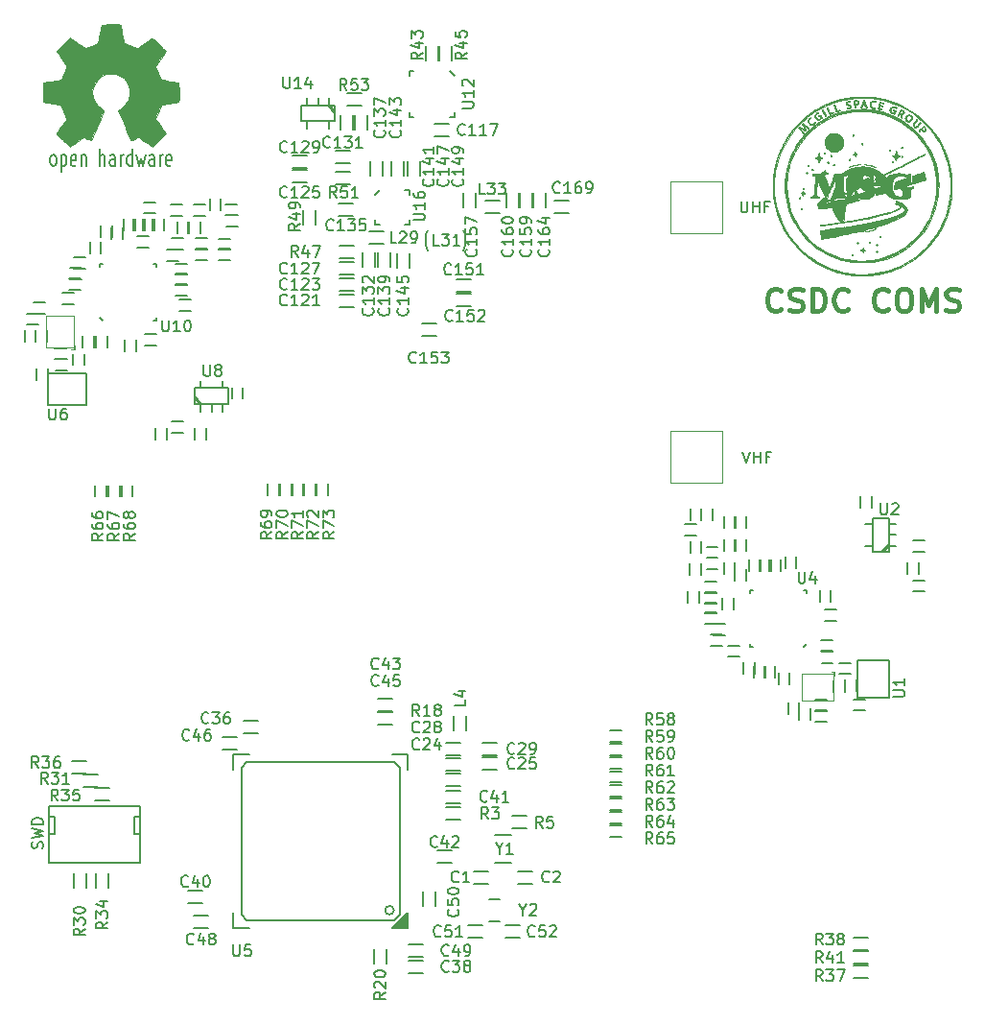
<source format=gbr>
G04 #@! TF.FileFunction,Legend,Top*
%FSLAX46Y46*%
G04 Gerber Fmt 4.6, Leading zero omitted, Abs format (unit mm)*
G04 Created by KiCad (PCBNEW 4.0.7) date Thursday, March 08, 2018 'PMt' 03:01:10 PM*
%MOMM*%
%LPD*%
G01*
G04 APERTURE LIST*
%ADD10C,0.100000*%
%ADD11C,0.400000*%
%ADD12C,0.150000*%
%ADD13C,0.149860*%
%ADD14C,0.127000*%
%ADD15C,0.200000*%
%ADD16C,0.170000*%
%ADD17C,0.002540*%
%ADD18C,0.010000*%
G04 APERTURE END LIST*
D10*
D11*
X174001905Y-85584286D02*
X173906667Y-85679524D01*
X173620952Y-85774762D01*
X173430476Y-85774762D01*
X173144762Y-85679524D01*
X172954286Y-85489048D01*
X172859047Y-85298571D01*
X172763809Y-84917619D01*
X172763809Y-84631905D01*
X172859047Y-84250952D01*
X172954286Y-84060476D01*
X173144762Y-83870000D01*
X173430476Y-83774762D01*
X173620952Y-83774762D01*
X173906667Y-83870000D01*
X174001905Y-83965238D01*
X174763809Y-85679524D02*
X175049524Y-85774762D01*
X175525714Y-85774762D01*
X175716190Y-85679524D01*
X175811428Y-85584286D01*
X175906667Y-85393810D01*
X175906667Y-85203333D01*
X175811428Y-85012857D01*
X175716190Y-84917619D01*
X175525714Y-84822381D01*
X175144762Y-84727143D01*
X174954286Y-84631905D01*
X174859047Y-84536667D01*
X174763809Y-84346190D01*
X174763809Y-84155714D01*
X174859047Y-83965238D01*
X174954286Y-83870000D01*
X175144762Y-83774762D01*
X175620952Y-83774762D01*
X175906667Y-83870000D01*
X176763809Y-85774762D02*
X176763809Y-83774762D01*
X177240000Y-83774762D01*
X177525714Y-83870000D01*
X177716190Y-84060476D01*
X177811429Y-84250952D01*
X177906667Y-84631905D01*
X177906667Y-84917619D01*
X177811429Y-85298571D01*
X177716190Y-85489048D01*
X177525714Y-85679524D01*
X177240000Y-85774762D01*
X176763809Y-85774762D01*
X179906667Y-85584286D02*
X179811429Y-85679524D01*
X179525714Y-85774762D01*
X179335238Y-85774762D01*
X179049524Y-85679524D01*
X178859048Y-85489048D01*
X178763809Y-85298571D01*
X178668571Y-84917619D01*
X178668571Y-84631905D01*
X178763809Y-84250952D01*
X178859048Y-84060476D01*
X179049524Y-83870000D01*
X179335238Y-83774762D01*
X179525714Y-83774762D01*
X179811429Y-83870000D01*
X179906667Y-83965238D01*
X183430477Y-85584286D02*
X183335239Y-85679524D01*
X183049524Y-85774762D01*
X182859048Y-85774762D01*
X182573334Y-85679524D01*
X182382858Y-85489048D01*
X182287619Y-85298571D01*
X182192381Y-84917619D01*
X182192381Y-84631905D01*
X182287619Y-84250952D01*
X182382858Y-84060476D01*
X182573334Y-83870000D01*
X182859048Y-83774762D01*
X183049524Y-83774762D01*
X183335239Y-83870000D01*
X183430477Y-83965238D01*
X184668572Y-83774762D02*
X185049524Y-83774762D01*
X185240000Y-83870000D01*
X185430477Y-84060476D01*
X185525715Y-84441429D01*
X185525715Y-85108095D01*
X185430477Y-85489048D01*
X185240000Y-85679524D01*
X185049524Y-85774762D01*
X184668572Y-85774762D01*
X184478096Y-85679524D01*
X184287619Y-85489048D01*
X184192381Y-85108095D01*
X184192381Y-84441429D01*
X184287619Y-84060476D01*
X184478096Y-83870000D01*
X184668572Y-83774762D01*
X186382857Y-85774762D02*
X186382857Y-83774762D01*
X187049524Y-85203333D01*
X187716191Y-83774762D01*
X187716191Y-85774762D01*
X188573333Y-85679524D02*
X188859048Y-85774762D01*
X189335238Y-85774762D01*
X189525714Y-85679524D01*
X189620952Y-85584286D01*
X189716191Y-85393810D01*
X189716191Y-85203333D01*
X189620952Y-85012857D01*
X189525714Y-84917619D01*
X189335238Y-84822381D01*
X188954286Y-84727143D01*
X188763810Y-84631905D01*
X188668571Y-84536667D01*
X188573333Y-84346190D01*
X188573333Y-84155714D01*
X188668571Y-83965238D01*
X188763810Y-83870000D01*
X188954286Y-83774762D01*
X189430476Y-83774762D01*
X189716191Y-83870000D01*
D12*
X109400000Y-134400000D02*
X117400000Y-134400000D01*
X109400000Y-129400000D02*
X117400000Y-129400000D01*
X117400000Y-130400000D02*
X116900000Y-130400000D01*
X116900000Y-130400000D02*
X116900000Y-131900000D01*
X116900000Y-131900000D02*
X117400000Y-131900000D01*
X109400000Y-130400000D02*
X109900000Y-130400000D01*
X109900000Y-130400000D02*
X109900000Y-131900000D01*
X109900000Y-131900000D02*
X109400000Y-131900000D01*
X117400000Y-129400000D02*
X117400000Y-134400000D01*
X109400000Y-134400000D02*
X109400000Y-129400000D01*
X144800000Y-64600000D02*
X145175000Y-64975000D01*
X145175000Y-68225000D02*
X145175000Y-68600000D01*
X145175000Y-68600000D02*
X144800000Y-68600000D01*
X141175000Y-64975000D02*
X141175000Y-64600000D01*
X141175000Y-64600000D02*
X141550000Y-64600000D01*
X141175000Y-68225000D02*
X141175000Y-68600000D01*
X141175000Y-68600000D02*
X141550000Y-68600000D01*
D13*
X140851500Y-140224620D02*
X141049620Y-140026500D01*
X141049620Y-139825840D02*
X140650840Y-140224620D01*
X140450180Y-140224620D02*
X141049620Y-139625180D01*
X141049620Y-139427060D02*
X140252060Y-140224620D01*
X140051400Y-140224620D02*
X141049620Y-139226400D01*
X141049620Y-139025740D02*
X139850740Y-140224620D01*
X141049620Y-138825080D02*
X141049620Y-140224620D01*
X141049620Y-140224620D02*
X139650080Y-140224620D01*
X139650080Y-140224620D02*
X141049620Y-138825080D01*
X139650080Y-124827140D02*
X141049620Y-124827140D01*
X141049620Y-124827140D02*
X141049620Y-126226680D01*
X125652140Y-126226680D02*
X125652140Y-124827140D01*
X125652140Y-124827140D02*
X126950080Y-124827140D01*
X126950080Y-124827140D02*
X127051680Y-124827140D01*
X127051680Y-140224620D02*
X125652140Y-140224620D01*
X125652140Y-140224620D02*
X125652140Y-138825080D01*
X140351120Y-139025740D02*
X139850740Y-139526120D01*
X139850740Y-139526120D02*
X126851020Y-139526120D01*
X126851020Y-139526120D02*
X126350640Y-139025740D01*
X126350640Y-139025740D02*
X126350640Y-126026020D01*
X126350640Y-126026020D02*
X126851020Y-125525640D01*
X126851020Y-125525640D02*
X139850740Y-125525640D01*
X139850740Y-125525640D02*
X140351120Y-126026020D01*
X140351120Y-126026020D02*
X140351120Y-139025740D01*
D14*
X139820260Y-138614260D02*
G75*
G03X139820260Y-138614260I-381000J0D01*
G01*
D10*
X168794769Y-96320741D02*
X164194769Y-96320741D01*
X168794769Y-100920741D02*
X168794769Y-96320741D01*
X164194769Y-100920741D02*
X168794769Y-100920741D01*
X164194769Y-96320741D02*
X164194769Y-100920741D01*
X168800000Y-74280000D02*
X164200000Y-74280000D01*
X168800000Y-78880000D02*
X168800000Y-74280000D01*
X164200000Y-78880000D02*
X168800000Y-78880000D01*
X164200000Y-74280000D02*
X164200000Y-78880000D01*
X178719692Y-117605988D02*
X178619692Y-117705988D01*
X178719692Y-117605988D02*
X178719692Y-117905988D01*
X178719692Y-117605988D02*
X178419692Y-117605988D01*
X178619692Y-120105988D02*
X175819692Y-120105988D01*
X175819692Y-120105988D02*
X175819692Y-117705988D01*
X175819692Y-117705988D02*
X178619692Y-117705988D01*
X178619692Y-117705988D02*
X178619692Y-120105988D01*
X111643880Y-89091764D02*
X111543880Y-88991764D01*
X111643880Y-89091764D02*
X111343880Y-89091764D01*
X111643880Y-89091764D02*
X111643880Y-88791764D01*
X109143880Y-88991764D02*
X109143880Y-86191764D01*
X109143880Y-86191764D02*
X111543880Y-86191764D01*
X111543880Y-86191764D02*
X111543880Y-88991764D01*
X111543880Y-88991764D02*
X109143880Y-88991764D01*
D12*
X114084760Y-86581328D02*
X113834760Y-86331328D01*
X113834760Y-81831328D02*
X113834760Y-81581328D01*
X113834760Y-81581328D02*
X114084760Y-81581328D01*
X118834760Y-86331328D02*
X118834760Y-86581328D01*
X118834760Y-86581328D02*
X118584760Y-86581328D01*
X118834760Y-81831328D02*
X118834760Y-81581328D01*
X118834760Y-81581328D02*
X118584760Y-81581328D01*
X176259692Y-115155988D02*
X176009692Y-115405988D01*
X171509692Y-115405988D02*
X171259692Y-115405988D01*
X171259692Y-115405988D02*
X171259692Y-115155988D01*
X176009692Y-110405988D02*
X176259692Y-110405988D01*
X176259692Y-110405988D02*
X176259692Y-110655988D01*
X171509692Y-110405988D02*
X171259692Y-110405988D01*
X171259692Y-110405988D02*
X171259692Y-110655988D01*
X138172380Y-75481328D02*
X138572380Y-75081328D01*
X138172380Y-78081328D02*
X138172380Y-77681328D01*
X138572380Y-78081328D02*
X138172380Y-78081328D01*
X141172380Y-78081328D02*
X140772380Y-78081328D01*
X141172380Y-77681328D02*
X141172380Y-78081328D01*
X141172380Y-75081328D02*
X141172380Y-75481328D01*
X140772380Y-75081328D02*
X141172380Y-75081328D01*
D15*
X180634690Y-118250340D02*
X180634690Y-119260340D01*
X179634690Y-119260340D02*
X179634690Y-118250340D01*
X186649692Y-107005988D02*
X185639692Y-107005988D01*
X185639692Y-106005988D02*
X186649692Y-106005988D01*
X178569692Y-115755988D02*
X177559692Y-115755988D01*
X177559692Y-114755988D02*
X178569692Y-114755988D01*
X178884769Y-113110741D02*
X177874769Y-113110741D01*
X177874769Y-112110741D02*
X178884769Y-112110741D01*
X178409692Y-110415988D02*
X178409692Y-111425988D01*
X177409692Y-111425988D02*
X177409692Y-110415988D01*
X182034690Y-102050340D02*
X182034690Y-103060340D01*
X181034690Y-103060340D02*
X181034690Y-102050340D01*
X180124690Y-117780988D02*
X179114690Y-117780988D01*
X179114690Y-116780988D02*
X180124690Y-116780988D01*
X179609692Y-118365988D02*
X179609692Y-119375988D01*
X178609692Y-119375988D02*
X178609692Y-118365988D01*
X177039692Y-120075988D02*
X178049692Y-120075988D01*
X178049692Y-121075988D02*
X177039692Y-121075988D01*
X175609692Y-120325988D02*
X175609692Y-121335988D01*
X174609692Y-121335988D02*
X174609692Y-120325988D01*
X186694692Y-110505988D02*
X185684692Y-110505988D01*
X185684692Y-109505988D02*
X186694692Y-109505988D01*
X177039692Y-120985988D02*
X178049692Y-120985988D01*
X178049692Y-121985988D02*
X177039692Y-121985988D01*
X175359692Y-107415988D02*
X175359692Y-108425988D01*
X174359692Y-108425988D02*
X174359692Y-107415988D01*
X174759692Y-117695988D02*
X174759692Y-118705988D01*
X173759692Y-118705988D02*
X173759692Y-117695988D01*
X173984692Y-107670988D02*
X173984692Y-108680988D01*
X172984692Y-108680988D02*
X172984692Y-107670988D01*
X173499692Y-117065988D02*
X173499692Y-118075988D01*
X172499692Y-118075988D02*
X172499692Y-117065988D01*
X170319692Y-116255988D02*
X169309692Y-116255988D01*
X169309692Y-115255988D02*
X170319692Y-115255988D01*
X172589692Y-117065988D02*
X172589692Y-118075988D01*
X171589692Y-118075988D02*
X171589692Y-117065988D01*
X172209692Y-107670988D02*
X172209692Y-108680988D01*
X171209692Y-108680988D02*
X171209692Y-107670988D01*
X171684692Y-116765988D02*
X171684692Y-117775988D01*
X170684692Y-117775988D02*
X170684692Y-116765988D01*
X168829692Y-115295988D02*
X167819692Y-115295988D01*
X167819692Y-114295988D02*
X168829692Y-114295988D01*
X169049692Y-114355988D02*
X168039692Y-114355988D01*
X168039692Y-113355988D02*
X169049692Y-113355988D01*
X169959692Y-103865988D02*
X169959692Y-104875988D01*
X168959692Y-104875988D02*
X168959692Y-103865988D01*
X168934690Y-108930340D02*
X168934690Y-107920340D01*
X169934690Y-107920340D02*
X169934690Y-108930340D01*
X169959692Y-105920988D02*
X169959692Y-106930988D01*
X168959692Y-106930988D02*
X168959692Y-105920988D01*
X170884692Y-103895988D02*
X170884692Y-104905988D01*
X169884692Y-104905988D02*
X169884692Y-103895988D01*
X168424690Y-107540340D02*
X167414690Y-107540340D01*
X167414690Y-106540340D02*
X168424690Y-106540340D01*
X168294692Y-113305988D02*
X167284692Y-113305988D01*
X167284692Y-112305988D02*
X168294692Y-112305988D01*
X168294692Y-111555988D02*
X167284692Y-111555988D01*
X167284692Y-110555988D02*
X168294692Y-110555988D01*
X166959692Y-108045988D02*
X166959692Y-109055988D01*
X165959692Y-109055988D02*
X165959692Y-108045988D01*
X165474692Y-104555988D02*
X166484692Y-104555988D01*
X166484692Y-105555988D02*
X165474692Y-105555988D01*
X166959692Y-104190988D02*
X166959692Y-103180988D01*
X167959692Y-103180988D02*
X167959692Y-104190988D01*
X110982380Y-90981328D02*
X109972380Y-90981328D01*
X109972380Y-89981328D02*
X110982380Y-89981328D01*
X122247380Y-97055664D02*
X122247380Y-96045664D01*
X123247380Y-96045664D02*
X123247380Y-97055664D01*
X113522380Y-88925664D02*
X113522380Y-87915664D01*
X114522380Y-87915664D02*
X114522380Y-88925664D01*
X116084760Y-89291328D02*
X116084760Y-88281328D01*
X117084760Y-88281328D02*
X117084760Y-89291328D01*
X118862380Y-88815664D02*
X117852380Y-88815664D01*
X117852380Y-87815664D02*
X118862380Y-87815664D01*
X125500000Y-93490000D02*
X125500000Y-92480000D01*
X126500000Y-92480000D02*
X126500000Y-93490000D01*
X111472380Y-90525664D02*
X111472380Y-89515664D01*
X112472380Y-89515664D02*
X112472380Y-90525664D01*
X110882380Y-90015664D02*
X109872380Y-90015664D01*
X109872380Y-89015664D02*
X110882380Y-89015664D01*
X109172380Y-87425664D02*
X109172380Y-88435664D01*
X108172380Y-88435664D02*
X108172380Y-87425664D01*
X108994760Y-85981328D02*
X107984760Y-85981328D01*
X107984760Y-84981328D02*
X108994760Y-84981328D01*
X118747380Y-97050664D02*
X118747380Y-96040664D01*
X119747380Y-96040664D02*
X119747380Y-97050664D01*
X108222380Y-87425664D02*
X108222380Y-88435664D01*
X107222380Y-88435664D02*
X107222380Y-87425664D01*
X121882380Y-85715664D02*
X120872380Y-85715664D01*
X120872380Y-84715664D02*
X121882380Y-84715664D01*
X111562380Y-85115664D02*
X110552380Y-85115664D01*
X110552380Y-84115664D02*
X111562380Y-84115664D01*
X121594760Y-84381328D02*
X120584760Y-84381328D01*
X120584760Y-83381328D02*
X121594760Y-83381328D01*
X112182380Y-83865664D02*
X111172380Y-83865664D01*
X111172380Y-82865664D02*
X112182380Y-82865664D01*
X112972380Y-80691328D02*
X112972380Y-79681328D01*
X113972380Y-79681328D02*
X113972380Y-80691328D01*
X112212380Y-82965664D02*
X111202380Y-82965664D01*
X111202380Y-81965664D02*
X112212380Y-81965664D01*
X121582380Y-82565664D02*
X120572380Y-82565664D01*
X120572380Y-81565664D02*
X121582380Y-81565664D01*
X112594760Y-81981328D02*
X111584760Y-81981328D01*
X111584760Y-80981328D02*
X112594760Y-80981328D01*
X113972380Y-79205664D02*
X113972380Y-78195664D01*
X114972380Y-78195664D02*
X114972380Y-79205664D01*
X114872380Y-79425664D02*
X114872380Y-78415664D01*
X115872380Y-78415664D02*
X115872380Y-79425664D01*
X125352380Y-80355664D02*
X124342380Y-80355664D01*
X124342380Y-79355664D02*
X125352380Y-79355664D01*
X120202380Y-79315664D02*
X121212380Y-79315664D01*
X121212380Y-80315664D02*
X120202380Y-80315664D01*
X123352380Y-80315664D02*
X122342380Y-80315664D01*
X122342380Y-79315664D02*
X123352380Y-79315664D01*
X125352380Y-81245664D02*
X124342380Y-81245664D01*
X124342380Y-80245664D02*
X125352380Y-80245664D01*
X121732380Y-78865664D02*
X121732380Y-77855664D01*
X122732380Y-77855664D02*
X122732380Y-78865664D01*
X115952380Y-78645664D02*
X115952380Y-77635664D01*
X116952380Y-77635664D02*
X116952380Y-78645664D01*
X117672380Y-78645664D02*
X117672380Y-77635664D01*
X118672380Y-77635664D02*
X118672380Y-78645664D01*
X121152380Y-77335664D02*
X120142380Y-77335664D01*
X120142380Y-76335664D02*
X121152380Y-76335664D01*
X124562380Y-75815664D02*
X124562380Y-76825664D01*
X123562380Y-76825664D02*
X123562380Y-75815664D01*
X125002380Y-77265664D02*
X126012380Y-77265664D01*
X126012380Y-78265664D02*
X125002380Y-78265664D01*
X186134692Y-107895988D02*
X186134692Y-108905988D01*
X185134692Y-108905988D02*
X185134692Y-107895988D01*
X170934690Y-108550340D02*
X170934690Y-109560340D01*
X169934690Y-109560340D02*
X169934690Y-108550340D01*
X169779692Y-111055988D02*
X169779692Y-112065988D01*
X168779692Y-112065988D02*
X168779692Y-111055988D01*
X168424690Y-108540340D02*
X167414690Y-108540340D01*
X167414690Y-107540340D02*
X168424690Y-107540340D01*
X168299692Y-112455988D02*
X167289692Y-112455988D01*
X167289692Y-111455988D02*
X168299692Y-111455988D01*
X168294692Y-110655988D02*
X167284692Y-110655988D01*
X167284692Y-109655988D02*
X168294692Y-109655988D01*
X165984692Y-107065988D02*
X165984692Y-106055988D01*
X166984692Y-106055988D02*
X166984692Y-107065988D01*
X166734690Y-110450340D02*
X166734690Y-111460340D01*
X165734690Y-111460340D02*
X165734690Y-110450340D01*
X165984692Y-104190988D02*
X165984692Y-103180988D01*
X166984692Y-103180988D02*
X166984692Y-104190988D01*
X121232380Y-96515664D02*
X120222380Y-96515664D01*
X120222380Y-95515664D02*
X121232380Y-95515664D01*
X120792380Y-81325664D02*
X119782380Y-81325664D01*
X119782380Y-80325664D02*
X120792380Y-80325664D01*
X118182380Y-80155664D02*
X117172380Y-80155664D01*
X117172380Y-79155664D02*
X118182380Y-79155664D01*
X120684760Y-78871328D02*
X120684760Y-77861328D01*
X121684760Y-77861328D02*
X121684760Y-78871328D01*
X116802380Y-78645664D02*
X116802380Y-77635664D01*
X117802380Y-77635664D02*
X117802380Y-78645664D01*
X118532380Y-78655664D02*
X118532380Y-77645664D01*
X119532380Y-77645664D02*
X119532380Y-78655664D01*
X122132380Y-76335664D02*
X123142380Y-76335664D01*
X123142380Y-77335664D02*
X122132380Y-77335664D01*
X118762380Y-77135664D02*
X117752380Y-77135664D01*
X117752380Y-76135664D02*
X118762380Y-76135664D01*
X124982380Y-76315664D02*
X125992380Y-76315664D01*
X125992380Y-77315664D02*
X124982380Y-77315664D01*
X181399692Y-121005988D02*
X180389692Y-121005988D01*
X180389692Y-120005988D02*
X181399692Y-120005988D01*
X176589692Y-120805988D02*
X176589692Y-121815988D01*
X175589692Y-121815988D02*
X175589692Y-120805988D01*
X177569692Y-115805988D02*
X178579692Y-115805988D01*
X178579692Y-116805988D02*
X177569692Y-116805988D01*
X173109692Y-107670988D02*
X173109692Y-108680988D01*
X172109692Y-108680988D02*
X172109692Y-107670988D01*
X170909692Y-105920988D02*
X170909692Y-106930988D01*
X169909692Y-106930988D02*
X169909692Y-105920988D01*
X108272380Y-91805664D02*
X108272380Y-90795664D01*
X109272380Y-90795664D02*
X109272380Y-91805664D01*
X108462380Y-86965664D02*
X107452380Y-86965664D01*
X107452380Y-85965664D02*
X108462380Y-85965664D01*
X113372380Y-87925664D02*
X113372380Y-88935664D01*
X112372380Y-88935664D02*
X112372380Y-87925664D01*
X121594760Y-83481328D02*
X120584760Y-83481328D01*
X120584760Y-82481328D02*
X121594760Y-82481328D01*
X123332380Y-81275664D02*
X122322380Y-81275664D01*
X122322380Y-80275664D02*
X123332380Y-80275664D01*
X159929259Y-124954769D02*
X158919259Y-124954769D01*
X158919259Y-123954769D02*
X159929259Y-123954769D01*
X159929259Y-126154769D02*
X158919259Y-126154769D01*
X158919259Y-125154769D02*
X159929259Y-125154769D01*
X159929259Y-127354769D02*
X158919259Y-127354769D01*
X158919259Y-126354769D02*
X159929259Y-126354769D01*
X159929259Y-128554769D02*
X158919259Y-128554769D01*
X158919259Y-127554769D02*
X159929259Y-127554769D01*
X159929259Y-129754769D02*
X158919259Y-129754769D01*
X158919259Y-128754769D02*
X159929259Y-128754769D01*
X159929259Y-130954769D02*
X158919259Y-130954769D01*
X158919259Y-129954769D02*
X159929259Y-129954769D01*
X159929259Y-132154769D02*
X158919259Y-132154769D01*
X158919259Y-131154769D02*
X159929259Y-131154769D01*
X114472380Y-101115664D02*
X114472380Y-102125664D01*
X113472380Y-102125664D02*
X113472380Y-101115664D01*
X115617380Y-101115664D02*
X115617380Y-102125664D01*
X114617380Y-102125664D02*
X114617380Y-101115664D01*
X116762380Y-101115664D02*
X116762380Y-102125664D01*
X115762380Y-102125664D02*
X115762380Y-101115664D01*
X129662380Y-100990000D02*
X129662380Y-102000000D01*
X128662380Y-102000000D02*
X128662380Y-100990000D01*
X130752380Y-100990000D02*
X130752380Y-102000000D01*
X129752380Y-102000000D02*
X129752380Y-100990000D01*
X131842380Y-100990000D02*
X131842380Y-102000000D01*
X130842380Y-102000000D02*
X130842380Y-100990000D01*
X132932380Y-100990000D02*
X132932380Y-102000000D01*
X131932380Y-102000000D02*
X131932380Y-100990000D01*
X134022380Y-100990000D02*
X134022380Y-102000000D01*
X133022380Y-102000000D02*
X133022380Y-100990000D01*
X159929259Y-123754769D02*
X158919259Y-123754769D01*
X158919259Y-122754769D02*
X159929259Y-122754769D01*
D16*
X135682380Y-67645664D02*
X136952380Y-67645664D01*
X135682380Y-66545664D02*
X136952380Y-66545664D01*
X134684760Y-74531328D02*
X135954760Y-74531328D01*
X134684760Y-73431328D02*
X135954760Y-73431328D01*
X131802380Y-76825664D02*
X131802380Y-78095664D01*
X132902380Y-76825664D02*
X132902380Y-78095664D01*
X135002380Y-81065664D02*
X136272380Y-81065664D01*
X135002380Y-79965664D02*
X136272380Y-79965664D01*
X143834760Y-62381328D02*
X143834760Y-63651328D01*
X144934760Y-62381328D02*
X144934760Y-63651328D01*
X142634760Y-62381328D02*
X142634760Y-63651328D01*
X143734760Y-62381328D02*
X143734760Y-63651328D01*
X180400000Y-143350000D02*
X181670000Y-143350000D01*
X180400000Y-142250000D02*
X181670000Y-142250000D01*
X181670000Y-141050000D02*
X180400000Y-141050000D01*
X181670000Y-142150000D02*
X180400000Y-142150000D01*
X181670000Y-143450000D02*
X180400000Y-143450000D01*
X181670000Y-144550000D02*
X180400000Y-144550000D01*
X112670000Y-125450000D02*
X111400000Y-125450000D01*
X112670000Y-126550000D02*
X111400000Y-126550000D01*
X114670000Y-127850000D02*
X113400000Y-127850000D01*
X114670000Y-128950000D02*
X113400000Y-128950000D01*
X114650000Y-136670000D02*
X114650000Y-135400000D01*
X113550000Y-136670000D02*
X113550000Y-135400000D01*
X112400000Y-127750000D02*
X113670000Y-127750000D01*
X112400000Y-126650000D02*
X113670000Y-126650000D01*
X111550000Y-135400000D02*
X111550000Y-136670000D01*
X112650000Y-135400000D02*
X112650000Y-136670000D01*
X138070000Y-142010000D02*
X138070000Y-143280000D01*
X139170000Y-142010000D02*
X139170000Y-143280000D01*
X144400000Y-124950000D02*
X145670000Y-124950000D01*
X144400000Y-123850000D02*
X145670000Y-123850000D01*
X150230000Y-131353015D02*
X151500000Y-131353015D01*
X150230000Y-130253015D02*
X151500000Y-130253015D01*
X144400000Y-130650000D02*
X145670000Y-130650000D01*
X144400000Y-129550000D02*
X145670000Y-129550000D01*
X149184760Y-76031328D02*
X147914760Y-76031328D01*
X149184760Y-77131328D02*
X147914760Y-77131328D01*
X138952380Y-78755664D02*
X137682380Y-78755664D01*
X138952380Y-79855664D02*
X137682380Y-79855664D01*
X146230000Y-122710000D02*
X146230000Y-121440000D01*
X145130000Y-122710000D02*
X145130000Y-121440000D01*
X155280000Y-76031328D02*
X154010000Y-76031328D01*
X155280000Y-77131328D02*
X154010000Y-77131328D01*
X153250000Y-76580000D02*
X153250000Y-75310000D01*
X152150000Y-76580000D02*
X152150000Y-75310000D01*
X150850000Y-76581328D02*
X150850000Y-75311328D01*
X149750000Y-76581328D02*
X149750000Y-75311328D01*
X150950000Y-75311328D02*
X150950000Y-76581328D01*
X152050000Y-75311328D02*
X152050000Y-76581328D01*
X145934760Y-75310000D02*
X145934760Y-76580000D01*
X147034760Y-75310000D02*
X147034760Y-76580000D01*
X142332380Y-87915664D02*
X143602380Y-87915664D01*
X142332380Y-86815664D02*
X143602380Y-86815664D01*
X145384760Y-85331328D02*
X146654760Y-85331328D01*
X145384760Y-84231328D02*
X146654760Y-84231328D01*
X145384760Y-84031328D02*
X146654760Y-84031328D01*
X145384760Y-82931328D02*
X146654760Y-82931328D01*
X142134760Y-73781328D02*
X142134760Y-72511328D01*
X141034760Y-73781328D02*
X141034760Y-72511328D01*
X140722380Y-73781328D02*
X140722380Y-72511328D01*
X139622380Y-73781328D02*
X139622380Y-72511328D01*
X140102380Y-80635664D02*
X140102380Y-81905664D01*
X141202380Y-80635664D02*
X141202380Y-81905664D01*
X136400000Y-68440000D02*
X136400000Y-69710000D01*
X137500000Y-68440000D02*
X137500000Y-69710000D01*
X138822380Y-73781328D02*
X138822380Y-72511328D01*
X137722380Y-73781328D02*
X137722380Y-72511328D01*
X138422380Y-80615664D02*
X138422380Y-81885664D01*
X139522380Y-80615664D02*
X139522380Y-81885664D01*
X136234760Y-69715664D02*
X136234760Y-68445664D01*
X135134760Y-69715664D02*
X135134760Y-68445664D01*
X136172380Y-76275664D02*
X134902380Y-76275664D01*
X136172380Y-77375664D02*
X134902380Y-77375664D01*
X137034760Y-80611328D02*
X137034760Y-81881328D01*
X138134760Y-80611328D02*
X138134760Y-81881328D01*
X134672380Y-72665664D02*
X135942380Y-72665664D01*
X134672380Y-71565664D02*
X135942380Y-71565664D01*
X132184760Y-72031328D02*
X130914760Y-72031328D01*
X132184760Y-73131328D02*
X130914760Y-73131328D01*
X134998044Y-82565664D02*
X136268044Y-82565664D01*
X134998044Y-81465664D02*
X136268044Y-81465664D01*
X132182380Y-73325664D02*
X130912380Y-73325664D01*
X132182380Y-74425664D02*
X130912380Y-74425664D01*
X134998044Y-83965664D02*
X136268044Y-83965664D01*
X134998044Y-82865664D02*
X136268044Y-82865664D01*
X134998044Y-85365664D02*
X136268044Y-85365664D01*
X134998044Y-84265664D02*
X136268044Y-84265664D01*
X144684760Y-69231328D02*
X143414760Y-69231328D01*
X144684760Y-70331328D02*
X143414760Y-70331328D01*
X149700000Y-141050000D02*
X150970000Y-141050000D01*
X149700000Y-139950000D02*
X150970000Y-139950000D01*
X147600000Y-139950000D02*
X146330000Y-139950000D01*
X147600000Y-141050000D02*
X146330000Y-141050000D01*
X142350000Y-137000000D02*
X142350000Y-138270000D01*
X143450000Y-137000000D02*
X143450000Y-138270000D01*
X141140000Y-142740000D02*
X142410000Y-142740000D01*
X141140000Y-141640000D02*
X142410000Y-141640000D01*
X123400000Y-139100000D02*
X122130000Y-139100000D01*
X123400000Y-140200000D02*
X122130000Y-140200000D01*
X126000000Y-123350000D02*
X124730000Y-123350000D01*
X126000000Y-124450000D02*
X124730000Y-124450000D01*
X138450000Y-122270000D02*
X139720000Y-122270000D01*
X138450000Y-121170000D02*
X139720000Y-121170000D01*
X138450000Y-121020000D02*
X139720000Y-121020000D01*
X138450000Y-119920000D02*
X139720000Y-119920000D01*
X143700000Y-134450000D02*
X144970000Y-134450000D01*
X143700000Y-133350000D02*
X144970000Y-133350000D01*
X144400000Y-129150000D02*
X145670000Y-129150000D01*
X144400000Y-128050000D02*
X145670000Y-128050000D01*
X122912380Y-136915664D02*
X121642380Y-136915664D01*
X122912380Y-138015664D02*
X121642380Y-138015664D01*
X141140000Y-144140000D02*
X142410000Y-144140000D01*
X141140000Y-143040000D02*
X142410000Y-143040000D01*
X127820000Y-121900000D02*
X126550000Y-121900000D01*
X127820000Y-123000000D02*
X126550000Y-123000000D01*
X148920000Y-123840000D02*
X147650000Y-123840000D01*
X148920000Y-124940000D02*
X147650000Y-124940000D01*
X144400000Y-126260000D02*
X145670000Y-126260000D01*
X144400000Y-125160000D02*
X145670000Y-125160000D01*
X148920000Y-125140000D02*
X147650000Y-125140000D01*
X148920000Y-126240000D02*
X147650000Y-126240000D01*
X144400000Y-127650000D02*
X145670000Y-127650000D01*
X144400000Y-126550000D02*
X145670000Y-126550000D01*
X150800000Y-136250000D02*
X152070000Y-136250000D01*
X150800000Y-135150000D02*
X152070000Y-135150000D01*
X148112339Y-135150000D02*
X146842339Y-135150000D01*
X148112339Y-136250000D02*
X146842339Y-136250000D01*
X148712339Y-134403015D02*
X150212339Y-134403015D01*
X148712339Y-132003015D02*
X150212339Y-132003015D01*
X148189840Y-139550000D02*
X149139840Y-139550000D01*
X148189840Y-137650000D02*
X149139840Y-137650000D01*
X112672380Y-91215664D02*
X109322380Y-91215664D01*
X112672380Y-94015664D02*
X112672380Y-91215664D01*
X109322380Y-94015664D02*
X112672380Y-94015664D01*
X109322380Y-91215664D02*
X109322380Y-94015664D01*
X180750000Y-116550000D02*
X180750000Y-119900000D01*
X183550000Y-116550000D02*
X180750000Y-116550000D01*
X183550000Y-119900000D02*
X183550000Y-116550000D01*
X180750000Y-119900000D02*
X183550000Y-119900000D01*
D14*
X183505140Y-106353400D02*
X182857440Y-107001100D01*
X183505140Y-106505800D02*
X183009840Y-107001100D01*
X182108140Y-104550000D02*
X181447740Y-104550000D01*
X182108140Y-106455000D02*
X181447740Y-106455000D01*
X183505140Y-105502500D02*
X184165540Y-105502500D01*
X183505140Y-104550000D02*
X184165540Y-104550000D01*
X183505140Y-106455000D02*
X184165540Y-106455000D01*
X182108140Y-107001100D02*
X182108140Y-104003900D01*
X182108140Y-104003900D02*
X183505140Y-104003900D01*
X183505140Y-104003900D02*
X183505140Y-107001100D01*
X183505140Y-107001100D02*
X182108140Y-107001100D01*
X122873980Y-93948500D02*
X122226280Y-93300800D01*
X122721580Y-93948500D02*
X122226280Y-93453200D01*
X124677380Y-92551500D02*
X124677380Y-91891100D01*
X122772380Y-92551500D02*
X122772380Y-91891100D01*
X123724880Y-93948500D02*
X123724880Y-94608900D01*
X124677380Y-93948500D02*
X124677380Y-94608900D01*
X122772380Y-93948500D02*
X122772380Y-94608900D01*
X122226280Y-92551500D02*
X125223480Y-92551500D01*
X125223480Y-92551500D02*
X125223480Y-93948500D01*
X125223480Y-93948500D02*
X122226280Y-93948500D01*
X122226280Y-93948500D02*
X122226280Y-92551500D01*
X133983160Y-67612828D02*
X134630860Y-68260528D01*
X134135560Y-67612828D02*
X134630860Y-68108128D01*
X132179760Y-69009828D02*
X132179760Y-69670228D01*
X134084760Y-69009828D02*
X134084760Y-69670228D01*
X133132260Y-67612828D02*
X133132260Y-66952428D01*
X132179760Y-67612828D02*
X132179760Y-66952428D01*
X134084760Y-67612828D02*
X134084760Y-66952428D01*
X134630860Y-69009828D02*
X131633660Y-69009828D01*
X131633660Y-69009828D02*
X131633660Y-67612828D01*
X131633660Y-67612828D02*
X134630860Y-67612828D01*
X134630860Y-67612828D02*
X134630860Y-69009828D01*
D12*
X120060000Y-72960000D02*
X120160000Y-72890000D01*
X119880000Y-72960000D02*
X120060000Y-72960000D01*
X119780000Y-72890000D02*
X119880000Y-72960000D01*
X119730000Y-72750000D02*
X119780000Y-72890000D01*
X119730000Y-72170000D02*
X119730000Y-72750000D01*
X119790000Y-72020000D02*
X119730000Y-72170000D01*
X119890000Y-71950000D02*
X119790000Y-72020000D01*
X120060000Y-71950000D02*
X119890000Y-71950000D01*
X120160000Y-72040000D02*
X120060000Y-71950000D01*
X120210000Y-72170000D02*
X120160000Y-72040000D01*
X120210000Y-72440000D02*
X120210000Y-72170000D01*
X119730000Y-72440000D02*
X120210000Y-72440000D01*
X119160000Y-71960000D02*
X119160000Y-72960000D01*
X119210000Y-72100000D02*
X119160000Y-72270000D01*
X119250000Y-72040000D02*
X119210000Y-72100000D01*
X119350000Y-71960000D02*
X119250000Y-72040000D01*
X119460000Y-71960000D02*
X119350000Y-71960000D01*
X117110000Y-71950000D02*
X117300000Y-72960000D01*
X117300000Y-72960000D02*
X117490000Y-72240000D01*
X117490000Y-72240000D02*
X117680000Y-72960000D01*
X117680000Y-72960000D02*
X117880000Y-71950000D01*
X116730000Y-72880000D02*
X116640000Y-72960000D01*
X116640000Y-72960000D02*
X116450000Y-72960000D01*
X116450000Y-72960000D02*
X116380000Y-72910000D01*
X116380000Y-72910000D02*
X116310000Y-72830000D01*
X116310000Y-72830000D02*
X116250000Y-72670000D01*
X116250000Y-72670000D02*
X116250000Y-72250000D01*
X116250000Y-72250000D02*
X116300000Y-72100000D01*
X116300000Y-72100000D02*
X116370000Y-72010000D01*
X116370000Y-72010000D02*
X116450000Y-71960000D01*
X116450000Y-71960000D02*
X116630000Y-71960000D01*
X116630000Y-71960000D02*
X116730000Y-72040000D01*
X116730000Y-71460000D02*
X116730000Y-72960000D01*
X115980000Y-71960000D02*
X115870000Y-71960000D01*
X115870000Y-71960000D02*
X115770000Y-72040000D01*
X115770000Y-72040000D02*
X115730000Y-72100000D01*
X115730000Y-72100000D02*
X115680000Y-72270000D01*
X115680000Y-71960000D02*
X115680000Y-72960000D01*
X118690000Y-72170000D02*
X118690000Y-72960000D01*
X118630000Y-72020000D02*
X118690000Y-72170000D01*
X118540000Y-71950000D02*
X118630000Y-72020000D01*
X118360000Y-71950000D02*
X118540000Y-71950000D01*
X118250000Y-72030000D02*
X118360000Y-71950000D01*
X118210000Y-72730000D02*
X118250000Y-72870000D01*
X118210000Y-72600000D02*
X118210000Y-72730000D01*
X118260000Y-72460000D02*
X118210000Y-72600000D01*
X118360000Y-72380000D02*
X118260000Y-72460000D01*
X118600000Y-72380000D02*
X118360000Y-72380000D01*
X118690000Y-72310000D02*
X118600000Y-72380000D01*
X118590000Y-72960000D02*
X118690000Y-72880000D01*
X118360000Y-72960000D02*
X118590000Y-72960000D01*
X118250000Y-72870000D02*
X118360000Y-72960000D01*
X114770000Y-72870000D02*
X114880000Y-72960000D01*
X114880000Y-72960000D02*
X115110000Y-72960000D01*
X115110000Y-72960000D02*
X115210000Y-72880000D01*
X115210000Y-72310000D02*
X115120000Y-72380000D01*
X115120000Y-72380000D02*
X114880000Y-72380000D01*
X114880000Y-72380000D02*
X114780000Y-72460000D01*
X114780000Y-72460000D02*
X114730000Y-72600000D01*
X114730000Y-72600000D02*
X114730000Y-72730000D01*
X114730000Y-72730000D02*
X114770000Y-72870000D01*
X114770000Y-72030000D02*
X114880000Y-71950000D01*
X114880000Y-71950000D02*
X115060000Y-71950000D01*
X115060000Y-71950000D02*
X115150000Y-72020000D01*
X115150000Y-72020000D02*
X115210000Y-72170000D01*
X115210000Y-72170000D02*
X115210000Y-72960000D01*
X113870000Y-72960000D02*
X113870000Y-71460000D01*
X113930000Y-72020000D02*
X113870000Y-72090000D01*
X114010000Y-71960000D02*
X113930000Y-72020000D01*
X114150000Y-71960000D02*
X114010000Y-71960000D01*
X114250000Y-72030000D02*
X114150000Y-71960000D01*
X114300000Y-72180000D02*
X114250000Y-72030000D01*
X114300000Y-72960000D02*
X114300000Y-72180000D01*
X112640000Y-72960000D02*
X112640000Y-72180000D01*
X112640000Y-72180000D02*
X112590000Y-72030000D01*
X112590000Y-72030000D02*
X112490000Y-71960000D01*
X112490000Y-71960000D02*
X112350000Y-71960000D01*
X112350000Y-71960000D02*
X112270000Y-72020000D01*
X112270000Y-72020000D02*
X112210000Y-72090000D01*
X112210000Y-71960000D02*
X112210000Y-72960000D01*
X111300000Y-72440000D02*
X111780000Y-72440000D01*
X111780000Y-72440000D02*
X111780000Y-72170000D01*
X111780000Y-72170000D02*
X111730000Y-72040000D01*
X111730000Y-72040000D02*
X111630000Y-71950000D01*
X111630000Y-71950000D02*
X111460000Y-71950000D01*
X111460000Y-71950000D02*
X111360000Y-72020000D01*
X111360000Y-72020000D02*
X111300000Y-72170000D01*
X111300000Y-72170000D02*
X111300000Y-72750000D01*
X111300000Y-72750000D02*
X111350000Y-72890000D01*
X111350000Y-72890000D02*
X111450000Y-72960000D01*
X111450000Y-72960000D02*
X111630000Y-72960000D01*
X111630000Y-72960000D02*
X111730000Y-72890000D01*
X110440000Y-71950000D02*
X110440000Y-73460000D01*
X110550000Y-71950000D02*
X110730000Y-71950000D01*
X110550000Y-72950000D02*
X110740000Y-72950000D01*
X110550000Y-71950000D02*
X110470000Y-72010000D01*
X110820000Y-72020000D02*
X110730000Y-71950000D01*
X110870000Y-72090000D02*
X110820000Y-72020000D01*
X110920000Y-72250000D02*
X110870000Y-72090000D01*
X110920000Y-72660000D02*
X110920000Y-72250000D01*
X110870000Y-72800000D02*
X110920000Y-72660000D01*
X110830000Y-72870000D02*
X110870000Y-72800000D01*
X110730000Y-72950000D02*
X110830000Y-72870000D01*
X110450000Y-72880000D02*
X110550000Y-72950000D01*
X109490000Y-72250000D02*
X109490000Y-72660000D01*
X109490000Y-72660000D02*
X109540000Y-72800000D01*
X109540000Y-72800000D02*
X109590000Y-72890000D01*
X109590000Y-72890000D02*
X109690000Y-72960000D01*
X109690000Y-72960000D02*
X109830000Y-72960000D01*
X109830000Y-72960000D02*
X109930000Y-72880000D01*
X109930000Y-72880000D02*
X109970000Y-72810000D01*
X109970000Y-72810000D02*
X110020000Y-72670000D01*
X110020000Y-72670000D02*
X110020000Y-72260000D01*
X110020000Y-72260000D02*
X109970000Y-72100000D01*
X109970000Y-72100000D02*
X109920000Y-72030000D01*
X109920000Y-72030000D02*
X109830000Y-71960000D01*
X109830000Y-71960000D02*
X109680000Y-71960000D01*
X109680000Y-71960000D02*
X109600000Y-72020000D01*
X109600000Y-72020000D02*
X109540000Y-72100000D01*
X109540000Y-72100000D02*
X109490000Y-72250000D01*
D17*
G36*
X111212720Y-71239880D02*
X111276220Y-71206860D01*
X111415920Y-71117960D01*
X111616580Y-70988420D01*
X111852800Y-70828400D01*
X112091560Y-70668380D01*
X112287140Y-70536300D01*
X112424300Y-70449940D01*
X112480180Y-70416920D01*
X112510660Y-70427080D01*
X112624960Y-70482960D01*
X112787520Y-70569320D01*
X112884040Y-70617580D01*
X113033900Y-70683620D01*
X113107560Y-70696320D01*
X113120260Y-70676000D01*
X113176140Y-70559160D01*
X113262500Y-70363580D01*
X113376800Y-70101960D01*
X113506340Y-69799700D01*
X113643500Y-69469500D01*
X113783200Y-69134220D01*
X113915280Y-68816720D01*
X114034660Y-68529700D01*
X114128640Y-68296020D01*
X114189600Y-68133460D01*
X114212460Y-68062340D01*
X114204840Y-68047100D01*
X114131180Y-67975980D01*
X113999100Y-67876920D01*
X113714620Y-67645780D01*
X113435220Y-67295260D01*
X113265040Y-66899020D01*
X113206620Y-66457060D01*
X113254880Y-66048120D01*
X113417440Y-65654420D01*
X113691760Y-65301360D01*
X114024500Y-65037200D01*
X114413120Y-64872100D01*
X114850000Y-64816220D01*
X115269100Y-64864480D01*
X115670420Y-65021960D01*
X116023480Y-65291200D01*
X116173340Y-65463920D01*
X116379080Y-65822060D01*
X116495920Y-66208140D01*
X116508620Y-66304660D01*
X116490840Y-66726300D01*
X116366380Y-67130160D01*
X116145400Y-67490840D01*
X115835520Y-67788020D01*
X115797420Y-67815960D01*
X115652640Y-67922640D01*
X115558660Y-67996300D01*
X115482460Y-68057260D01*
X116018400Y-69350120D01*
X116104760Y-69555860D01*
X116252080Y-69906380D01*
X116381620Y-70211180D01*
X116485760Y-70455020D01*
X116556880Y-70615040D01*
X116587360Y-70681080D01*
X116592440Y-70683620D01*
X116638160Y-70691240D01*
X116737220Y-70655680D01*
X116917560Y-70569320D01*
X117036940Y-70508360D01*
X117174100Y-70442320D01*
X117235060Y-70416920D01*
X117288400Y-70444860D01*
X117420480Y-70531220D01*
X117610980Y-70660760D01*
X117842120Y-70815700D01*
X118063100Y-70965560D01*
X118266300Y-71100180D01*
X118413620Y-71194160D01*
X118484740Y-71232260D01*
X118494900Y-71232260D01*
X118558400Y-71196700D01*
X118675240Y-71100180D01*
X118850500Y-70932540D01*
X119099420Y-70688700D01*
X119137520Y-70650600D01*
X119343260Y-70442320D01*
X119508360Y-70267060D01*
X119620120Y-70142600D01*
X119660760Y-70086720D01*
X119660760Y-70086720D01*
X119622660Y-70015600D01*
X119531220Y-69868280D01*
X119396600Y-69665080D01*
X119234040Y-69423780D01*
X118804780Y-68804020D01*
X119041000Y-68217280D01*
X119112120Y-68036940D01*
X119203560Y-67818500D01*
X119272140Y-67663560D01*
X119307700Y-67594980D01*
X119371200Y-67572120D01*
X119531220Y-67534020D01*
X119764900Y-67485760D01*
X120041760Y-67434960D01*
X120305920Y-67386700D01*
X120544680Y-67340980D01*
X120717400Y-67307960D01*
X120796140Y-67292720D01*
X120813920Y-67280020D01*
X120829160Y-67241920D01*
X120839320Y-67160640D01*
X120844400Y-67015860D01*
X120849480Y-66787260D01*
X120849480Y-66457060D01*
X120849480Y-66421500D01*
X120844400Y-66106540D01*
X120839320Y-65855080D01*
X120831700Y-65689980D01*
X120819000Y-65623940D01*
X120819000Y-65623940D01*
X120745340Y-65606160D01*
X120575160Y-65570600D01*
X120336400Y-65522340D01*
X120051920Y-65469000D01*
X120034140Y-65466460D01*
X119749660Y-65410580D01*
X119513440Y-65362320D01*
X119345800Y-65324220D01*
X119277220Y-65301360D01*
X119261980Y-65281040D01*
X119203560Y-65169280D01*
X119122280Y-64994020D01*
X119028300Y-64780660D01*
X118936860Y-64557140D01*
X118855580Y-64356480D01*
X118802240Y-64206620D01*
X118787000Y-64138040D01*
X118787000Y-64138040D01*
X118830180Y-64069460D01*
X118926700Y-63922140D01*
X119066400Y-63718940D01*
X119231500Y-63477640D01*
X119244200Y-63457320D01*
X119406760Y-63218560D01*
X119538840Y-63015360D01*
X119627740Y-62870580D01*
X119660760Y-62807080D01*
X119660760Y-62802000D01*
X119604880Y-62730880D01*
X119482960Y-62593720D01*
X119307700Y-62410840D01*
X119099420Y-62200020D01*
X119030840Y-62133980D01*
X118799700Y-61905380D01*
X118637140Y-61758060D01*
X118535540Y-61676780D01*
X118487280Y-61659000D01*
X118484740Y-61661540D01*
X118413620Y-61704720D01*
X118261220Y-61803780D01*
X118055480Y-61943480D01*
X117811640Y-62108580D01*
X117796400Y-62118740D01*
X117555100Y-62281300D01*
X117356980Y-62418460D01*
X117214740Y-62512440D01*
X117151240Y-62548000D01*
X117141080Y-62548000D01*
X117044560Y-62520060D01*
X116874380Y-62461640D01*
X116663560Y-62380360D01*
X116442580Y-62291460D01*
X116239380Y-62205100D01*
X116089520Y-62136520D01*
X116018400Y-62095880D01*
X116015860Y-62093340D01*
X115990460Y-62006980D01*
X115949820Y-61826640D01*
X115896480Y-61580260D01*
X115843140Y-61285620D01*
X115832980Y-61239900D01*
X115779640Y-60952880D01*
X115733920Y-60716660D01*
X115698360Y-60554100D01*
X115683120Y-60485520D01*
X115642480Y-60477900D01*
X115502780Y-60467740D01*
X115289420Y-60460120D01*
X115030340Y-60457580D01*
X114758560Y-60460120D01*
X114494400Y-60465200D01*
X114268340Y-60472820D01*
X114105780Y-60485520D01*
X114037200Y-60498220D01*
X114034660Y-60503300D01*
X114011800Y-60592200D01*
X113971160Y-60770000D01*
X113920360Y-61018920D01*
X113864480Y-61313560D01*
X113854320Y-61366900D01*
X113800980Y-61651380D01*
X113752720Y-61885060D01*
X113717160Y-62045080D01*
X113699380Y-62108580D01*
X113673980Y-62121280D01*
X113557140Y-62174620D01*
X113366640Y-62253360D01*
X113127880Y-62349880D01*
X112579240Y-62570860D01*
X111906140Y-62108580D01*
X111845180Y-62067940D01*
X111601340Y-61902840D01*
X111403220Y-61770760D01*
X111263520Y-61681860D01*
X111207640Y-61648840D01*
X111202560Y-61651380D01*
X111133980Y-61709800D01*
X111001900Y-61834260D01*
X110819020Y-62012060D01*
X110608200Y-62222880D01*
X110450720Y-62380360D01*
X110265300Y-62568320D01*
X110148460Y-62695320D01*
X110082420Y-62776600D01*
X110059560Y-62827400D01*
X110067180Y-62860420D01*
X110110360Y-62929000D01*
X110209420Y-63076320D01*
X110346580Y-63282060D01*
X110511680Y-63518280D01*
X110646300Y-63718940D01*
X110793620Y-63945000D01*
X110887600Y-64105020D01*
X110920620Y-64183760D01*
X110913000Y-64216780D01*
X110864740Y-64348860D01*
X110786000Y-64549520D01*
X110684400Y-64785740D01*
X110450720Y-65319140D01*
X110100200Y-65385180D01*
X109889380Y-65425820D01*
X109592200Y-65484240D01*
X109307720Y-65537580D01*
X108865760Y-65623940D01*
X108850520Y-67249540D01*
X108919100Y-67280020D01*
X108985140Y-67297800D01*
X109147700Y-67333360D01*
X109381380Y-67379080D01*
X109658240Y-67432420D01*
X109894460Y-67475600D01*
X110130680Y-67521320D01*
X110300860Y-67554340D01*
X110377060Y-67569580D01*
X110394840Y-67594980D01*
X110455800Y-67711820D01*
X110539620Y-67892160D01*
X110633600Y-68113140D01*
X110727580Y-68339200D01*
X110811400Y-68550020D01*
X110869820Y-68710040D01*
X110892680Y-68793860D01*
X110859660Y-68854820D01*
X110770760Y-68994520D01*
X110638680Y-69192640D01*
X110478660Y-69428860D01*
X110316100Y-69665080D01*
X110181480Y-69865740D01*
X110084960Y-70010520D01*
X110046860Y-70076560D01*
X110067180Y-70122280D01*
X110161160Y-70236580D01*
X110338960Y-70419460D01*
X110603120Y-70681080D01*
X110646300Y-70724260D01*
X110857120Y-70924920D01*
X111034920Y-71090020D01*
X111156840Y-71199240D01*
X111212720Y-71239880D01*
X111212720Y-71239880D01*
G37*
X111212720Y-71239880D02*
X111276220Y-71206860D01*
X111415920Y-71117960D01*
X111616580Y-70988420D01*
X111852800Y-70828400D01*
X112091560Y-70668380D01*
X112287140Y-70536300D01*
X112424300Y-70449940D01*
X112480180Y-70416920D01*
X112510660Y-70427080D01*
X112624960Y-70482960D01*
X112787520Y-70569320D01*
X112884040Y-70617580D01*
X113033900Y-70683620D01*
X113107560Y-70696320D01*
X113120260Y-70676000D01*
X113176140Y-70559160D01*
X113262500Y-70363580D01*
X113376800Y-70101960D01*
X113506340Y-69799700D01*
X113643500Y-69469500D01*
X113783200Y-69134220D01*
X113915280Y-68816720D01*
X114034660Y-68529700D01*
X114128640Y-68296020D01*
X114189600Y-68133460D01*
X114212460Y-68062340D01*
X114204840Y-68047100D01*
X114131180Y-67975980D01*
X113999100Y-67876920D01*
X113714620Y-67645780D01*
X113435220Y-67295260D01*
X113265040Y-66899020D01*
X113206620Y-66457060D01*
X113254880Y-66048120D01*
X113417440Y-65654420D01*
X113691760Y-65301360D01*
X114024500Y-65037200D01*
X114413120Y-64872100D01*
X114850000Y-64816220D01*
X115269100Y-64864480D01*
X115670420Y-65021960D01*
X116023480Y-65291200D01*
X116173340Y-65463920D01*
X116379080Y-65822060D01*
X116495920Y-66208140D01*
X116508620Y-66304660D01*
X116490840Y-66726300D01*
X116366380Y-67130160D01*
X116145400Y-67490840D01*
X115835520Y-67788020D01*
X115797420Y-67815960D01*
X115652640Y-67922640D01*
X115558660Y-67996300D01*
X115482460Y-68057260D01*
X116018400Y-69350120D01*
X116104760Y-69555860D01*
X116252080Y-69906380D01*
X116381620Y-70211180D01*
X116485760Y-70455020D01*
X116556880Y-70615040D01*
X116587360Y-70681080D01*
X116592440Y-70683620D01*
X116638160Y-70691240D01*
X116737220Y-70655680D01*
X116917560Y-70569320D01*
X117036940Y-70508360D01*
X117174100Y-70442320D01*
X117235060Y-70416920D01*
X117288400Y-70444860D01*
X117420480Y-70531220D01*
X117610980Y-70660760D01*
X117842120Y-70815700D01*
X118063100Y-70965560D01*
X118266300Y-71100180D01*
X118413620Y-71194160D01*
X118484740Y-71232260D01*
X118494900Y-71232260D01*
X118558400Y-71196700D01*
X118675240Y-71100180D01*
X118850500Y-70932540D01*
X119099420Y-70688700D01*
X119137520Y-70650600D01*
X119343260Y-70442320D01*
X119508360Y-70267060D01*
X119620120Y-70142600D01*
X119660760Y-70086720D01*
X119660760Y-70086720D01*
X119622660Y-70015600D01*
X119531220Y-69868280D01*
X119396600Y-69665080D01*
X119234040Y-69423780D01*
X118804780Y-68804020D01*
X119041000Y-68217280D01*
X119112120Y-68036940D01*
X119203560Y-67818500D01*
X119272140Y-67663560D01*
X119307700Y-67594980D01*
X119371200Y-67572120D01*
X119531220Y-67534020D01*
X119764900Y-67485760D01*
X120041760Y-67434960D01*
X120305920Y-67386700D01*
X120544680Y-67340980D01*
X120717400Y-67307960D01*
X120796140Y-67292720D01*
X120813920Y-67280020D01*
X120829160Y-67241920D01*
X120839320Y-67160640D01*
X120844400Y-67015860D01*
X120849480Y-66787260D01*
X120849480Y-66457060D01*
X120849480Y-66421500D01*
X120844400Y-66106540D01*
X120839320Y-65855080D01*
X120831700Y-65689980D01*
X120819000Y-65623940D01*
X120819000Y-65623940D01*
X120745340Y-65606160D01*
X120575160Y-65570600D01*
X120336400Y-65522340D01*
X120051920Y-65469000D01*
X120034140Y-65466460D01*
X119749660Y-65410580D01*
X119513440Y-65362320D01*
X119345800Y-65324220D01*
X119277220Y-65301360D01*
X119261980Y-65281040D01*
X119203560Y-65169280D01*
X119122280Y-64994020D01*
X119028300Y-64780660D01*
X118936860Y-64557140D01*
X118855580Y-64356480D01*
X118802240Y-64206620D01*
X118787000Y-64138040D01*
X118787000Y-64138040D01*
X118830180Y-64069460D01*
X118926700Y-63922140D01*
X119066400Y-63718940D01*
X119231500Y-63477640D01*
X119244200Y-63457320D01*
X119406760Y-63218560D01*
X119538840Y-63015360D01*
X119627740Y-62870580D01*
X119660760Y-62807080D01*
X119660760Y-62802000D01*
X119604880Y-62730880D01*
X119482960Y-62593720D01*
X119307700Y-62410840D01*
X119099420Y-62200020D01*
X119030840Y-62133980D01*
X118799700Y-61905380D01*
X118637140Y-61758060D01*
X118535540Y-61676780D01*
X118487280Y-61659000D01*
X118484740Y-61661540D01*
X118413620Y-61704720D01*
X118261220Y-61803780D01*
X118055480Y-61943480D01*
X117811640Y-62108580D01*
X117796400Y-62118740D01*
X117555100Y-62281300D01*
X117356980Y-62418460D01*
X117214740Y-62512440D01*
X117151240Y-62548000D01*
X117141080Y-62548000D01*
X117044560Y-62520060D01*
X116874380Y-62461640D01*
X116663560Y-62380360D01*
X116442580Y-62291460D01*
X116239380Y-62205100D01*
X116089520Y-62136520D01*
X116018400Y-62095880D01*
X116015860Y-62093340D01*
X115990460Y-62006980D01*
X115949820Y-61826640D01*
X115896480Y-61580260D01*
X115843140Y-61285620D01*
X115832980Y-61239900D01*
X115779640Y-60952880D01*
X115733920Y-60716660D01*
X115698360Y-60554100D01*
X115683120Y-60485520D01*
X115642480Y-60477900D01*
X115502780Y-60467740D01*
X115289420Y-60460120D01*
X115030340Y-60457580D01*
X114758560Y-60460120D01*
X114494400Y-60465200D01*
X114268340Y-60472820D01*
X114105780Y-60485520D01*
X114037200Y-60498220D01*
X114034660Y-60503300D01*
X114011800Y-60592200D01*
X113971160Y-60770000D01*
X113920360Y-61018920D01*
X113864480Y-61313560D01*
X113854320Y-61366900D01*
X113800980Y-61651380D01*
X113752720Y-61885060D01*
X113717160Y-62045080D01*
X113699380Y-62108580D01*
X113673980Y-62121280D01*
X113557140Y-62174620D01*
X113366640Y-62253360D01*
X113127880Y-62349880D01*
X112579240Y-62570860D01*
X111906140Y-62108580D01*
X111845180Y-62067940D01*
X111601340Y-61902840D01*
X111403220Y-61770760D01*
X111263520Y-61681860D01*
X111207640Y-61648840D01*
X111202560Y-61651380D01*
X111133980Y-61709800D01*
X111001900Y-61834260D01*
X110819020Y-62012060D01*
X110608200Y-62222880D01*
X110450720Y-62380360D01*
X110265300Y-62568320D01*
X110148460Y-62695320D01*
X110082420Y-62776600D01*
X110059560Y-62827400D01*
X110067180Y-62860420D01*
X110110360Y-62929000D01*
X110209420Y-63076320D01*
X110346580Y-63282060D01*
X110511680Y-63518280D01*
X110646300Y-63718940D01*
X110793620Y-63945000D01*
X110887600Y-64105020D01*
X110920620Y-64183760D01*
X110913000Y-64216780D01*
X110864740Y-64348860D01*
X110786000Y-64549520D01*
X110684400Y-64785740D01*
X110450720Y-65319140D01*
X110100200Y-65385180D01*
X109889380Y-65425820D01*
X109592200Y-65484240D01*
X109307720Y-65537580D01*
X108865760Y-65623940D01*
X108850520Y-67249540D01*
X108919100Y-67280020D01*
X108985140Y-67297800D01*
X109147700Y-67333360D01*
X109381380Y-67379080D01*
X109658240Y-67432420D01*
X109894460Y-67475600D01*
X110130680Y-67521320D01*
X110300860Y-67554340D01*
X110377060Y-67569580D01*
X110394840Y-67594980D01*
X110455800Y-67711820D01*
X110539620Y-67892160D01*
X110633600Y-68113140D01*
X110727580Y-68339200D01*
X110811400Y-68550020D01*
X110869820Y-68710040D01*
X110892680Y-68793860D01*
X110859660Y-68854820D01*
X110770760Y-68994520D01*
X110638680Y-69192640D01*
X110478660Y-69428860D01*
X110316100Y-69665080D01*
X110181480Y-69865740D01*
X110084960Y-70010520D01*
X110046860Y-70076560D01*
X110067180Y-70122280D01*
X110161160Y-70236580D01*
X110338960Y-70419460D01*
X110603120Y-70681080D01*
X110646300Y-70724260D01*
X110857120Y-70924920D01*
X111034920Y-71090020D01*
X111156840Y-71199240D01*
X111212720Y-71239880D01*
D16*
X142650000Y-80000000D02*
X142850000Y-80400000D01*
X142650000Y-79000000D02*
X142650000Y-80000000D01*
X142850000Y-78600000D02*
X142650000Y-79000000D01*
X146150000Y-80000000D02*
X145950000Y-80400000D01*
X146150000Y-79000000D02*
X146150000Y-80000000D01*
X145950000Y-78600000D02*
X146150000Y-79000000D01*
D18*
G36*
X181310147Y-82618411D02*
X181394781Y-82619757D01*
X181435272Y-82620974D01*
X181445743Y-82622082D01*
X181427924Y-82623040D01*
X181383547Y-82623811D01*
X181314340Y-82624354D01*
X181222034Y-82624632D01*
X181176500Y-82624660D01*
X181074952Y-82624506D01*
X180995772Y-82624070D01*
X180940690Y-82623391D01*
X180911435Y-82622507D01*
X180909740Y-82621458D01*
X180937332Y-82620282D01*
X180958218Y-82619757D01*
X181066059Y-82618188D01*
X181188934Y-82617740D01*
X181310147Y-82618411D01*
X181310147Y-82618411D01*
G37*
X181310147Y-82618411D02*
X181394781Y-82619757D01*
X181435272Y-82620974D01*
X181445743Y-82622082D01*
X181427924Y-82623040D01*
X181383547Y-82623811D01*
X181314340Y-82624354D01*
X181222034Y-82624632D01*
X181176500Y-82624660D01*
X181074952Y-82624506D01*
X180995772Y-82624070D01*
X180940690Y-82623391D01*
X180911435Y-82622507D01*
X180909740Y-82621458D01*
X180937332Y-82620282D01*
X180958218Y-82619757D01*
X181066059Y-82618188D01*
X181188934Y-82617740D01*
X181310147Y-82618411D01*
G36*
X180680406Y-82604185D02*
X180694368Y-82607025D01*
X180679896Y-82609185D01*
X180640300Y-82610321D01*
X180620875Y-82610412D01*
X180573175Y-82609723D01*
X180549426Y-82607885D01*
X180552938Y-82605247D01*
X180561343Y-82604185D01*
X180620953Y-82601616D01*
X180680406Y-82604185D01*
X180680406Y-82604185D01*
G37*
X180680406Y-82604185D02*
X180694368Y-82607025D01*
X180679896Y-82609185D01*
X180640300Y-82610321D01*
X180620875Y-82610412D01*
X180573175Y-82609723D01*
X180549426Y-82607885D01*
X180552938Y-82605247D01*
X180561343Y-82604185D01*
X180620953Y-82601616D01*
X180680406Y-82604185D01*
G36*
X182840906Y-82451788D02*
X182814991Y-82459723D01*
X182795750Y-82464898D01*
X182710628Y-82484684D01*
X182603394Y-82505570D01*
X182480171Y-82526727D01*
X182347084Y-82547325D01*
X182210256Y-82566533D01*
X182075812Y-82583522D01*
X181949875Y-82597461D01*
X181838570Y-82607520D01*
X181748020Y-82612870D01*
X181700375Y-82613371D01*
X181672937Y-82611651D01*
X181677092Y-82608530D01*
X181712712Y-82604032D01*
X181779671Y-82598181D01*
X181779750Y-82598174D01*
X181989461Y-82578352D01*
X182209451Y-82551709D01*
X182424236Y-82520258D01*
X182565562Y-82496024D01*
X182678396Y-82475477D01*
X182761215Y-82460934D01*
X182815151Y-82452240D01*
X182841337Y-82449242D01*
X182840906Y-82451788D01*
X182840906Y-82451788D01*
G37*
X182840906Y-82451788D02*
X182814991Y-82459723D01*
X182795750Y-82464898D01*
X182710628Y-82484684D01*
X182603394Y-82505570D01*
X182480171Y-82526727D01*
X182347084Y-82547325D01*
X182210256Y-82566533D01*
X182075812Y-82583522D01*
X181949875Y-82597461D01*
X181838570Y-82607520D01*
X181748020Y-82612870D01*
X181700375Y-82613371D01*
X181672937Y-82611651D01*
X181677092Y-82608530D01*
X181712712Y-82604032D01*
X181779671Y-82598181D01*
X181779750Y-82598174D01*
X181989461Y-82578352D01*
X182209451Y-82551709D01*
X182424236Y-82520258D01*
X182565562Y-82496024D01*
X182678396Y-82475477D01*
X182761215Y-82460934D01*
X182815151Y-82452240D01*
X182841337Y-82449242D01*
X182840906Y-82451788D01*
G36*
X179755687Y-82497170D02*
X179795285Y-82502431D01*
X179858120Y-82511186D01*
X179936020Y-82522280D01*
X180020815Y-82534559D01*
X180033500Y-82536414D01*
X180126714Y-82549695D01*
X180222126Y-82562670D01*
X180308541Y-82573851D01*
X180374769Y-82581750D01*
X180374812Y-82581755D01*
X180430564Y-82588371D01*
X180455560Y-82592678D01*
X180450688Y-82594932D01*
X180422437Y-82595420D01*
X180364513Y-82593972D01*
X180311597Y-82590677D01*
X180295437Y-82588978D01*
X180204917Y-82576855D01*
X180107974Y-82563106D01*
X180010919Y-82548709D01*
X179920064Y-82534640D01*
X179841720Y-82521878D01*
X179782198Y-82511399D01*
X179747811Y-82504182D01*
X179747750Y-82504165D01*
X179692187Y-82489301D01*
X179755687Y-82497170D01*
X179755687Y-82497170D01*
G37*
X179755687Y-82497170D02*
X179795285Y-82502431D01*
X179858120Y-82511186D01*
X179936020Y-82522280D01*
X180020815Y-82534559D01*
X180033500Y-82536414D01*
X180126714Y-82549695D01*
X180222126Y-82562670D01*
X180308541Y-82573851D01*
X180374769Y-82581750D01*
X180374812Y-82581755D01*
X180430564Y-82588371D01*
X180455560Y-82592678D01*
X180450688Y-82594932D01*
X180422437Y-82595420D01*
X180364513Y-82593972D01*
X180311597Y-82590677D01*
X180295437Y-82588978D01*
X180204917Y-82576855D01*
X180107974Y-82563106D01*
X180010919Y-82548709D01*
X179920064Y-82534640D01*
X179841720Y-82521878D01*
X179782198Y-82511399D01*
X179747811Y-82504182D01*
X179747750Y-82504165D01*
X179692187Y-82489301D01*
X179755687Y-82497170D01*
G36*
X181301010Y-66853063D02*
X181458919Y-66855385D01*
X181603308Y-66859492D01*
X181726642Y-66865385D01*
X181763875Y-66867901D01*
X182259214Y-66920437D01*
X182746688Y-67003366D01*
X183225202Y-67116063D01*
X183693659Y-67257900D01*
X184150967Y-67428253D01*
X184596029Y-67626494D01*
X185027751Y-67851997D01*
X185445037Y-68104137D01*
X185846794Y-68382287D01*
X186231925Y-68685821D01*
X186599337Y-69014112D01*
X186947934Y-69366536D01*
X187276621Y-69742464D01*
X187584303Y-70141272D01*
X187651056Y-70234849D01*
X187914242Y-70636683D01*
X188152051Y-71056817D01*
X188363907Y-71493722D01*
X188549232Y-71945872D01*
X188707448Y-72411740D01*
X188837979Y-72889796D01*
X188940246Y-73378515D01*
X189006999Y-73821000D01*
X189018865Y-73940216D01*
X189028533Y-74084783D01*
X189035980Y-74248966D01*
X189041185Y-74427034D01*
X189044125Y-74613255D01*
X189044779Y-74801894D01*
X189043126Y-74987221D01*
X189039142Y-75163503D01*
X189032807Y-75325007D01*
X189024099Y-75466001D01*
X189013673Y-75575187D01*
X188945698Y-76043483D01*
X188856035Y-76492236D01*
X188743445Y-76926192D01*
X188606691Y-77350095D01*
X188444534Y-77768691D01*
X188435660Y-77789750D01*
X188229298Y-78237368D01*
X187996074Y-78669264D01*
X187737169Y-79084386D01*
X187453766Y-79481681D01*
X187147047Y-79860096D01*
X186818197Y-80218581D01*
X186468398Y-80556082D01*
X186098832Y-80871548D01*
X185710682Y-81163925D01*
X185305132Y-81432163D01*
X184883363Y-81675209D01*
X184446560Y-81892010D01*
X183995904Y-82081515D01*
X183532579Y-82242672D01*
X183377269Y-82289405D01*
X183028368Y-82382049D01*
X182677012Y-82458156D01*
X182313610Y-82519606D01*
X181991038Y-82561386D01*
X181925636Y-82567137D01*
X181835621Y-82572674D01*
X181726113Y-82577878D01*
X181602233Y-82582634D01*
X181469100Y-82586826D01*
X181331836Y-82590336D01*
X181195560Y-82593049D01*
X181065392Y-82594848D01*
X180946454Y-82595616D01*
X180843866Y-82595236D01*
X180762747Y-82593594D01*
X180708219Y-82590571D01*
X180708187Y-82590568D01*
X180667425Y-82586824D01*
X180603845Y-82581134D01*
X180526261Y-82574280D01*
X180446250Y-82567287D01*
X179967972Y-82509919D01*
X179492070Y-82421530D01*
X179020676Y-82302850D01*
X178555924Y-82154607D01*
X178099946Y-81977529D01*
X177654877Y-81772346D01*
X177222848Y-81539785D01*
X176945812Y-81371603D01*
X176541103Y-81095779D01*
X176154638Y-80795084D01*
X175787639Y-80471057D01*
X175441326Y-80125236D01*
X175116920Y-79759161D01*
X174815643Y-79374370D01*
X174538714Y-78972404D01*
X174287355Y-78554802D01*
X174062786Y-78123101D01*
X173866228Y-77678842D01*
X173731107Y-77318713D01*
X173596885Y-76897561D01*
X173488813Y-76483349D01*
X173405894Y-76070084D01*
X173347128Y-75651772D01*
X173311518Y-75222421D01*
X173302436Y-74921030D01*
X173390644Y-74921030D01*
X173398974Y-75181525D01*
X173415875Y-75420637D01*
X173419199Y-75454532D01*
X173486091Y-75959963D01*
X173582211Y-76453680D01*
X173707297Y-76935114D01*
X173861088Y-77403700D01*
X174043321Y-77858870D01*
X174253733Y-78300056D01*
X174492062Y-78726693D01*
X174758047Y-79138213D01*
X175051425Y-79534050D01*
X175371934Y-79913635D01*
X175588500Y-80145031D01*
X175950379Y-80494744D01*
X176328913Y-80817507D01*
X176723854Y-81113165D01*
X177134955Y-81381563D01*
X177561966Y-81622547D01*
X178004642Y-81835960D01*
X178462733Y-82021648D01*
X178747625Y-82120583D01*
X179011433Y-82202447D01*
X179266568Y-82272569D01*
X179519582Y-82332214D01*
X179777027Y-82382651D01*
X180045454Y-82425145D01*
X180331416Y-82460964D01*
X180641465Y-82491374D01*
X180684375Y-82495037D01*
X180745932Y-82498192D01*
X180833907Y-82499907D01*
X180943006Y-82500301D01*
X181067935Y-82499492D01*
X181203399Y-82497599D01*
X181344105Y-82494740D01*
X181484758Y-82491034D01*
X181620066Y-82486599D01*
X181744732Y-82481554D01*
X181853464Y-82476018D01*
X181940968Y-82470108D01*
X181986125Y-82465884D01*
X182470500Y-82398213D01*
X182938715Y-82304658D01*
X183394360Y-82184191D01*
X183841029Y-82035786D01*
X184282313Y-81858414D01*
X184565812Y-81728139D01*
X185000366Y-81501312D01*
X185417287Y-81248720D01*
X185815681Y-80971578D01*
X186194650Y-80671101D01*
X186553299Y-80348507D01*
X186890730Y-80005010D01*
X187206048Y-79641826D01*
X187498357Y-79260170D01*
X187766759Y-78861259D01*
X188010359Y-78446309D01*
X188228261Y-78016534D01*
X188419568Y-77573151D01*
X188583384Y-77117375D01*
X188718812Y-76650422D01*
X188824956Y-76173508D01*
X188873964Y-75884750D01*
X188901923Y-75669350D01*
X188924564Y-75434802D01*
X188941613Y-75188620D01*
X188952793Y-74938315D01*
X188957830Y-74691402D01*
X188956447Y-74455391D01*
X188948370Y-74237795D01*
X188939137Y-74106750D01*
X188883372Y-73619032D01*
X188801766Y-73147844D01*
X188693480Y-72690147D01*
X188557677Y-72242903D01*
X188393519Y-71803075D01*
X188200167Y-71367623D01*
X188161936Y-71288937D01*
X187942657Y-70873150D01*
X187704832Y-70480242D01*
X187445458Y-70105961D01*
X187161532Y-69746054D01*
X186850053Y-69396271D01*
X186756562Y-69298609D01*
X186397206Y-68951268D01*
X186020135Y-68630091D01*
X185626169Y-68335462D01*
X185216126Y-68067767D01*
X184790825Y-67827391D01*
X184351087Y-67614719D01*
X183897730Y-67430135D01*
X183431573Y-67274026D01*
X182953436Y-67146774D01*
X182464138Y-67048767D01*
X181964498Y-66980388D01*
X181787687Y-66963556D01*
X181693146Y-66957536D01*
X181573504Y-66952963D01*
X181435378Y-66949837D01*
X181285384Y-66948158D01*
X181130140Y-66947924D01*
X180976260Y-66949135D01*
X180830362Y-66951789D01*
X180699063Y-66955886D01*
X180588978Y-66961425D01*
X180556579Y-66963713D01*
X180070479Y-67017313D01*
X179588849Y-67101891D01*
X179113420Y-67216790D01*
X178645927Y-67361356D01*
X178188103Y-67534934D01*
X177741680Y-67736869D01*
X177308391Y-67966505D01*
X176889970Y-68223189D01*
X176501312Y-68496370D01*
X176376571Y-68591368D01*
X176263484Y-68680962D01*
X176156741Y-68769840D01*
X176051030Y-68862691D01*
X175941042Y-68964201D01*
X175821467Y-69079059D01*
X175686995Y-69211951D01*
X175659207Y-69239741D01*
X175433739Y-69472540D01*
X175231473Y-69696555D01*
X175047423Y-69917618D01*
X174876603Y-70141559D01*
X174816463Y-70225312D01*
X174543965Y-70637981D01*
X174298579Y-71066004D01*
X174080976Y-71507714D01*
X173891825Y-71961447D01*
X173731795Y-72425535D01*
X173601557Y-72898313D01*
X173501780Y-73378115D01*
X173470059Y-73574937D01*
X173438748Y-73823579D01*
X173414937Y-74090427D01*
X173398840Y-74367564D01*
X173390671Y-74647071D01*
X173390644Y-74921030D01*
X173302436Y-74921030D01*
X173298066Y-74776038D01*
X173297892Y-74717937D01*
X173303191Y-74380345D01*
X173319873Y-74063929D01*
X173349044Y-73759828D01*
X173391807Y-73459177D01*
X173449269Y-73153114D01*
X173522534Y-72832775D01*
X173543132Y-72750667D01*
X173666205Y-72323905D01*
X173816594Y-71899638D01*
X173992409Y-71481326D01*
X174191758Y-71072429D01*
X174412752Y-70676408D01*
X174653500Y-70296720D01*
X174912114Y-69936828D01*
X175186701Y-69600190D01*
X175380336Y-69387630D01*
X175427484Y-69336849D01*
X175464142Y-69294730D01*
X175486122Y-69266258D01*
X175490303Y-69256637D01*
X175477656Y-69265191D01*
X175447793Y-69294230D01*
X175404059Y-69340045D01*
X175349799Y-69398927D01*
X175288357Y-69467169D01*
X175223079Y-69541060D01*
X175157309Y-69616893D01*
X175094391Y-69690957D01*
X175046217Y-69749062D01*
X174827611Y-70030570D01*
X174615383Y-70331225D01*
X174418148Y-70638504D01*
X174319421Y-70805375D01*
X174278586Y-70876099D01*
X174242975Y-70936737D01*
X174215719Y-70982038D01*
X174199945Y-71006753D01*
X174197759Y-71009528D01*
X174195446Y-71006074D01*
X174207531Y-70979045D01*
X174232043Y-70932070D01*
X174267005Y-70868776D01*
X174310444Y-70792791D01*
X174360387Y-70707744D01*
X174378293Y-70677750D01*
X174642463Y-70267010D01*
X174932597Y-69871983D01*
X175246762Y-69494627D01*
X175477650Y-69249000D01*
X175494167Y-69249000D01*
X175508086Y-69238470D01*
X175538760Y-69210250D01*
X175580790Y-69169395D01*
X175604375Y-69145812D01*
X175648105Y-69100885D01*
X175680688Y-69065853D01*
X175697620Y-69045642D01*
X175698707Y-69042625D01*
X175684788Y-69053154D01*
X175654114Y-69081374D01*
X175612084Y-69122229D01*
X175588500Y-69145812D01*
X175544769Y-69190739D01*
X175512186Y-69225771D01*
X175495254Y-69245982D01*
X175494167Y-69249000D01*
X175477650Y-69249000D01*
X175583022Y-69136903D01*
X175939445Y-68800769D01*
X176314096Y-68488186D01*
X176705040Y-68201112D01*
X177033125Y-67988136D01*
X177129952Y-67929398D01*
X177212573Y-67880375D01*
X177278371Y-67842541D01*
X177324732Y-67817372D01*
X177349040Y-67806342D01*
X177350391Y-67809204D01*
X177334702Y-67819944D01*
X177296411Y-67844090D01*
X177240172Y-67878768D01*
X177170641Y-67921100D01*
X177112266Y-67956326D01*
X176750820Y-68187408D01*
X176400051Y-68438705D01*
X176326687Y-68495006D01*
X176260516Y-68547567D01*
X176185845Y-68608768D01*
X176106211Y-68675505D01*
X176025150Y-68744676D01*
X175946197Y-68813177D01*
X175872889Y-68877907D01*
X175808762Y-68935762D01*
X175757352Y-68983639D01*
X175722195Y-69018436D01*
X175706827Y-69037050D01*
X175706652Y-69039068D01*
X175720509Y-69031935D01*
X175752381Y-69006662D01*
X175797515Y-68967243D01*
X175850806Y-68918002D01*
X176035482Y-68751669D01*
X176242972Y-68579908D01*
X176466264Y-68408172D01*
X176698346Y-68241913D01*
X176859711Y-68133390D01*
X177287190Y-67872491D01*
X177728004Y-67640090D01*
X178180946Y-67436598D01*
X178644809Y-67262428D01*
X179118387Y-67117989D01*
X179600472Y-67003694D01*
X180089857Y-66919954D01*
X180572454Y-66868152D01*
X180684911Y-66861579D01*
X180821532Y-66856782D01*
X180974779Y-66853762D01*
X181137118Y-66852522D01*
X181301010Y-66853063D01*
X181301010Y-66853063D01*
G37*
X181301010Y-66853063D02*
X181458919Y-66855385D01*
X181603308Y-66859492D01*
X181726642Y-66865385D01*
X181763875Y-66867901D01*
X182259214Y-66920437D01*
X182746688Y-67003366D01*
X183225202Y-67116063D01*
X183693659Y-67257900D01*
X184150967Y-67428253D01*
X184596029Y-67626494D01*
X185027751Y-67851997D01*
X185445037Y-68104137D01*
X185846794Y-68382287D01*
X186231925Y-68685821D01*
X186599337Y-69014112D01*
X186947934Y-69366536D01*
X187276621Y-69742464D01*
X187584303Y-70141272D01*
X187651056Y-70234849D01*
X187914242Y-70636683D01*
X188152051Y-71056817D01*
X188363907Y-71493722D01*
X188549232Y-71945872D01*
X188707448Y-72411740D01*
X188837979Y-72889796D01*
X188940246Y-73378515D01*
X189006999Y-73821000D01*
X189018865Y-73940216D01*
X189028533Y-74084783D01*
X189035980Y-74248966D01*
X189041185Y-74427034D01*
X189044125Y-74613255D01*
X189044779Y-74801894D01*
X189043126Y-74987221D01*
X189039142Y-75163503D01*
X189032807Y-75325007D01*
X189024099Y-75466001D01*
X189013673Y-75575187D01*
X188945698Y-76043483D01*
X188856035Y-76492236D01*
X188743445Y-76926192D01*
X188606691Y-77350095D01*
X188444534Y-77768691D01*
X188435660Y-77789750D01*
X188229298Y-78237368D01*
X187996074Y-78669264D01*
X187737169Y-79084386D01*
X187453766Y-79481681D01*
X187147047Y-79860096D01*
X186818197Y-80218581D01*
X186468398Y-80556082D01*
X186098832Y-80871548D01*
X185710682Y-81163925D01*
X185305132Y-81432163D01*
X184883363Y-81675209D01*
X184446560Y-81892010D01*
X183995904Y-82081515D01*
X183532579Y-82242672D01*
X183377269Y-82289405D01*
X183028368Y-82382049D01*
X182677012Y-82458156D01*
X182313610Y-82519606D01*
X181991038Y-82561386D01*
X181925636Y-82567137D01*
X181835621Y-82572674D01*
X181726113Y-82577878D01*
X181602233Y-82582634D01*
X181469100Y-82586826D01*
X181331836Y-82590336D01*
X181195560Y-82593049D01*
X181065392Y-82594848D01*
X180946454Y-82595616D01*
X180843866Y-82595236D01*
X180762747Y-82593594D01*
X180708219Y-82590571D01*
X180708187Y-82590568D01*
X180667425Y-82586824D01*
X180603845Y-82581134D01*
X180526261Y-82574280D01*
X180446250Y-82567287D01*
X179967972Y-82509919D01*
X179492070Y-82421530D01*
X179020676Y-82302850D01*
X178555924Y-82154607D01*
X178099946Y-81977529D01*
X177654877Y-81772346D01*
X177222848Y-81539785D01*
X176945812Y-81371603D01*
X176541103Y-81095779D01*
X176154638Y-80795084D01*
X175787639Y-80471057D01*
X175441326Y-80125236D01*
X175116920Y-79759161D01*
X174815643Y-79374370D01*
X174538714Y-78972404D01*
X174287355Y-78554802D01*
X174062786Y-78123101D01*
X173866228Y-77678842D01*
X173731107Y-77318713D01*
X173596885Y-76897561D01*
X173488813Y-76483349D01*
X173405894Y-76070084D01*
X173347128Y-75651772D01*
X173311518Y-75222421D01*
X173302436Y-74921030D01*
X173390644Y-74921030D01*
X173398974Y-75181525D01*
X173415875Y-75420637D01*
X173419199Y-75454532D01*
X173486091Y-75959963D01*
X173582211Y-76453680D01*
X173707297Y-76935114D01*
X173861088Y-77403700D01*
X174043321Y-77858870D01*
X174253733Y-78300056D01*
X174492062Y-78726693D01*
X174758047Y-79138213D01*
X175051425Y-79534050D01*
X175371934Y-79913635D01*
X175588500Y-80145031D01*
X175950379Y-80494744D01*
X176328913Y-80817507D01*
X176723854Y-81113165D01*
X177134955Y-81381563D01*
X177561966Y-81622547D01*
X178004642Y-81835960D01*
X178462733Y-82021648D01*
X178747625Y-82120583D01*
X179011433Y-82202447D01*
X179266568Y-82272569D01*
X179519582Y-82332214D01*
X179777027Y-82382651D01*
X180045454Y-82425145D01*
X180331416Y-82460964D01*
X180641465Y-82491374D01*
X180684375Y-82495037D01*
X180745932Y-82498192D01*
X180833907Y-82499907D01*
X180943006Y-82500301D01*
X181067935Y-82499492D01*
X181203399Y-82497599D01*
X181344105Y-82494740D01*
X181484758Y-82491034D01*
X181620066Y-82486599D01*
X181744732Y-82481554D01*
X181853464Y-82476018D01*
X181940968Y-82470108D01*
X181986125Y-82465884D01*
X182470500Y-82398213D01*
X182938715Y-82304658D01*
X183394360Y-82184191D01*
X183841029Y-82035786D01*
X184282313Y-81858414D01*
X184565812Y-81728139D01*
X185000366Y-81501312D01*
X185417287Y-81248720D01*
X185815681Y-80971578D01*
X186194650Y-80671101D01*
X186553299Y-80348507D01*
X186890730Y-80005010D01*
X187206048Y-79641826D01*
X187498357Y-79260170D01*
X187766759Y-78861259D01*
X188010359Y-78446309D01*
X188228261Y-78016534D01*
X188419568Y-77573151D01*
X188583384Y-77117375D01*
X188718812Y-76650422D01*
X188824956Y-76173508D01*
X188873964Y-75884750D01*
X188901923Y-75669350D01*
X188924564Y-75434802D01*
X188941613Y-75188620D01*
X188952793Y-74938315D01*
X188957830Y-74691402D01*
X188956447Y-74455391D01*
X188948370Y-74237795D01*
X188939137Y-74106750D01*
X188883372Y-73619032D01*
X188801766Y-73147844D01*
X188693480Y-72690147D01*
X188557677Y-72242903D01*
X188393519Y-71803075D01*
X188200167Y-71367623D01*
X188161936Y-71288937D01*
X187942657Y-70873150D01*
X187704832Y-70480242D01*
X187445458Y-70105961D01*
X187161532Y-69746054D01*
X186850053Y-69396271D01*
X186756562Y-69298609D01*
X186397206Y-68951268D01*
X186020135Y-68630091D01*
X185626169Y-68335462D01*
X185216126Y-68067767D01*
X184790825Y-67827391D01*
X184351087Y-67614719D01*
X183897730Y-67430135D01*
X183431573Y-67274026D01*
X182953436Y-67146774D01*
X182464138Y-67048767D01*
X181964498Y-66980388D01*
X181787687Y-66963556D01*
X181693146Y-66957536D01*
X181573504Y-66952963D01*
X181435378Y-66949837D01*
X181285384Y-66948158D01*
X181130140Y-66947924D01*
X180976260Y-66949135D01*
X180830362Y-66951789D01*
X180699063Y-66955886D01*
X180588978Y-66961425D01*
X180556579Y-66963713D01*
X180070479Y-67017313D01*
X179588849Y-67101891D01*
X179113420Y-67216790D01*
X178645927Y-67361356D01*
X178188103Y-67534934D01*
X177741680Y-67736869D01*
X177308391Y-67966505D01*
X176889970Y-68223189D01*
X176501312Y-68496370D01*
X176376571Y-68591368D01*
X176263484Y-68680962D01*
X176156741Y-68769840D01*
X176051030Y-68862691D01*
X175941042Y-68964201D01*
X175821467Y-69079059D01*
X175686995Y-69211951D01*
X175659207Y-69239741D01*
X175433739Y-69472540D01*
X175231473Y-69696555D01*
X175047423Y-69917618D01*
X174876603Y-70141559D01*
X174816463Y-70225312D01*
X174543965Y-70637981D01*
X174298579Y-71066004D01*
X174080976Y-71507714D01*
X173891825Y-71961447D01*
X173731795Y-72425535D01*
X173601557Y-72898313D01*
X173501780Y-73378115D01*
X173470059Y-73574937D01*
X173438748Y-73823579D01*
X173414937Y-74090427D01*
X173398840Y-74367564D01*
X173390671Y-74647071D01*
X173390644Y-74921030D01*
X173302436Y-74921030D01*
X173298066Y-74776038D01*
X173297892Y-74717937D01*
X173303191Y-74380345D01*
X173319873Y-74063929D01*
X173349044Y-73759828D01*
X173391807Y-73459177D01*
X173449269Y-73153114D01*
X173522534Y-72832775D01*
X173543132Y-72750667D01*
X173666205Y-72323905D01*
X173816594Y-71899638D01*
X173992409Y-71481326D01*
X174191758Y-71072429D01*
X174412752Y-70676408D01*
X174653500Y-70296720D01*
X174912114Y-69936828D01*
X175186701Y-69600190D01*
X175380336Y-69387630D01*
X175427484Y-69336849D01*
X175464142Y-69294730D01*
X175486122Y-69266258D01*
X175490303Y-69256637D01*
X175477656Y-69265191D01*
X175447793Y-69294230D01*
X175404059Y-69340045D01*
X175349799Y-69398927D01*
X175288357Y-69467169D01*
X175223079Y-69541060D01*
X175157309Y-69616893D01*
X175094391Y-69690957D01*
X175046217Y-69749062D01*
X174827611Y-70030570D01*
X174615383Y-70331225D01*
X174418148Y-70638504D01*
X174319421Y-70805375D01*
X174278586Y-70876099D01*
X174242975Y-70936737D01*
X174215719Y-70982038D01*
X174199945Y-71006753D01*
X174197759Y-71009528D01*
X174195446Y-71006074D01*
X174207531Y-70979045D01*
X174232043Y-70932070D01*
X174267005Y-70868776D01*
X174310444Y-70792791D01*
X174360387Y-70707744D01*
X174378293Y-70677750D01*
X174642463Y-70267010D01*
X174932597Y-69871983D01*
X175246762Y-69494627D01*
X175477650Y-69249000D01*
X175494167Y-69249000D01*
X175508086Y-69238470D01*
X175538760Y-69210250D01*
X175580790Y-69169395D01*
X175604375Y-69145812D01*
X175648105Y-69100885D01*
X175680688Y-69065853D01*
X175697620Y-69045642D01*
X175698707Y-69042625D01*
X175684788Y-69053154D01*
X175654114Y-69081374D01*
X175612084Y-69122229D01*
X175588500Y-69145812D01*
X175544769Y-69190739D01*
X175512186Y-69225771D01*
X175495254Y-69245982D01*
X175494167Y-69249000D01*
X175477650Y-69249000D01*
X175583022Y-69136903D01*
X175939445Y-68800769D01*
X176314096Y-68488186D01*
X176705040Y-68201112D01*
X177033125Y-67988136D01*
X177129952Y-67929398D01*
X177212573Y-67880375D01*
X177278371Y-67842541D01*
X177324732Y-67817372D01*
X177349040Y-67806342D01*
X177350391Y-67809204D01*
X177334702Y-67819944D01*
X177296411Y-67844090D01*
X177240172Y-67878768D01*
X177170641Y-67921100D01*
X177112266Y-67956326D01*
X176750820Y-68187408D01*
X176400051Y-68438705D01*
X176326687Y-68495006D01*
X176260516Y-68547567D01*
X176185845Y-68608768D01*
X176106211Y-68675505D01*
X176025150Y-68744676D01*
X175946197Y-68813177D01*
X175872889Y-68877907D01*
X175808762Y-68935762D01*
X175757352Y-68983639D01*
X175722195Y-69018436D01*
X175706827Y-69037050D01*
X175706652Y-69039068D01*
X175720509Y-69031935D01*
X175752381Y-69006662D01*
X175797515Y-68967243D01*
X175850806Y-68918002D01*
X176035482Y-68751669D01*
X176242972Y-68579908D01*
X176466264Y-68408172D01*
X176698346Y-68241913D01*
X176859711Y-68133390D01*
X177287190Y-67872491D01*
X177728004Y-67640090D01*
X178180946Y-67436598D01*
X178644809Y-67262428D01*
X179118387Y-67117989D01*
X179600472Y-67003694D01*
X180089857Y-66919954D01*
X180572454Y-66868152D01*
X180684911Y-66861579D01*
X180821532Y-66856782D01*
X180974779Y-66853762D01*
X181137118Y-66852522D01*
X181301010Y-66853063D01*
G36*
X179672343Y-82478236D02*
X179674338Y-82484030D01*
X179652500Y-82486243D01*
X179629963Y-82483748D01*
X179632656Y-82478236D01*
X179665157Y-82476139D01*
X179672343Y-82478236D01*
X179672343Y-82478236D01*
G37*
X179672343Y-82478236D02*
X179674338Y-82484030D01*
X179652500Y-82486243D01*
X179629963Y-82483748D01*
X179632656Y-82478236D01*
X179665157Y-82476139D01*
X179672343Y-82478236D01*
G36*
X177924369Y-81924827D02*
X177951010Y-81934497D01*
X177998195Y-81953191D01*
X178068591Y-81981895D01*
X178164865Y-82021598D01*
X178196632Y-82034741D01*
X178378636Y-82106415D01*
X178577518Y-82178325D01*
X178783188Y-82247156D01*
X178985559Y-82309592D01*
X179174540Y-82362318D01*
X179255625Y-82382744D01*
X179369708Y-82410322D01*
X179456263Y-82431339D01*
X179518623Y-82446684D01*
X179560124Y-82457246D01*
X179584100Y-82463910D01*
X179593888Y-82467567D01*
X179592821Y-82469103D01*
X179584234Y-82469406D01*
X179581062Y-82469392D01*
X179537258Y-82465553D01*
X179517562Y-82461996D01*
X179241005Y-82394908D01*
X178970901Y-82320864D01*
X178738425Y-82249364D01*
X178632250Y-82213612D01*
X178517766Y-82173146D01*
X178400241Y-82130010D01*
X178284943Y-82086246D01*
X178177140Y-82043900D01*
X178082102Y-82005013D01*
X178005095Y-81971629D01*
X177951388Y-81945793D01*
X177941048Y-81940076D01*
X177922055Y-81928604D01*
X177915606Y-81923192D01*
X177924369Y-81924827D01*
X177924369Y-81924827D01*
G37*
X177924369Y-81924827D02*
X177951010Y-81934497D01*
X177998195Y-81953191D01*
X178068591Y-81981895D01*
X178164865Y-82021598D01*
X178196632Y-82034741D01*
X178378636Y-82106415D01*
X178577518Y-82178325D01*
X178783188Y-82247156D01*
X178985559Y-82309592D01*
X179174540Y-82362318D01*
X179255625Y-82382744D01*
X179369708Y-82410322D01*
X179456263Y-82431339D01*
X179518623Y-82446684D01*
X179560124Y-82457246D01*
X179584100Y-82463910D01*
X179593888Y-82467567D01*
X179592821Y-82469103D01*
X179584234Y-82469406D01*
X179581062Y-82469392D01*
X179537258Y-82465553D01*
X179517562Y-82461996D01*
X179241005Y-82394908D01*
X178970901Y-82320864D01*
X178738425Y-82249364D01*
X178632250Y-82213612D01*
X178517766Y-82173146D01*
X178400241Y-82130010D01*
X178284943Y-82086246D01*
X178177140Y-82043900D01*
X178082102Y-82005013D01*
X178005095Y-81971629D01*
X177951388Y-81945793D01*
X177941048Y-81940076D01*
X177922055Y-81928604D01*
X177915606Y-81923192D01*
X177924369Y-81924827D01*
G36*
X183065621Y-82399463D02*
X183040628Y-82409229D01*
X183010062Y-82418425D01*
X182959878Y-82430962D01*
X182920000Y-82438418D01*
X182906875Y-82439399D01*
X182906878Y-82435161D01*
X182931871Y-82425395D01*
X182962437Y-82416199D01*
X183012621Y-82403662D01*
X183052499Y-82396206D01*
X183065625Y-82395225D01*
X183065621Y-82399463D01*
X183065621Y-82399463D01*
G37*
X183065621Y-82399463D02*
X183040628Y-82409229D01*
X183010062Y-82418425D01*
X182959878Y-82430962D01*
X182920000Y-82438418D01*
X182906875Y-82439399D01*
X182906878Y-82435161D01*
X182931871Y-82425395D01*
X182962437Y-82416199D01*
X183012621Y-82403662D01*
X183052499Y-82396206D01*
X183065625Y-82395225D01*
X183065621Y-82399463D01*
G36*
X183140700Y-82383908D02*
X183135965Y-82391124D01*
X183119864Y-82392246D01*
X183102925Y-82388369D01*
X183110273Y-82382655D01*
X183135084Y-82380763D01*
X183140700Y-82383908D01*
X183140700Y-82383908D01*
G37*
X183140700Y-82383908D02*
X183135965Y-82391124D01*
X183119864Y-82392246D01*
X183102925Y-82388369D01*
X183110273Y-82382655D01*
X183135084Y-82380763D01*
X183140700Y-82383908D01*
G36*
X184320388Y-81979490D02*
X184284302Y-81996675D01*
X184228151Y-82020995D01*
X184156786Y-82050499D01*
X184075060Y-82083238D01*
X183987825Y-82117263D01*
X183899935Y-82150622D01*
X183816241Y-82181367D01*
X183756187Y-82202558D01*
X183668044Y-82232183D01*
X183573549Y-82262677D01*
X183478008Y-82292467D01*
X183386726Y-82319979D01*
X183305008Y-82343640D01*
X183238162Y-82361878D01*
X183191492Y-82373118D01*
X183171332Y-82375972D01*
X183174390Y-82371238D01*
X183201668Y-82360781D01*
X183232312Y-82351280D01*
X183374452Y-82308593D01*
X183527130Y-82260240D01*
X183682313Y-82208940D01*
X183831964Y-82157409D01*
X183968049Y-82108366D01*
X184082532Y-82064527D01*
X184095092Y-82059480D01*
X184174231Y-82027928D01*
X184242389Y-82001617D01*
X184294458Y-81982450D01*
X184325332Y-81972329D01*
X184331554Y-81971387D01*
X184320388Y-81979490D01*
X184320388Y-81979490D01*
G37*
X184320388Y-81979490D02*
X184284302Y-81996675D01*
X184228151Y-82020995D01*
X184156786Y-82050499D01*
X184075060Y-82083238D01*
X183987825Y-82117263D01*
X183899935Y-82150622D01*
X183816241Y-82181367D01*
X183756187Y-82202558D01*
X183668044Y-82232183D01*
X183573549Y-82262677D01*
X183478008Y-82292467D01*
X183386726Y-82319979D01*
X183305008Y-82343640D01*
X183238162Y-82361878D01*
X183191492Y-82373118D01*
X183171332Y-82375972D01*
X183174390Y-82371238D01*
X183201668Y-82360781D01*
X183232312Y-82351280D01*
X183374452Y-82308593D01*
X183527130Y-82260240D01*
X183682313Y-82208940D01*
X183831964Y-82157409D01*
X183968049Y-82108366D01*
X184082532Y-82064527D01*
X184095092Y-82059480D01*
X184174231Y-82027928D01*
X184242389Y-82001617D01*
X184294458Y-81982450D01*
X184325332Y-81972329D01*
X184331554Y-81971387D01*
X184320388Y-81979490D01*
G36*
X184859500Y-81721147D02*
X184845919Y-81730254D01*
X184808272Y-81750544D01*
X184751203Y-81779640D01*
X184679355Y-81815166D01*
X184613607Y-81846980D01*
X184512648Y-81895065D01*
X184437881Y-81929875D01*
X184387109Y-81952351D01*
X184358137Y-81963434D01*
X184348765Y-81964065D01*
X184352822Y-81958670D01*
X184370292Y-81948556D01*
X184409908Y-81928481D01*
X184466130Y-81901041D01*
X184533416Y-81868835D01*
X184606225Y-81834461D01*
X184679015Y-81800516D01*
X184746245Y-81769597D01*
X184802373Y-81744303D01*
X184841859Y-81727232D01*
X184859160Y-81720981D01*
X184859500Y-81721147D01*
X184859500Y-81721147D01*
G37*
X184859500Y-81721147D02*
X184845919Y-81730254D01*
X184808272Y-81750544D01*
X184751203Y-81779640D01*
X184679355Y-81815166D01*
X184613607Y-81846980D01*
X184512648Y-81895065D01*
X184437881Y-81929875D01*
X184387109Y-81952351D01*
X184358137Y-81963434D01*
X184348765Y-81964065D01*
X184352822Y-81958670D01*
X184370292Y-81948556D01*
X184409908Y-81928481D01*
X184466130Y-81901041D01*
X184533416Y-81868835D01*
X184606225Y-81834461D01*
X184679015Y-81800516D01*
X184746245Y-81769597D01*
X184802373Y-81744303D01*
X184841859Y-81727232D01*
X184859160Y-81720981D01*
X184859500Y-81721147D01*
G36*
X174039952Y-78137572D02*
X174058932Y-78169107D01*
X174087337Y-78219729D01*
X174122574Y-78284888D01*
X174137802Y-78313625D01*
X174392991Y-78765734D01*
X174669851Y-79194644D01*
X174968467Y-79600442D01*
X175288928Y-79983214D01*
X175631321Y-80343046D01*
X175995732Y-80680026D01*
X176382249Y-80994240D01*
X176790960Y-81285774D01*
X177221951Y-81554716D01*
X177612562Y-81769073D01*
X177697755Y-81813433D01*
X177771280Y-81852454D01*
X177829234Y-81884002D01*
X177867709Y-81905941D01*
X177882800Y-81916136D01*
X177882437Y-81916600D01*
X177863971Y-81909612D01*
X177822026Y-81890146D01*
X177761242Y-81860471D01*
X177686257Y-81822854D01*
X177601712Y-81779562D01*
X177596687Y-81776963D01*
X177147175Y-81527067D01*
X176719073Y-81253742D01*
X176312567Y-80957172D01*
X175927842Y-80637542D01*
X175565083Y-80295036D01*
X175224477Y-79929837D01*
X174906209Y-79542131D01*
X174610465Y-79132100D01*
X174337429Y-78699931D01*
X174138441Y-78343988D01*
X174100549Y-78271350D01*
X174068710Y-78208408D01*
X174045599Y-78160603D01*
X174033895Y-78133376D01*
X174032989Y-78129676D01*
X174039952Y-78137572D01*
X174039952Y-78137572D01*
G37*
X174039952Y-78137572D02*
X174058932Y-78169107D01*
X174087337Y-78219729D01*
X174122574Y-78284888D01*
X174137802Y-78313625D01*
X174392991Y-78765734D01*
X174669851Y-79194644D01*
X174968467Y-79600442D01*
X175288928Y-79983214D01*
X175631321Y-80343046D01*
X175995732Y-80680026D01*
X176382249Y-80994240D01*
X176790960Y-81285774D01*
X177221951Y-81554716D01*
X177612562Y-81769073D01*
X177697755Y-81813433D01*
X177771280Y-81852454D01*
X177829234Y-81884002D01*
X177867709Y-81905941D01*
X177882800Y-81916136D01*
X177882437Y-81916600D01*
X177863971Y-81909612D01*
X177822026Y-81890146D01*
X177761242Y-81860471D01*
X177686257Y-81822854D01*
X177601712Y-81779562D01*
X177596687Y-81776963D01*
X177147175Y-81527067D01*
X176719073Y-81253742D01*
X176312567Y-80957172D01*
X175927842Y-80637542D01*
X175565083Y-80295036D01*
X175224477Y-79929837D01*
X174906209Y-79542131D01*
X174610465Y-79132100D01*
X174337429Y-78699931D01*
X174138441Y-78343988D01*
X174100549Y-78271350D01*
X174068710Y-78208408D01*
X174045599Y-78160603D01*
X174033895Y-78133376D01*
X174032989Y-78129676D01*
X174039952Y-78137572D01*
G36*
X188471201Y-77780995D02*
X188455803Y-77821950D01*
X188430246Y-77882466D01*
X188396513Y-77958108D01*
X188356589Y-78044439D01*
X188312458Y-78137024D01*
X188266105Y-78231426D01*
X188259114Y-78245408D01*
X188023100Y-78681010D01*
X187759954Y-79101134D01*
X187471027Y-79504336D01*
X187157666Y-79889169D01*
X186821223Y-80254188D01*
X186463045Y-80597947D01*
X186084484Y-80919002D01*
X185686887Y-81215905D01*
X185271604Y-81487213D01*
X185183429Y-81540118D01*
X185099132Y-81589314D01*
X185023062Y-81632531D01*
X184958993Y-81667744D01*
X184910700Y-81692926D01*
X184881957Y-81706052D01*
X184876537Y-81705096D01*
X184876971Y-81704615D01*
X184893525Y-81693471D01*
X184932491Y-81669797D01*
X184988647Y-81636695D01*
X185056769Y-81597267D01*
X185083346Y-81582047D01*
X185498420Y-81326996D01*
X185898523Y-81044965D01*
X186281810Y-80737792D01*
X186646438Y-80407318D01*
X186990561Y-80055379D01*
X187312336Y-79683815D01*
X187609918Y-79294465D01*
X187881462Y-78889167D01*
X188025357Y-78649156D01*
X188098771Y-78517741D01*
X188175938Y-78373238D01*
X188252415Y-78224394D01*
X188323756Y-78079957D01*
X188385517Y-77948674D01*
X188415552Y-77881186D01*
X188440238Y-77826207D01*
X188460291Y-77785378D01*
X188472517Y-77765054D01*
X188474454Y-77764037D01*
X188471201Y-77780995D01*
X188471201Y-77780995D01*
G37*
X188471201Y-77780995D02*
X188455803Y-77821950D01*
X188430246Y-77882466D01*
X188396513Y-77958108D01*
X188356589Y-78044439D01*
X188312458Y-78137024D01*
X188266105Y-78231426D01*
X188259114Y-78245408D01*
X188023100Y-78681010D01*
X187759954Y-79101134D01*
X187471027Y-79504336D01*
X187157666Y-79889169D01*
X186821223Y-80254188D01*
X186463045Y-80597947D01*
X186084484Y-80919002D01*
X185686887Y-81215905D01*
X185271604Y-81487213D01*
X185183429Y-81540118D01*
X185099132Y-81589314D01*
X185023062Y-81632531D01*
X184958993Y-81667744D01*
X184910700Y-81692926D01*
X184881957Y-81706052D01*
X184876537Y-81705096D01*
X184876971Y-81704615D01*
X184893525Y-81693471D01*
X184932491Y-81669797D01*
X184988647Y-81636695D01*
X185056769Y-81597267D01*
X185083346Y-81582047D01*
X185498420Y-81326996D01*
X185898523Y-81044965D01*
X186281810Y-80737792D01*
X186646438Y-80407318D01*
X186990561Y-80055379D01*
X187312336Y-79683815D01*
X187609918Y-79294465D01*
X187881462Y-78889167D01*
X188025357Y-78649156D01*
X188098771Y-78517741D01*
X188175938Y-78373238D01*
X188252415Y-78224394D01*
X188323756Y-78079957D01*
X188385517Y-77948674D01*
X188415552Y-77881186D01*
X188440238Y-77826207D01*
X188460291Y-77785378D01*
X188472517Y-77765054D01*
X188474454Y-77764037D01*
X188471201Y-77780995D01*
G36*
X173594088Y-76983033D02*
X173607585Y-77016966D01*
X173627950Y-77072346D01*
X173653589Y-77144837D01*
X173681573Y-77226187D01*
X173732782Y-77372474D01*
X173787315Y-77520438D01*
X173842643Y-77663684D01*
X173896236Y-77795816D01*
X173945563Y-77910440D01*
X173988096Y-78001159D01*
X173988366Y-78001700D01*
X174011107Y-78049926D01*
X174025431Y-78085793D01*
X174028263Y-78101153D01*
X174019297Y-78090639D01*
X174000482Y-78057026D01*
X173974966Y-78006183D01*
X173957160Y-77968578D01*
X173919341Y-77883919D01*
X173877543Y-77785026D01*
X173833382Y-77676262D01*
X173788476Y-77561993D01*
X173744442Y-77446583D01*
X173702895Y-77334396D01*
X173665454Y-77229796D01*
X173633734Y-77137149D01*
X173609352Y-77060819D01*
X173593926Y-77005170D01*
X173589056Y-76974879D01*
X173594088Y-76983033D01*
X173594088Y-76983033D01*
G37*
X173594088Y-76983033D02*
X173607585Y-77016966D01*
X173627950Y-77072346D01*
X173653589Y-77144837D01*
X173681573Y-77226187D01*
X173732782Y-77372474D01*
X173787315Y-77520438D01*
X173842643Y-77663684D01*
X173896236Y-77795816D01*
X173945563Y-77910440D01*
X173988096Y-78001159D01*
X173988366Y-78001700D01*
X174011107Y-78049926D01*
X174025431Y-78085793D01*
X174028263Y-78101153D01*
X174019297Y-78090639D01*
X174000482Y-78057026D01*
X173974966Y-78006183D01*
X173957160Y-77968578D01*
X173919341Y-77883919D01*
X173877543Y-77785026D01*
X173833382Y-77676262D01*
X173788476Y-77561993D01*
X173744442Y-77446583D01*
X173702895Y-77334396D01*
X173665454Y-77229796D01*
X173633734Y-77137149D01*
X173609352Y-77060819D01*
X173593926Y-77005170D01*
X173589056Y-76974879D01*
X173594088Y-76983033D01*
G36*
X188631031Y-77368207D02*
X188619074Y-77407085D01*
X188600344Y-77461261D01*
X188577463Y-77523692D01*
X188553057Y-77587335D01*
X188529750Y-77645146D01*
X188510167Y-77690082D01*
X188499924Y-77710375D01*
X188486594Y-77730528D01*
X188486308Y-77722971D01*
X188487818Y-77718312D01*
X188508207Y-77660821D01*
X188532856Y-77594633D01*
X188559280Y-77525990D01*
X188585000Y-77461136D01*
X188607533Y-77406313D01*
X188624397Y-77367762D01*
X188633111Y-77351726D01*
X188633588Y-77351671D01*
X188631031Y-77368207D01*
X188631031Y-77368207D01*
G37*
X188631031Y-77368207D02*
X188619074Y-77407085D01*
X188600344Y-77461261D01*
X188577463Y-77523692D01*
X188553057Y-77587335D01*
X188529750Y-77645146D01*
X188510167Y-77690082D01*
X188499924Y-77710375D01*
X188486594Y-77730528D01*
X188486308Y-77722971D01*
X188487818Y-77718312D01*
X188508207Y-77660821D01*
X188532856Y-77594633D01*
X188559280Y-77525990D01*
X188585000Y-77461136D01*
X188607533Y-77406313D01*
X188624397Y-77367762D01*
X188633111Y-77351726D01*
X188633588Y-77351671D01*
X188631031Y-77368207D01*
G36*
X188711948Y-77139023D02*
X188700472Y-77179555D01*
X188684727Y-77228189D01*
X188667906Y-77275568D01*
X188653199Y-77312338D01*
X188643798Y-77329144D01*
X188643160Y-77329375D01*
X188641436Y-77316609D01*
X188646940Y-77293656D01*
X188666888Y-77233461D01*
X188686241Y-77179561D01*
X188702500Y-77138395D01*
X188713163Y-77116401D01*
X188715965Y-77115948D01*
X188711948Y-77139023D01*
X188711948Y-77139023D01*
G37*
X188711948Y-77139023D02*
X188700472Y-77179555D01*
X188684727Y-77228189D01*
X188667906Y-77275568D01*
X188653199Y-77312338D01*
X188643798Y-77329144D01*
X188643160Y-77329375D01*
X188641436Y-77316609D01*
X188646940Y-77293656D01*
X188666888Y-77233461D01*
X188686241Y-77179561D01*
X188702500Y-77138395D01*
X188713163Y-77116401D01*
X188715965Y-77115948D01*
X188711948Y-77139023D01*
G36*
X188837597Y-76693906D02*
X188827826Y-76736981D01*
X188812683Y-76796131D01*
X188794174Y-76864226D01*
X188774307Y-76934138D01*
X188755085Y-76998739D01*
X188738518Y-77050900D01*
X188726609Y-77083492D01*
X188722784Y-77090483D01*
X188717751Y-77086306D01*
X188719372Y-77075375D01*
X188733185Y-77021096D01*
X188751093Y-76955663D01*
X188771232Y-76885283D01*
X188791735Y-76816162D01*
X188810737Y-76754509D01*
X188826372Y-76706531D01*
X188836775Y-76678435D01*
X188839990Y-76674033D01*
X188837597Y-76693906D01*
X188837597Y-76693906D01*
G37*
X188837597Y-76693906D02*
X188827826Y-76736981D01*
X188812683Y-76796131D01*
X188794174Y-76864226D01*
X188774307Y-76934138D01*
X188755085Y-76998739D01*
X188738518Y-77050900D01*
X188726609Y-77083492D01*
X188722784Y-77090483D01*
X188717751Y-77086306D01*
X188719372Y-77075375D01*
X188733185Y-77021096D01*
X188751093Y-76955663D01*
X188771232Y-76885283D01*
X188791735Y-76816162D01*
X188810737Y-76754509D01*
X188826372Y-76706531D01*
X188836775Y-76678435D01*
X188839990Y-76674033D01*
X188837597Y-76693906D01*
G36*
X173482284Y-76572585D02*
X173493253Y-76603611D01*
X173509385Y-76655618D01*
X173529122Y-76723769D01*
X173533804Y-76740486D01*
X173553885Y-76814676D01*
X173569687Y-76877071D01*
X173579788Y-76921745D01*
X173582770Y-76942775D01*
X173582492Y-76943549D01*
X173576161Y-76931708D01*
X173563481Y-76894928D01*
X173546299Y-76838944D01*
X173526723Y-76770437D01*
X173507180Y-76697624D01*
X173491432Y-76634687D01*
X173481171Y-76588688D01*
X173478036Y-76567375D01*
X173482284Y-76572585D01*
X173482284Y-76572585D01*
G37*
X173482284Y-76572585D02*
X173493253Y-76603611D01*
X173509385Y-76655618D01*
X173529122Y-76723769D01*
X173533804Y-76740486D01*
X173553885Y-76814676D01*
X173569687Y-76877071D01*
X173579788Y-76921745D01*
X173582770Y-76942775D01*
X173582492Y-76943549D01*
X173576161Y-76931708D01*
X173563481Y-76894928D01*
X173546299Y-76838944D01*
X173526723Y-76770437D01*
X173507180Y-76697624D01*
X173491432Y-76634687D01*
X173481171Y-76588688D01*
X173478036Y-76567375D01*
X173482284Y-76572585D01*
G36*
X188935448Y-76246032D02*
X188934220Y-76266946D01*
X188927047Y-76311013D01*
X188915552Y-76370779D01*
X188901354Y-76438790D01*
X188886074Y-76507589D01*
X188871333Y-76569724D01*
X188858752Y-76617737D01*
X188849951Y-76644176D01*
X188848330Y-76646750D01*
X188844624Y-76639797D01*
X188847740Y-76615000D01*
X188868318Y-76514902D01*
X188887860Y-76424552D01*
X188905352Y-76348214D01*
X188919782Y-76290149D01*
X188930135Y-76254622D01*
X188935399Y-76245896D01*
X188935448Y-76246032D01*
X188935448Y-76246032D01*
G37*
X188935448Y-76246032D02*
X188934220Y-76266946D01*
X188927047Y-76311013D01*
X188915552Y-76370779D01*
X188901354Y-76438790D01*
X188886074Y-76507589D01*
X188871333Y-76569724D01*
X188858752Y-76617737D01*
X188849951Y-76644176D01*
X188848330Y-76646750D01*
X188844624Y-76639797D01*
X188847740Y-76615000D01*
X188868318Y-76514902D01*
X188887860Y-76424552D01*
X188905352Y-76348214D01*
X188919782Y-76290149D01*
X188930135Y-76254622D01*
X188935399Y-76245896D01*
X188935448Y-76246032D01*
G36*
X173457438Y-76423203D02*
X173466147Y-76454357D01*
X173468305Y-76465069D01*
X173473671Y-76504520D01*
X173473091Y-76528220D01*
X173472116Y-76530049D01*
X173465061Y-76521046D01*
X173456352Y-76489892D01*
X173454194Y-76479180D01*
X173448828Y-76439729D01*
X173449408Y-76416029D01*
X173450383Y-76414200D01*
X173457438Y-76423203D01*
X173457438Y-76423203D01*
G37*
X173457438Y-76423203D02*
X173466147Y-76454357D01*
X173468305Y-76465069D01*
X173473671Y-76504520D01*
X173473091Y-76528220D01*
X173472116Y-76530049D01*
X173465061Y-76521046D01*
X173456352Y-76489892D01*
X173454194Y-76479180D01*
X173448828Y-76439729D01*
X173449408Y-76416029D01*
X173450383Y-76414200D01*
X173457438Y-76423203D01*
G36*
X173407189Y-76188349D02*
X173416574Y-76222833D01*
X173427184Y-76273879D01*
X173427515Y-76275671D01*
X173436344Y-76329545D01*
X173440867Y-76369709D01*
X173440114Y-76387427D01*
X173434078Y-76376698D01*
X173424673Y-76342096D01*
X173413904Y-76291038D01*
X173413625Y-76289562D01*
X173404640Y-76235746D01*
X173400123Y-76195560D01*
X173401026Y-76177806D01*
X173407189Y-76188349D01*
X173407189Y-76188349D01*
G37*
X173407189Y-76188349D02*
X173416574Y-76222833D01*
X173427184Y-76273879D01*
X173427515Y-76275671D01*
X173436344Y-76329545D01*
X173440867Y-76369709D01*
X173440114Y-76387427D01*
X173434078Y-76376698D01*
X173424673Y-76342096D01*
X173413904Y-76291038D01*
X173413625Y-76289562D01*
X173404640Y-76235746D01*
X173400123Y-76195560D01*
X173401026Y-76177806D01*
X173407189Y-76188349D01*
G36*
X189010768Y-75817637D02*
X189009305Y-75837125D01*
X189001737Y-75902630D01*
X188989272Y-75983807D01*
X188974303Y-76065424D01*
X188970646Y-76083187D01*
X188958914Y-76136103D01*
X188951135Y-76165859D01*
X188948175Y-76169520D01*
X188949483Y-76154625D01*
X188955959Y-76108840D01*
X188966280Y-76041964D01*
X188978845Y-75964181D01*
X188988142Y-75908562D01*
X189000127Y-75840358D01*
X189007761Y-75802912D01*
X189011243Y-75795560D01*
X189010768Y-75817637D01*
X189010768Y-75817637D01*
G37*
X189010768Y-75817637D02*
X189009305Y-75837125D01*
X189001737Y-75902630D01*
X188989272Y-75983807D01*
X188974303Y-76065424D01*
X188970646Y-76083187D01*
X188958914Y-76136103D01*
X188951135Y-76165859D01*
X188948175Y-76169520D01*
X188949483Y-76154625D01*
X188955959Y-76108840D01*
X188966280Y-76041964D01*
X188978845Y-75964181D01*
X188988142Y-75908562D01*
X189000127Y-75840358D01*
X189007761Y-75802912D01*
X189011243Y-75795560D01*
X189010768Y-75817637D01*
G36*
X173358798Y-75903177D02*
X173367155Y-75938818D01*
X173376850Y-75992266D01*
X173380203Y-76013421D01*
X173388493Y-76073534D01*
X173393249Y-76120465D01*
X173393736Y-76146359D01*
X173392910Y-76148881D01*
X173387493Y-76137745D01*
X173379137Y-76102018D01*
X173369362Y-76048541D01*
X173366000Y-76027625D01*
X173357607Y-75967549D01*
X173352839Y-75920608D01*
X173352435Y-75894683D01*
X173353293Y-75892164D01*
X173358798Y-75903177D01*
X173358798Y-75903177D01*
G37*
X173358798Y-75903177D02*
X173367155Y-75938818D01*
X173376850Y-75992266D01*
X173380203Y-76013421D01*
X173388493Y-76073534D01*
X173393249Y-76120465D01*
X173393736Y-76146359D01*
X173392910Y-76148881D01*
X173387493Y-76137745D01*
X173379137Y-76102018D01*
X173369362Y-76048541D01*
X173366000Y-76027625D01*
X173357607Y-75967549D01*
X173352839Y-75920608D01*
X173352435Y-75894683D01*
X173353293Y-75892164D01*
X173358798Y-75903177D01*
G36*
X173276293Y-74276988D02*
X173277543Y-74316887D01*
X173278391Y-74383360D01*
X173278899Y-74477924D01*
X173279134Y-74602095D01*
X173279166Y-74662375D01*
X173280298Y-74872139D01*
X173283789Y-75056028D01*
X173289956Y-75219852D01*
X173299115Y-75369419D01*
X173311582Y-75510541D01*
X173327673Y-75649025D01*
X173336323Y-75713044D01*
X173343661Y-75773974D01*
X173347435Y-75823902D01*
X173346984Y-75853488D01*
X173346408Y-75855919D01*
X173341688Y-75850528D01*
X173334654Y-75819198D01*
X173326408Y-75767556D01*
X173320950Y-75726000D01*
X173298717Y-75518100D01*
X173280966Y-75299020D01*
X173267996Y-75076259D01*
X173260108Y-74857316D01*
X173257602Y-74649690D01*
X173260778Y-74460882D01*
X173265968Y-74352812D01*
X173269477Y-74301576D01*
X173272325Y-74270849D01*
X173274575Y-74262148D01*
X173276293Y-74276988D01*
X173276293Y-74276988D01*
G37*
X173276293Y-74276988D02*
X173277543Y-74316887D01*
X173278391Y-74383360D01*
X173278899Y-74477924D01*
X173279134Y-74602095D01*
X173279166Y-74662375D01*
X173280298Y-74872139D01*
X173283789Y-75056028D01*
X173289956Y-75219852D01*
X173299115Y-75369419D01*
X173311582Y-75510541D01*
X173327673Y-75649025D01*
X173336323Y-75713044D01*
X173343661Y-75773974D01*
X173347435Y-75823902D01*
X173346984Y-75853488D01*
X173346408Y-75855919D01*
X173341688Y-75850528D01*
X173334654Y-75819198D01*
X173326408Y-75767556D01*
X173320950Y-75726000D01*
X173298717Y-75518100D01*
X173280966Y-75299020D01*
X173267996Y-75076259D01*
X173260108Y-74857316D01*
X173257602Y-74649690D01*
X173260778Y-74460882D01*
X173265968Y-74352812D01*
X173269477Y-74301576D01*
X173272325Y-74270849D01*
X173274575Y-74262148D01*
X173276293Y-74276988D01*
G36*
X189060561Y-75286279D02*
X189059440Y-75320990D01*
X189056422Y-75386065D01*
X189055711Y-75400562D01*
X189050846Y-75481674D01*
X189044642Y-75560061D01*
X189038035Y-75624799D01*
X189033939Y-75654562D01*
X189028121Y-75686085D01*
X189025544Y-75689737D01*
X189026097Y-75664279D01*
X189029675Y-75608471D01*
X189029784Y-75606937D01*
X189036309Y-75522686D01*
X189044409Y-75428588D01*
X189051556Y-75352937D01*
X189056719Y-75303391D01*
X189059687Y-75280792D01*
X189060561Y-75286279D01*
X189060561Y-75286279D01*
G37*
X189060561Y-75286279D02*
X189059440Y-75320990D01*
X189056422Y-75386065D01*
X189055711Y-75400562D01*
X189050846Y-75481674D01*
X189044642Y-75560061D01*
X189038035Y-75624799D01*
X189033939Y-75654562D01*
X189028121Y-75686085D01*
X189025544Y-75689737D01*
X189026097Y-75664279D01*
X189029675Y-75608471D01*
X189029784Y-75606937D01*
X189036309Y-75522686D01*
X189044409Y-75428588D01*
X189051556Y-75352937D01*
X189056719Y-75303391D01*
X189059687Y-75280792D01*
X189060561Y-75286279D01*
G36*
X189077152Y-74888740D02*
X189078147Y-74904468D01*
X189080294Y-74982639D01*
X189079865Y-75068720D01*
X189078147Y-75118781D01*
X189076214Y-75142608D01*
X189074574Y-75137155D01*
X189073354Y-75104891D01*
X189072683Y-75048286D01*
X189072593Y-75011625D01*
X189072942Y-74943774D01*
X189073903Y-74899030D01*
X189075349Y-74879862D01*
X189077152Y-74888740D01*
X189077152Y-74888740D01*
G37*
X189077152Y-74888740D02*
X189078147Y-74904468D01*
X189080294Y-74982639D01*
X189079865Y-75068720D01*
X189078147Y-75118781D01*
X189076214Y-75142608D01*
X189074574Y-75137155D01*
X189073354Y-75104891D01*
X189072683Y-75048286D01*
X189072593Y-75011625D01*
X189072942Y-74943774D01*
X189073903Y-74899030D01*
X189075349Y-74879862D01*
X189077152Y-74888740D01*
G36*
X189077152Y-74317240D02*
X189078147Y-74332968D01*
X189080294Y-74411139D01*
X189079865Y-74497220D01*
X189078147Y-74547281D01*
X189076214Y-74571108D01*
X189074574Y-74565655D01*
X189073354Y-74533391D01*
X189072683Y-74476786D01*
X189072593Y-74440125D01*
X189072942Y-74372274D01*
X189073903Y-74327530D01*
X189075349Y-74308362D01*
X189077152Y-74317240D01*
X189077152Y-74317240D01*
G37*
X189077152Y-74317240D02*
X189078147Y-74332968D01*
X189080294Y-74411139D01*
X189079865Y-74497220D01*
X189078147Y-74547281D01*
X189076214Y-74571108D01*
X189074574Y-74565655D01*
X189073354Y-74533391D01*
X189072683Y-74476786D01*
X189072593Y-74440125D01*
X189072942Y-74372274D01*
X189073903Y-74327530D01*
X189075349Y-74308362D01*
X189077152Y-74317240D01*
G36*
X188936293Y-73168597D02*
X188946326Y-73204951D01*
X188958374Y-73264190D01*
X188971864Y-73341961D01*
X188986220Y-73433912D01*
X189000867Y-73535688D01*
X189015230Y-73642938D01*
X189028735Y-73751307D01*
X189040807Y-73856442D01*
X189050870Y-73953990D01*
X189058350Y-74039599D01*
X189062672Y-74108915D01*
X189063262Y-74157584D01*
X189062329Y-74170250D01*
X189058276Y-74198561D01*
X189055693Y-74199261D01*
X189053804Y-74170637D01*
X189053040Y-74149720D01*
X189048582Y-74076334D01*
X189039731Y-73978916D01*
X189027367Y-73864742D01*
X189012367Y-73741088D01*
X188995611Y-73615232D01*
X188977979Y-73494449D01*
X188961756Y-73394170D01*
X188948315Y-73313076D01*
X188937736Y-73243780D01*
X188930815Y-73191955D01*
X188928348Y-73163279D01*
X188928850Y-73159482D01*
X188936293Y-73168597D01*
X188936293Y-73168597D01*
G37*
X188936293Y-73168597D02*
X188946326Y-73204951D01*
X188958374Y-73264190D01*
X188971864Y-73341961D01*
X188986220Y-73433912D01*
X189000867Y-73535688D01*
X189015230Y-73642938D01*
X189028735Y-73751307D01*
X189040807Y-73856442D01*
X189050870Y-73953990D01*
X189058350Y-74039599D01*
X189062672Y-74108915D01*
X189063262Y-74157584D01*
X189062329Y-74170250D01*
X189058276Y-74198561D01*
X189055693Y-74199261D01*
X189053804Y-74170637D01*
X189053040Y-74149720D01*
X189048582Y-74076334D01*
X189039731Y-73978916D01*
X189027367Y-73864742D01*
X189012367Y-73741088D01*
X188995611Y-73615232D01*
X188977979Y-73494449D01*
X188961756Y-73394170D01*
X188948315Y-73313076D01*
X188937736Y-73243780D01*
X188930815Y-73191955D01*
X188928348Y-73163279D01*
X188928850Y-73159482D01*
X188936293Y-73168597D01*
G36*
X173298082Y-74007435D02*
X173298130Y-74007815D01*
X173300722Y-74059586D01*
X173297968Y-74103065D01*
X173294660Y-74111834D01*
X173292350Y-74092945D01*
X173291544Y-74051187D01*
X173292498Y-74010447D01*
X173294846Y-73994754D01*
X173298082Y-74007435D01*
X173298082Y-74007435D01*
G37*
X173298082Y-74007435D02*
X173298130Y-74007815D01*
X173300722Y-74059586D01*
X173297968Y-74103065D01*
X173294660Y-74111834D01*
X173292350Y-74092945D01*
X173291544Y-74051187D01*
X173292498Y-74010447D01*
X173294846Y-73994754D01*
X173298082Y-74007435D01*
G36*
X173564736Y-72572192D02*
X173556262Y-72614126D01*
X173542242Y-72676173D01*
X173523861Y-72753016D01*
X173510682Y-72806201D01*
X173452012Y-73060334D01*
X173398544Y-73332127D01*
X173352921Y-73607594D01*
X173333971Y-73741625D01*
X173323783Y-73814040D01*
X173315008Y-73868217D01*
X173308380Y-73900261D01*
X173304631Y-73906276D01*
X173304098Y-73900375D01*
X173306218Y-73854579D01*
X173313630Y-73783079D01*
X173325518Y-73691326D01*
X173341062Y-73584773D01*
X173359447Y-73468870D01*
X173379853Y-73349071D01*
X173401464Y-73230826D01*
X173414809Y-73162187D01*
X173433550Y-73071871D01*
X173454645Y-72976205D01*
X173476891Y-72879990D01*
X173499089Y-72788025D01*
X173520038Y-72705112D01*
X173538538Y-72636052D01*
X173553387Y-72585646D01*
X173563386Y-72558693D01*
X173566480Y-72555689D01*
X173564736Y-72572192D01*
X173564736Y-72572192D01*
G37*
X173564736Y-72572192D02*
X173556262Y-72614126D01*
X173542242Y-72676173D01*
X173523861Y-72753016D01*
X173510682Y-72806201D01*
X173452012Y-73060334D01*
X173398544Y-73332127D01*
X173352921Y-73607594D01*
X173333971Y-73741625D01*
X173323783Y-73814040D01*
X173315008Y-73868217D01*
X173308380Y-73900261D01*
X173304631Y-73906276D01*
X173304098Y-73900375D01*
X173306218Y-73854579D01*
X173313630Y-73783079D01*
X173325518Y-73691326D01*
X173341062Y-73584773D01*
X173359447Y-73468870D01*
X173379853Y-73349071D01*
X173401464Y-73230826D01*
X173414809Y-73162187D01*
X173433550Y-73071871D01*
X173454645Y-72976205D01*
X173476891Y-72879990D01*
X173499089Y-72788025D01*
X173520038Y-72705112D01*
X173538538Y-72636052D01*
X173553387Y-72585646D01*
X173563386Y-72558693D01*
X173566480Y-72555689D01*
X173564736Y-72572192D01*
G36*
X188870586Y-72885757D02*
X188881078Y-72921268D01*
X188894039Y-72974384D01*
X188898893Y-72996293D01*
X188910867Y-73056019D01*
X188918483Y-73102741D01*
X188920550Y-73128754D01*
X188919820Y-73131471D01*
X188913668Y-73120377D01*
X188903176Y-73084902D01*
X188890252Y-73031796D01*
X188885400Y-73009787D01*
X188873473Y-72950042D01*
X188865863Y-72903323D01*
X188863759Y-72877325D01*
X188864473Y-72874610D01*
X188870586Y-72885757D01*
X188870586Y-72885757D01*
G37*
X188870586Y-72885757D02*
X188881078Y-72921268D01*
X188894039Y-72974384D01*
X188898893Y-72996293D01*
X188910867Y-73056019D01*
X188918483Y-73102741D01*
X188920550Y-73128754D01*
X188919820Y-73131471D01*
X188913668Y-73120377D01*
X188903176Y-73084902D01*
X188890252Y-73031796D01*
X188885400Y-73009787D01*
X188873473Y-72950042D01*
X188865863Y-72903323D01*
X188863759Y-72877325D01*
X188864473Y-72874610D01*
X188870586Y-72885757D01*
G36*
X188461919Y-71645359D02*
X188478622Y-71681827D01*
X188502355Y-71738608D01*
X188531276Y-71810915D01*
X188563543Y-71893962D01*
X188597313Y-71982961D01*
X188630745Y-72073127D01*
X188661996Y-72159671D01*
X188689222Y-72237807D01*
X188706332Y-72289372D01*
X188737967Y-72390029D01*
X188768468Y-72491196D01*
X188796498Y-72588004D01*
X188820723Y-72675582D01*
X188839805Y-72749060D01*
X188852410Y-72803567D01*
X188857201Y-72834232D01*
X188856865Y-72838216D01*
X188851051Y-72830813D01*
X188839574Y-72798340D01*
X188824328Y-72746568D01*
X188813565Y-72706345D01*
X188774454Y-72565036D01*
X188725859Y-72405048D01*
X188671182Y-72236722D01*
X188613820Y-72070398D01*
X188557174Y-71916416D01*
X188535745Y-71861272D01*
X188505587Y-71783745D01*
X188480719Y-71717268D01*
X188463033Y-71667108D01*
X188454420Y-71638528D01*
X188454090Y-71633992D01*
X188461919Y-71645359D01*
X188461919Y-71645359D01*
G37*
X188461919Y-71645359D02*
X188478622Y-71681827D01*
X188502355Y-71738608D01*
X188531276Y-71810915D01*
X188563543Y-71893962D01*
X188597313Y-71982961D01*
X188630745Y-72073127D01*
X188661996Y-72159671D01*
X188689222Y-72237807D01*
X188706332Y-72289372D01*
X188737967Y-72390029D01*
X188768468Y-72491196D01*
X188796498Y-72588004D01*
X188820723Y-72675582D01*
X188839805Y-72749060D01*
X188852410Y-72803567D01*
X188857201Y-72834232D01*
X188856865Y-72838216D01*
X188851051Y-72830813D01*
X188839574Y-72798340D01*
X188824328Y-72746568D01*
X188813565Y-72706345D01*
X188774454Y-72565036D01*
X188725859Y-72405048D01*
X188671182Y-72236722D01*
X188613820Y-72070398D01*
X188557174Y-71916416D01*
X188535745Y-71861272D01*
X188505587Y-71783745D01*
X188480719Y-71717268D01*
X188463033Y-71667108D01*
X188454420Y-71638528D01*
X188454090Y-71633992D01*
X188461919Y-71645359D01*
G36*
X173617584Y-72408125D02*
X173612115Y-72438186D01*
X173598698Y-72480816D01*
X173596187Y-72487500D01*
X173582866Y-72516879D01*
X173575383Y-72523271D01*
X173574790Y-72519250D01*
X173580259Y-72489188D01*
X173593676Y-72446558D01*
X173596187Y-72439875D01*
X173609508Y-72410495D01*
X173616991Y-72404103D01*
X173617584Y-72408125D01*
X173617584Y-72408125D01*
G37*
X173617584Y-72408125D02*
X173612115Y-72438186D01*
X173598698Y-72480816D01*
X173596187Y-72487500D01*
X173582866Y-72516879D01*
X173575383Y-72523271D01*
X173574790Y-72519250D01*
X173580259Y-72489188D01*
X173593676Y-72446558D01*
X173596187Y-72439875D01*
X173609508Y-72410495D01*
X173616991Y-72404103D01*
X173617584Y-72408125D01*
G36*
X173801127Y-71872894D02*
X173788789Y-71913288D01*
X173769021Y-71972566D01*
X173743605Y-72045276D01*
X173732689Y-72075705D01*
X173703451Y-72156764D01*
X173676801Y-72230876D01*
X173655243Y-72291061D01*
X173641281Y-72330342D01*
X173639059Y-72336687D01*
X173627650Y-72364211D01*
X173621482Y-72368979D01*
X173621253Y-72367446D01*
X173625542Y-72344838D01*
X173638483Y-72300466D01*
X173657999Y-72240120D01*
X173682015Y-72169593D01*
X173708455Y-72094677D01*
X173735243Y-72021163D01*
X173760303Y-71954844D01*
X173781560Y-71901511D01*
X173796937Y-71866956D01*
X173804252Y-71856836D01*
X173801127Y-71872894D01*
X173801127Y-71872894D01*
G37*
X173801127Y-71872894D02*
X173788789Y-71913288D01*
X173769021Y-71972566D01*
X173743605Y-72045276D01*
X173732689Y-72075705D01*
X173703451Y-72156764D01*
X173676801Y-72230876D01*
X173655243Y-72291061D01*
X173641281Y-72330342D01*
X173639059Y-72336687D01*
X173627650Y-72364211D01*
X173621482Y-72368979D01*
X173621253Y-72367446D01*
X173625542Y-72344838D01*
X173638483Y-72300466D01*
X173657999Y-72240120D01*
X173682015Y-72169593D01*
X173708455Y-72094677D01*
X173735243Y-72021163D01*
X173760303Y-71954844D01*
X173781560Y-71901511D01*
X173796937Y-71866956D01*
X173804252Y-71856836D01*
X173801127Y-71872894D01*
G36*
X173868381Y-71698714D02*
X173866207Y-71715519D01*
X173853631Y-71751236D01*
X173843703Y-71774779D01*
X173825757Y-71812664D01*
X173814035Y-71832533D01*
X173811621Y-71832977D01*
X173816013Y-71811639D01*
X173828341Y-71776892D01*
X173844111Y-71739364D01*
X173858830Y-71709684D01*
X173868006Y-71698479D01*
X173868381Y-71698714D01*
X173868381Y-71698714D01*
G37*
X173868381Y-71698714D02*
X173866207Y-71715519D01*
X173853631Y-71751236D01*
X173843703Y-71774779D01*
X173825757Y-71812664D01*
X173814035Y-71832533D01*
X173811621Y-71832977D01*
X173816013Y-71811639D01*
X173828341Y-71776892D01*
X173844111Y-71739364D01*
X173858830Y-71709684D01*
X173868006Y-71698479D01*
X173868381Y-71698714D01*
G36*
X174178132Y-71040573D02*
X174161921Y-71078377D01*
X174135893Y-71136035D01*
X174102026Y-71209170D01*
X174062298Y-71293405D01*
X174058759Y-71300843D01*
X174016012Y-71390651D01*
X173976262Y-71474221D01*
X173942198Y-71545893D01*
X173916510Y-71600010D01*
X173902199Y-71630250D01*
X173885611Y-71662264D01*
X173875926Y-71674816D01*
X173875015Y-71673466D01*
X173880959Y-71653215D01*
X173898400Y-71610299D01*
X173924960Y-71549713D01*
X173958263Y-71476456D01*
X173995932Y-71395522D01*
X174035591Y-71311909D01*
X174074861Y-71230614D01*
X174111366Y-71156632D01*
X174142730Y-71094960D01*
X174166575Y-71050595D01*
X174180525Y-71028534D01*
X174182546Y-71027000D01*
X174178132Y-71040573D01*
X174178132Y-71040573D01*
G37*
X174178132Y-71040573D02*
X174161921Y-71078377D01*
X174135893Y-71136035D01*
X174102026Y-71209170D01*
X174062298Y-71293405D01*
X174058759Y-71300843D01*
X174016012Y-71390651D01*
X173976262Y-71474221D01*
X173942198Y-71545893D01*
X173916510Y-71600010D01*
X173902199Y-71630250D01*
X173885611Y-71662264D01*
X173875926Y-71674816D01*
X173875015Y-71673466D01*
X173880959Y-71653215D01*
X173898400Y-71610299D01*
X173924960Y-71549713D01*
X173958263Y-71476456D01*
X173995932Y-71395522D01*
X174035591Y-71311909D01*
X174074861Y-71230614D01*
X174111366Y-71156632D01*
X174142730Y-71094960D01*
X174166575Y-71050595D01*
X174180525Y-71028534D01*
X174182546Y-71027000D01*
X174178132Y-71040573D01*
G36*
X183868609Y-67285980D02*
X183910608Y-67299902D01*
X183972835Y-67323362D01*
X184050959Y-67354542D01*
X184140650Y-67391623D01*
X184237579Y-67432785D01*
X184337415Y-67476211D01*
X184435830Y-67520081D01*
X184528492Y-67562576D01*
X184611072Y-67601878D01*
X184621993Y-67607224D01*
X185071918Y-67845222D01*
X185500399Y-68106515D01*
X185908110Y-68391644D01*
X186295725Y-68701152D01*
X186663919Y-69035581D01*
X187013366Y-69395474D01*
X187344739Y-69781371D01*
X187379317Y-69824429D01*
X187471916Y-69944616D01*
X187574333Y-70084633D01*
X187681493Y-70237017D01*
X187788319Y-70394302D01*
X187889737Y-70549024D01*
X187980669Y-70693720D01*
X188051344Y-70812687D01*
X188084820Y-70872992D01*
X188125125Y-70948439D01*
X188170141Y-71034762D01*
X188217747Y-71127695D01*
X188265825Y-71222973D01*
X188312255Y-71316329D01*
X188354919Y-71403499D01*
X188391696Y-71480215D01*
X188420468Y-71542213D01*
X188439115Y-71585225D01*
X188445519Y-71604987D01*
X188445295Y-71605680D01*
X188436924Y-71593944D01*
X188417097Y-71557755D01*
X188387989Y-71501337D01*
X188351770Y-71428914D01*
X188310616Y-71344709D01*
X188304375Y-71331786D01*
X188071219Y-70883073D01*
X187814583Y-70455501D01*
X187533798Y-70048125D01*
X187228197Y-69660003D01*
X186897111Y-69290191D01*
X186755220Y-69145014D01*
X186395035Y-68807164D01*
X186015110Y-68492332D01*
X185617546Y-68201903D01*
X185204439Y-67937265D01*
X184777889Y-67699804D01*
X184339994Y-67490908D01*
X184101778Y-67391353D01*
X184018911Y-67357956D01*
X183947871Y-67328462D01*
X183893266Y-67304855D01*
X183859704Y-67289122D01*
X183851166Y-67283416D01*
X183868609Y-67285980D01*
X183868609Y-67285980D01*
G37*
X183868609Y-67285980D02*
X183910608Y-67299902D01*
X183972835Y-67323362D01*
X184050959Y-67354542D01*
X184140650Y-67391623D01*
X184237579Y-67432785D01*
X184337415Y-67476211D01*
X184435830Y-67520081D01*
X184528492Y-67562576D01*
X184611072Y-67601878D01*
X184621993Y-67607224D01*
X185071918Y-67845222D01*
X185500399Y-68106515D01*
X185908110Y-68391644D01*
X186295725Y-68701152D01*
X186663919Y-69035581D01*
X187013366Y-69395474D01*
X187344739Y-69781371D01*
X187379317Y-69824429D01*
X187471916Y-69944616D01*
X187574333Y-70084633D01*
X187681493Y-70237017D01*
X187788319Y-70394302D01*
X187889737Y-70549024D01*
X187980669Y-70693720D01*
X188051344Y-70812687D01*
X188084820Y-70872992D01*
X188125125Y-70948439D01*
X188170141Y-71034762D01*
X188217747Y-71127695D01*
X188265825Y-71222973D01*
X188312255Y-71316329D01*
X188354919Y-71403499D01*
X188391696Y-71480215D01*
X188420468Y-71542213D01*
X188439115Y-71585225D01*
X188445519Y-71604987D01*
X188445295Y-71605680D01*
X188436924Y-71593944D01*
X188417097Y-71557755D01*
X188387989Y-71501337D01*
X188351770Y-71428914D01*
X188310616Y-71344709D01*
X188304375Y-71331786D01*
X188071219Y-70883073D01*
X187814583Y-70455501D01*
X187533798Y-70048125D01*
X187228197Y-69660003D01*
X186897111Y-69290191D01*
X186755220Y-69145014D01*
X186395035Y-68807164D01*
X186015110Y-68492332D01*
X185617546Y-68201903D01*
X185204439Y-67937265D01*
X184777889Y-67699804D01*
X184339994Y-67490908D01*
X184101778Y-67391353D01*
X184018911Y-67357956D01*
X183947871Y-67328462D01*
X183893266Y-67304855D01*
X183859704Y-67289122D01*
X183851166Y-67283416D01*
X183868609Y-67285980D01*
G36*
X177616232Y-67667815D02*
X177605615Y-67676952D01*
X177572634Y-67696918D01*
X177523255Y-67724207D01*
X177494076Y-67739609D01*
X177438198Y-67767889D01*
X177394756Y-67788368D01*
X177369963Y-67798195D01*
X177366500Y-67798197D01*
X177379410Y-67787679D01*
X177412921Y-67767633D01*
X177459203Y-67742145D01*
X177510425Y-67715305D01*
X177558757Y-67691201D01*
X177596369Y-67673920D01*
X177615430Y-67667551D01*
X177616232Y-67667815D01*
X177616232Y-67667815D01*
G37*
X177616232Y-67667815D02*
X177605615Y-67676952D01*
X177572634Y-67696918D01*
X177523255Y-67724207D01*
X177494076Y-67739609D01*
X177438198Y-67767889D01*
X177394756Y-67788368D01*
X177369963Y-67798195D01*
X177366500Y-67798197D01*
X177379410Y-67787679D01*
X177412921Y-67767633D01*
X177459203Y-67742145D01*
X177510425Y-67715305D01*
X177558757Y-67691201D01*
X177596369Y-67673920D01*
X177615430Y-67667551D01*
X177616232Y-67667815D01*
G36*
X177652250Y-67653562D02*
X177644312Y-67661500D01*
X177636375Y-67653562D01*
X177644312Y-67645625D01*
X177652250Y-67653562D01*
X177652250Y-67653562D01*
G37*
X177652250Y-67653562D02*
X177644312Y-67661500D01*
X177636375Y-67653562D01*
X177644312Y-67645625D01*
X177652250Y-67653562D01*
G36*
X177684000Y-67637687D02*
X177676062Y-67645625D01*
X177668125Y-67637687D01*
X177676062Y-67629750D01*
X177684000Y-67637687D01*
X177684000Y-67637687D01*
G37*
X177684000Y-67637687D02*
X177676062Y-67645625D01*
X177668125Y-67637687D01*
X177676062Y-67629750D01*
X177684000Y-67637687D01*
G36*
X178170458Y-67412416D02*
X178160005Y-67420903D01*
X178126847Y-67437782D01*
X178077757Y-67459652D01*
X178069154Y-67463272D01*
X178000201Y-67493318D01*
X177919640Y-67530261D01*
X177844095Y-67566466D01*
X177839133Y-67568920D01*
X177775521Y-67599521D01*
X177731016Y-67619168D01*
X177707583Y-67627488D01*
X177707184Y-67624109D01*
X177731784Y-67608659D01*
X177783346Y-67580765D01*
X177787187Y-67578767D01*
X177847100Y-67548831D01*
X177915367Y-67516557D01*
X177985929Y-67484576D01*
X178052728Y-67455515D01*
X178109706Y-67432005D01*
X178150805Y-67416676D01*
X178169965Y-67412156D01*
X178170458Y-67412416D01*
X178170458Y-67412416D01*
G37*
X178170458Y-67412416D02*
X178160005Y-67420903D01*
X178126847Y-67437782D01*
X178077757Y-67459652D01*
X178069154Y-67463272D01*
X178000201Y-67493318D01*
X177919640Y-67530261D01*
X177844095Y-67566466D01*
X177839133Y-67568920D01*
X177775521Y-67599521D01*
X177731016Y-67619168D01*
X177707583Y-67627488D01*
X177707184Y-67624109D01*
X177731784Y-67608659D01*
X177783346Y-67580765D01*
X177787187Y-67578767D01*
X177847100Y-67548831D01*
X177915367Y-67516557D01*
X177985929Y-67484576D01*
X178052728Y-67455515D01*
X178109706Y-67432005D01*
X178150805Y-67416676D01*
X178169965Y-67412156D01*
X178170458Y-67412416D01*
G36*
X178250402Y-67382786D02*
X178239625Y-67391625D01*
X178210684Y-67405058D01*
X178199937Y-67407013D01*
X178197097Y-67400463D01*
X178207875Y-67391625D01*
X178236815Y-67378191D01*
X178247562Y-67376236D01*
X178250402Y-67382786D01*
X178250402Y-67382786D01*
G37*
X178250402Y-67382786D02*
X178239625Y-67391625D01*
X178210684Y-67405058D01*
X178199937Y-67407013D01*
X178197097Y-67400463D01*
X178207875Y-67391625D01*
X178236815Y-67378191D01*
X178247562Y-67376236D01*
X178250402Y-67382786D01*
G36*
X178329777Y-67351036D02*
X178319000Y-67359875D01*
X178290059Y-67373308D01*
X178279312Y-67375263D01*
X178276472Y-67368713D01*
X178287250Y-67359875D01*
X178316190Y-67346441D01*
X178326937Y-67344486D01*
X178329777Y-67351036D01*
X178329777Y-67351036D01*
G37*
X178329777Y-67351036D02*
X178319000Y-67359875D01*
X178290059Y-67373308D01*
X178279312Y-67375263D01*
X178276472Y-67368713D01*
X178287250Y-67359875D01*
X178316190Y-67346441D01*
X178326937Y-67344486D01*
X178329777Y-67351036D01*
G36*
X178871270Y-67159490D02*
X178837380Y-67172900D01*
X178784619Y-67192662D01*
X178718567Y-67216792D01*
X178644799Y-67243304D01*
X178568895Y-67270214D01*
X178496431Y-67295537D01*
X178432985Y-67317287D01*
X178384135Y-67333479D01*
X178355457Y-67342129D01*
X178350750Y-67343035D01*
X178355125Y-67336646D01*
X178367859Y-67328383D01*
X178392456Y-67317593D01*
X178439746Y-67299692D01*
X178503425Y-67276819D01*
X178577189Y-67251111D01*
X178654733Y-67224708D01*
X178729755Y-67199747D01*
X178795949Y-67178366D01*
X178847013Y-67162706D01*
X178876641Y-67154902D01*
X178880714Y-67154419D01*
X178871270Y-67159490D01*
X178871270Y-67159490D01*
G37*
X178871270Y-67159490D02*
X178837380Y-67172900D01*
X178784619Y-67192662D01*
X178718567Y-67216792D01*
X178644799Y-67243304D01*
X178568895Y-67270214D01*
X178496431Y-67295537D01*
X178432985Y-67317287D01*
X178384135Y-67333479D01*
X178355457Y-67342129D01*
X178350750Y-67343035D01*
X178355125Y-67336646D01*
X178367859Y-67328383D01*
X178392456Y-67317593D01*
X178439746Y-67299692D01*
X178503425Y-67276819D01*
X178577189Y-67251111D01*
X178654733Y-67224708D01*
X178729755Y-67199747D01*
X178795949Y-67178366D01*
X178847013Y-67162706D01*
X178876641Y-67154902D01*
X178880714Y-67154419D01*
X178871270Y-67159490D01*
G36*
X183589107Y-67190779D02*
X183631490Y-67202917D01*
X183684824Y-67219841D01*
X183739910Y-67238484D01*
X183787547Y-67255782D01*
X183818536Y-67268666D01*
X183824909Y-67272493D01*
X183826557Y-67278919D01*
X183808209Y-67276336D01*
X183766939Y-67263962D01*
X183699822Y-67241013D01*
X183676812Y-67232875D01*
X183621856Y-67212567D01*
X183583024Y-67196692D01*
X183566041Y-67187667D01*
X183566875Y-67186494D01*
X183589107Y-67190779D01*
X183589107Y-67190779D01*
G37*
X183589107Y-67190779D02*
X183631490Y-67202917D01*
X183684824Y-67219841D01*
X183739910Y-67238484D01*
X183787547Y-67255782D01*
X183818536Y-67268666D01*
X183824909Y-67272493D01*
X183826557Y-67278919D01*
X183808209Y-67276336D01*
X183766939Y-67263962D01*
X183699822Y-67241013D01*
X183676812Y-67232875D01*
X183621856Y-67212567D01*
X183583024Y-67196692D01*
X183566041Y-67187667D01*
X183566875Y-67186494D01*
X183589107Y-67190779D01*
G36*
X183089787Y-67047104D02*
X183135338Y-67058226D01*
X183197214Y-67074631D01*
X183268779Y-67094422D01*
X183343398Y-67115706D01*
X183414435Y-67136586D01*
X183475253Y-67155168D01*
X183519218Y-67169557D01*
X183539694Y-67177857D01*
X183540137Y-67178221D01*
X183540375Y-67183423D01*
X183522690Y-67181984D01*
X183484388Y-67173246D01*
X183422775Y-67156547D01*
X183335158Y-67131228D01*
X183272000Y-67112523D01*
X183194583Y-67088949D01*
X183131570Y-67068771D01*
X183087468Y-67053515D01*
X183066784Y-67044708D01*
X183067197Y-67043159D01*
X183089787Y-67047104D01*
X183089787Y-67047104D01*
G37*
X183089787Y-67047104D02*
X183135338Y-67058226D01*
X183197214Y-67074631D01*
X183268779Y-67094422D01*
X183343398Y-67115706D01*
X183414435Y-67136586D01*
X183475253Y-67155168D01*
X183519218Y-67169557D01*
X183539694Y-67177857D01*
X183540137Y-67178221D01*
X183540375Y-67183423D01*
X183522690Y-67181984D01*
X183484388Y-67173246D01*
X183422775Y-67156547D01*
X183335158Y-67131228D01*
X183272000Y-67112523D01*
X183194583Y-67088949D01*
X183131570Y-67068771D01*
X183087468Y-67053515D01*
X183066784Y-67044708D01*
X183067197Y-67043159D01*
X183089787Y-67047104D01*
G36*
X179344830Y-67031878D02*
X179314143Y-67042717D01*
X179262340Y-67058620D01*
X179194210Y-67078057D01*
X179176250Y-67082999D01*
X179077708Y-67109906D01*
X179005800Y-67129402D01*
X178956536Y-67142452D01*
X178925924Y-67150025D01*
X178909974Y-67153087D01*
X178904695Y-67152607D01*
X178906097Y-67149551D01*
X178907298Y-67148195D01*
X178925717Y-67140118D01*
X178968035Y-67126323D01*
X179027324Y-67108699D01*
X179096658Y-67089132D01*
X179169110Y-67069512D01*
X179237753Y-67051727D01*
X179295660Y-67037664D01*
X179335904Y-67029212D01*
X179349612Y-67027631D01*
X179344830Y-67031878D01*
X179344830Y-67031878D01*
G37*
X179344830Y-67031878D02*
X179314143Y-67042717D01*
X179262340Y-67058620D01*
X179194210Y-67078057D01*
X179176250Y-67082999D01*
X179077708Y-67109906D01*
X179005800Y-67129402D01*
X178956536Y-67142452D01*
X178925924Y-67150025D01*
X178909974Y-67153087D01*
X178904695Y-67152607D01*
X178906097Y-67149551D01*
X178907298Y-67148195D01*
X178925717Y-67140118D01*
X178968035Y-67126323D01*
X179027324Y-67108699D01*
X179096658Y-67089132D01*
X179169110Y-67069512D01*
X179237753Y-67051727D01*
X179295660Y-67037664D01*
X179335904Y-67029212D01*
X179349612Y-67027631D01*
X179344830Y-67031878D01*
G36*
X182552963Y-66935312D02*
X182599998Y-66943152D01*
X182663712Y-66954961D01*
X182737563Y-66969403D01*
X182815005Y-66985139D01*
X182889495Y-67000833D01*
X182954490Y-67015147D01*
X183003445Y-67026744D01*
X183029818Y-67034287D01*
X183032414Y-67035622D01*
X183030949Y-67040378D01*
X183010187Y-67039680D01*
X182967594Y-67033098D01*
X182900638Y-67020205D01*
X182806788Y-67000573D01*
X182740187Y-66986180D01*
X182660738Y-66968427D01*
X182596003Y-66953093D01*
X182550516Y-66941326D01*
X182528810Y-66934274D01*
X182529151Y-66932778D01*
X182552963Y-66935312D01*
X182552963Y-66935312D01*
G37*
X182552963Y-66935312D02*
X182599998Y-66943152D01*
X182663712Y-66954961D01*
X182737563Y-66969403D01*
X182815005Y-66985139D01*
X182889495Y-67000833D01*
X182954490Y-67015147D01*
X183003445Y-67026744D01*
X183029818Y-67034287D01*
X183032414Y-67035622D01*
X183030949Y-67040378D01*
X183010187Y-67039680D01*
X182967594Y-67033098D01*
X182900638Y-67020205D01*
X182806788Y-67000573D01*
X182740187Y-66986180D01*
X182660738Y-66968427D01*
X182596003Y-66953093D01*
X182550516Y-66941326D01*
X182528810Y-66934274D01*
X182529151Y-66932778D01*
X182552963Y-66935312D01*
G36*
X179503058Y-66999625D02*
X179491299Y-67006124D01*
X179477875Y-67010625D01*
X179434398Y-67020631D01*
X179406437Y-67023335D01*
X179389191Y-67021624D01*
X179400950Y-67015125D01*
X179414375Y-67010625D01*
X179457851Y-67000618D01*
X179485812Y-66997914D01*
X179503058Y-66999625D01*
X179503058Y-66999625D01*
G37*
X179503058Y-66999625D02*
X179491299Y-67006124D01*
X179477875Y-67010625D01*
X179434398Y-67020631D01*
X179406437Y-67023335D01*
X179389191Y-67021624D01*
X179400950Y-67015125D01*
X179414375Y-67010625D01*
X179457851Y-67000618D01*
X179485812Y-66997914D01*
X179503058Y-66999625D01*
G36*
X179577093Y-66984236D02*
X179579088Y-66990030D01*
X179557250Y-66992243D01*
X179534713Y-66989748D01*
X179537406Y-66984236D01*
X179569907Y-66982139D01*
X179577093Y-66984236D01*
X179577093Y-66984236D01*
G37*
X179577093Y-66984236D02*
X179579088Y-66990030D01*
X179557250Y-66992243D01*
X179534713Y-66989748D01*
X179537406Y-66984236D01*
X179569907Y-66982139D01*
X179577093Y-66984236D01*
G36*
X179656468Y-66968361D02*
X179658463Y-66974155D01*
X179636625Y-66976368D01*
X179614088Y-66973873D01*
X179616781Y-66968361D01*
X179649282Y-66966264D01*
X179656468Y-66968361D01*
X179656468Y-66968361D01*
G37*
X179656468Y-66968361D02*
X179658463Y-66974155D01*
X179636625Y-66976368D01*
X179614088Y-66973873D01*
X179616781Y-66968361D01*
X179649282Y-66966264D01*
X179656468Y-66968361D01*
G36*
X180594865Y-66842398D02*
X180570455Y-66845803D01*
X180516694Y-66851777D01*
X180438312Y-66859977D01*
X180332314Y-66871803D01*
X180213573Y-66886439D01*
X180097488Y-66901919D01*
X180009687Y-66914691D01*
X179895164Y-66932113D01*
X179811155Y-66944421D01*
X179756853Y-66951690D01*
X179731449Y-66953992D01*
X179734134Y-66951403D01*
X179764099Y-66943995D01*
X179819187Y-66932126D01*
X179952725Y-66907424D01*
X180105046Y-66884529D01*
X180263186Y-66865092D01*
X180414180Y-66850767D01*
X180503569Y-66844917D01*
X180560264Y-66842222D01*
X180591082Y-66841293D01*
X180594865Y-66842398D01*
X180594865Y-66842398D01*
G37*
X180594865Y-66842398D02*
X180570455Y-66845803D01*
X180516694Y-66851777D01*
X180438312Y-66859977D01*
X180332314Y-66871803D01*
X180213573Y-66886439D01*
X180097488Y-66901919D01*
X180009687Y-66914691D01*
X179895164Y-66932113D01*
X179811155Y-66944421D01*
X179756853Y-66951690D01*
X179731449Y-66953992D01*
X179734134Y-66951403D01*
X179764099Y-66943995D01*
X179819187Y-66932126D01*
X179952725Y-66907424D01*
X180105046Y-66884529D01*
X180263186Y-66865092D01*
X180414180Y-66850767D01*
X180503569Y-66844917D01*
X180560264Y-66842222D01*
X180591082Y-66841293D01*
X180594865Y-66842398D01*
G36*
X182272150Y-66888987D02*
X182330272Y-66896422D01*
X182390937Y-66906633D01*
X182437562Y-66916491D01*
X182461683Y-66923777D01*
X182459383Y-66927214D01*
X182454437Y-66927324D01*
X182414397Y-66924341D01*
X182356162Y-66916897D01*
X182295687Y-66907173D01*
X182249025Y-66897753D01*
X182224917Y-66890512D01*
X182227294Y-66886731D01*
X182232187Y-66886481D01*
X182272150Y-66888987D01*
X182272150Y-66888987D01*
G37*
X182272150Y-66888987D02*
X182330272Y-66896422D01*
X182390937Y-66906633D01*
X182437562Y-66916491D01*
X182461683Y-66923777D01*
X182459383Y-66927214D01*
X182454437Y-66927324D01*
X182414397Y-66924341D01*
X182356162Y-66916897D01*
X182295687Y-66907173D01*
X182249025Y-66897753D01*
X182224917Y-66890512D01*
X182227294Y-66886731D01*
X182232187Y-66886481D01*
X182272150Y-66888987D01*
G36*
X181540304Y-66823466D02*
X181659726Y-66828298D01*
X181789054Y-66836300D01*
X181917538Y-66846742D01*
X182034425Y-66858894D01*
X182097250Y-66867096D01*
X182142419Y-66874053D01*
X182157668Y-66877892D01*
X182144580Y-66879448D01*
X182121062Y-66879629D01*
X182072787Y-66877601D01*
X182007234Y-66872403D01*
X181938585Y-66865159D01*
X181938500Y-66865148D01*
X181880919Y-66859411D01*
X181800276Y-66853013D01*
X181705232Y-66846561D01*
X181604450Y-66840664D01*
X181549562Y-66837870D01*
X181456582Y-66833289D01*
X181393905Y-66829812D01*
X181360112Y-66827239D01*
X181353782Y-66825366D01*
X181373495Y-66823993D01*
X181417833Y-66822919D01*
X181441541Y-66822536D01*
X181540304Y-66823466D01*
X181540304Y-66823466D01*
G37*
X181540304Y-66823466D02*
X181659726Y-66828298D01*
X181789054Y-66836300D01*
X181917538Y-66846742D01*
X182034425Y-66858894D01*
X182097250Y-66867096D01*
X182142419Y-66874053D01*
X182157668Y-66877892D01*
X182144580Y-66879448D01*
X182121062Y-66879629D01*
X182072787Y-66877601D01*
X182007234Y-66872403D01*
X181938585Y-66865159D01*
X181938500Y-66865148D01*
X181880919Y-66859411D01*
X181800276Y-66853013D01*
X181705232Y-66846561D01*
X181604450Y-66840664D01*
X181549562Y-66837870D01*
X181456582Y-66833289D01*
X181393905Y-66829812D01*
X181360112Y-66827239D01*
X181353782Y-66825366D01*
X181373495Y-66823993D01*
X181417833Y-66822919D01*
X181441541Y-66822536D01*
X181540304Y-66823466D01*
G36*
X180925643Y-66822469D02*
X180974753Y-66824263D01*
X180996229Y-66826254D01*
X180988602Y-66827928D01*
X180954520Y-66829147D01*
X180896630Y-66829776D01*
X180866937Y-66829831D01*
X180800987Y-66829452D01*
X180758608Y-66828443D01*
X180742186Y-66826940D01*
X180754111Y-66825080D01*
X180768378Y-66824212D01*
X180844191Y-66822080D01*
X180925643Y-66822469D01*
X180925643Y-66822469D01*
G37*
X180925643Y-66822469D02*
X180974753Y-66824263D01*
X180996229Y-66826254D01*
X180988602Y-66827928D01*
X180954520Y-66829147D01*
X180896630Y-66829776D01*
X180866937Y-66829831D01*
X180800987Y-66829452D01*
X180758608Y-66828443D01*
X180742186Y-66826940D01*
X180754111Y-66825080D01*
X180768378Y-66824212D01*
X180844191Y-66822080D01*
X180925643Y-66822469D01*
G36*
X181744915Y-67944482D02*
X182057562Y-67980158D01*
X182509961Y-68057882D01*
X182952890Y-68165410D01*
X183385144Y-68301893D01*
X183805519Y-68466479D01*
X184212810Y-68658319D01*
X184605812Y-68876561D01*
X184983320Y-69120355D01*
X185344131Y-69388852D01*
X185687039Y-69681199D01*
X186010840Y-69996548D01*
X186314329Y-70334046D01*
X186596302Y-70692845D01*
X186855553Y-71072093D01*
X187090880Y-71470939D01*
X187145005Y-71572039D01*
X187340019Y-71977531D01*
X187506747Y-72396100D01*
X187644891Y-72825823D01*
X187754150Y-73264782D01*
X187834226Y-73711057D01*
X187884819Y-74162727D01*
X187905630Y-74617872D01*
X187896359Y-75074572D01*
X187856706Y-75530907D01*
X187811449Y-75844718D01*
X187722701Y-76278609D01*
X187603206Y-76709210D01*
X187453954Y-77134076D01*
X187275937Y-77550760D01*
X187070147Y-77956817D01*
X186837574Y-78349800D01*
X186729758Y-78513892D01*
X186462202Y-78880647D01*
X186169222Y-79229222D01*
X185852369Y-79558181D01*
X185513197Y-79866085D01*
X185153257Y-80151499D01*
X184774102Y-80412986D01*
X184494375Y-80583163D01*
X184097525Y-80793812D01*
X183684534Y-80978240D01*
X183258910Y-81135165D01*
X182824162Y-81263308D01*
X182383796Y-81361385D01*
X182343312Y-81368819D01*
X182209486Y-81392508D01*
X182093252Y-81411756D01*
X181988733Y-81427057D01*
X181890052Y-81438907D01*
X181791334Y-81447800D01*
X181686702Y-81454230D01*
X181570281Y-81458692D01*
X181436192Y-81461680D01*
X181278562Y-81463689D01*
X181208250Y-81464323D01*
X181075646Y-81465225D01*
X180949928Y-81465693D01*
X180835448Y-81465742D01*
X180736557Y-81465383D01*
X180657605Y-81464630D01*
X180602944Y-81463496D01*
X180581187Y-81462460D01*
X180394665Y-81443382D01*
X180188133Y-81415377D01*
X179971483Y-81380194D01*
X179754605Y-81339583D01*
X179547393Y-81295295D01*
X179359735Y-81249078D01*
X179331103Y-81241324D01*
X178892135Y-81104696D01*
X178467910Y-80940799D01*
X178059294Y-80750793D01*
X177667149Y-80535837D01*
X177292339Y-80297091D01*
X176935727Y-80035716D01*
X176598176Y-79752870D01*
X176280550Y-79449713D01*
X175983712Y-79127406D01*
X175708526Y-78787109D01*
X175455854Y-78429980D01*
X175226559Y-78057180D01*
X175021507Y-77669869D01*
X174841558Y-77269207D01*
X174687578Y-76856353D01*
X174560429Y-76432466D01*
X174460974Y-75998708D01*
X174390078Y-75556238D01*
X174348602Y-75106215D01*
X174337818Y-74666371D01*
X174515015Y-74666371D01*
X174515578Y-74840290D01*
X174518394Y-75009688D01*
X174523464Y-75168531D01*
X174530787Y-75310788D01*
X174540363Y-75430427D01*
X174546004Y-75479937D01*
X174621788Y-75948874D01*
X174725593Y-76402909D01*
X174857488Y-76842190D01*
X175017537Y-77266865D01*
X175205808Y-77677085D01*
X175422367Y-78072996D01*
X175667281Y-78454749D01*
X175940615Y-78822491D01*
X176153127Y-79076481D01*
X176456957Y-79398948D01*
X176784033Y-79701019D01*
X177132090Y-79981199D01*
X177498861Y-80237995D01*
X177882083Y-80469913D01*
X178279491Y-80675458D01*
X178688818Y-80853137D01*
X179036678Y-80978602D01*
X179338112Y-81070261D01*
X179636340Y-81145801D01*
X179938775Y-81206615D01*
X180252829Y-81254098D01*
X180585914Y-81289644D01*
X180763750Y-81303504D01*
X180856771Y-81307926D01*
X180972482Y-81310336D01*
X181101890Y-81310797D01*
X181236001Y-81309376D01*
X181365823Y-81306136D01*
X181482364Y-81301142D01*
X181533687Y-81297949D01*
X181995549Y-81249738D01*
X182447928Y-81171732D01*
X182889736Y-81064609D01*
X183319886Y-80929051D01*
X183737291Y-80765736D01*
X184140864Y-80575344D01*
X184529518Y-80358554D01*
X184902165Y-80116046D01*
X185257719Y-79848501D01*
X185595092Y-79556596D01*
X185913197Y-79241012D01*
X186210948Y-78902429D01*
X186487257Y-78541525D01*
X186741037Y-78158981D01*
X186851075Y-77973903D01*
X187058035Y-77582160D01*
X187236914Y-77177286D01*
X187387951Y-76758532D01*
X187511384Y-76325152D01*
X187607454Y-75876399D01*
X187676398Y-75411526D01*
X187679498Y-75384687D01*
X187691302Y-75252249D01*
X187699890Y-75095801D01*
X187705261Y-74922916D01*
X187707416Y-74741171D01*
X187706353Y-74558140D01*
X187702073Y-74381399D01*
X187694577Y-74218524D01*
X187683864Y-74077090D01*
X187679498Y-74035312D01*
X187611525Y-73568352D01*
X187515494Y-73115314D01*
X187391549Y-72676630D01*
X187239832Y-72252735D01*
X187060485Y-71844061D01*
X186853651Y-71451041D01*
X186798855Y-71357279D01*
X186549968Y-70970012D01*
X186278631Y-70604467D01*
X185986086Y-70261270D01*
X185673574Y-69941043D01*
X185342335Y-69644411D01*
X184993610Y-69371998D01*
X184628639Y-69124427D01*
X184248663Y-68902323D01*
X183854924Y-68706310D01*
X183448661Y-68537012D01*
X183031116Y-68395052D01*
X182603530Y-68281055D01*
X182167142Y-68195645D01*
X181723194Y-68139446D01*
X181272927Y-68113082D01*
X180817581Y-68117176D01*
X180414500Y-68146385D01*
X179968846Y-68207675D01*
X179531254Y-68299060D01*
X179103050Y-68419608D01*
X178685558Y-68568387D01*
X178280105Y-68744466D01*
X177888015Y-68946911D01*
X177510616Y-69174791D01*
X177149231Y-69427174D01*
X176805188Y-69703128D01*
X176479811Y-70001720D01*
X176174427Y-70322019D01*
X175890360Y-70663092D01*
X175628937Y-71024008D01*
X175391483Y-71403835D01*
X175179324Y-71801639D01*
X175160418Y-71840570D01*
X174996130Y-72207564D01*
X174857040Y-72575360D01*
X174741478Y-72949669D01*
X174647772Y-73336198D01*
X174574253Y-73740657D01*
X174546004Y-73940062D01*
X174535299Y-74046112D01*
X174526848Y-74177800D01*
X174520650Y-74329094D01*
X174516706Y-74493961D01*
X174515015Y-74666371D01*
X174337818Y-74666371D01*
X174337411Y-74649799D01*
X174339433Y-74535375D01*
X174350686Y-74258809D01*
X174370154Y-74002621D01*
X174399126Y-73756203D01*
X174438890Y-73508945D01*
X174490735Y-73250240D01*
X174501396Y-73201875D01*
X174615864Y-72761369D01*
X174760028Y-72330675D01*
X174932953Y-71911241D01*
X175133708Y-71504518D01*
X175361358Y-71111955D01*
X175614970Y-70735003D01*
X175893610Y-70375111D01*
X176196345Y-70033728D01*
X176522242Y-69712306D01*
X176870366Y-69412293D01*
X177013440Y-69300276D01*
X177391269Y-69032178D01*
X177783486Y-68792021D01*
X178188782Y-68580148D01*
X178605848Y-68396901D01*
X179033375Y-68242623D01*
X179470054Y-68117656D01*
X179914575Y-68022343D01*
X180365631Y-67957027D01*
X180821913Y-67922049D01*
X181282110Y-67917754D01*
X181744915Y-67944482D01*
X181744915Y-67944482D01*
G37*
X181744915Y-67944482D02*
X182057562Y-67980158D01*
X182509961Y-68057882D01*
X182952890Y-68165410D01*
X183385144Y-68301893D01*
X183805519Y-68466479D01*
X184212810Y-68658319D01*
X184605812Y-68876561D01*
X184983320Y-69120355D01*
X185344131Y-69388852D01*
X185687039Y-69681199D01*
X186010840Y-69996548D01*
X186314329Y-70334046D01*
X186596302Y-70692845D01*
X186855553Y-71072093D01*
X187090880Y-71470939D01*
X187145005Y-71572039D01*
X187340019Y-71977531D01*
X187506747Y-72396100D01*
X187644891Y-72825823D01*
X187754150Y-73264782D01*
X187834226Y-73711057D01*
X187884819Y-74162727D01*
X187905630Y-74617872D01*
X187896359Y-75074572D01*
X187856706Y-75530907D01*
X187811449Y-75844718D01*
X187722701Y-76278609D01*
X187603206Y-76709210D01*
X187453954Y-77134076D01*
X187275937Y-77550760D01*
X187070147Y-77956817D01*
X186837574Y-78349800D01*
X186729758Y-78513892D01*
X186462202Y-78880647D01*
X186169222Y-79229222D01*
X185852369Y-79558181D01*
X185513197Y-79866085D01*
X185153257Y-80151499D01*
X184774102Y-80412986D01*
X184494375Y-80583163D01*
X184097525Y-80793812D01*
X183684534Y-80978240D01*
X183258910Y-81135165D01*
X182824162Y-81263308D01*
X182383796Y-81361385D01*
X182343312Y-81368819D01*
X182209486Y-81392508D01*
X182093252Y-81411756D01*
X181988733Y-81427057D01*
X181890052Y-81438907D01*
X181791334Y-81447800D01*
X181686702Y-81454230D01*
X181570281Y-81458692D01*
X181436192Y-81461680D01*
X181278562Y-81463689D01*
X181208250Y-81464323D01*
X181075646Y-81465225D01*
X180949928Y-81465693D01*
X180835448Y-81465742D01*
X180736557Y-81465383D01*
X180657605Y-81464630D01*
X180602944Y-81463496D01*
X180581187Y-81462460D01*
X180394665Y-81443382D01*
X180188133Y-81415377D01*
X179971483Y-81380194D01*
X179754605Y-81339583D01*
X179547393Y-81295295D01*
X179359735Y-81249078D01*
X179331103Y-81241324D01*
X178892135Y-81104696D01*
X178467910Y-80940799D01*
X178059294Y-80750793D01*
X177667149Y-80535837D01*
X177292339Y-80297091D01*
X176935727Y-80035716D01*
X176598176Y-79752870D01*
X176280550Y-79449713D01*
X175983712Y-79127406D01*
X175708526Y-78787109D01*
X175455854Y-78429980D01*
X175226559Y-78057180D01*
X175021507Y-77669869D01*
X174841558Y-77269207D01*
X174687578Y-76856353D01*
X174560429Y-76432466D01*
X174460974Y-75998708D01*
X174390078Y-75556238D01*
X174348602Y-75106215D01*
X174337818Y-74666371D01*
X174515015Y-74666371D01*
X174515578Y-74840290D01*
X174518394Y-75009688D01*
X174523464Y-75168531D01*
X174530787Y-75310788D01*
X174540363Y-75430427D01*
X174546004Y-75479937D01*
X174621788Y-75948874D01*
X174725593Y-76402909D01*
X174857488Y-76842190D01*
X175017537Y-77266865D01*
X175205808Y-77677085D01*
X175422367Y-78072996D01*
X175667281Y-78454749D01*
X175940615Y-78822491D01*
X176153127Y-79076481D01*
X176456957Y-79398948D01*
X176784033Y-79701019D01*
X177132090Y-79981199D01*
X177498861Y-80237995D01*
X177882083Y-80469913D01*
X178279491Y-80675458D01*
X178688818Y-80853137D01*
X179036678Y-80978602D01*
X179338112Y-81070261D01*
X179636340Y-81145801D01*
X179938775Y-81206615D01*
X180252829Y-81254098D01*
X180585914Y-81289644D01*
X180763750Y-81303504D01*
X180856771Y-81307926D01*
X180972482Y-81310336D01*
X181101890Y-81310797D01*
X181236001Y-81309376D01*
X181365823Y-81306136D01*
X181482364Y-81301142D01*
X181533687Y-81297949D01*
X181995549Y-81249738D01*
X182447928Y-81171732D01*
X182889736Y-81064609D01*
X183319886Y-80929051D01*
X183737291Y-80765736D01*
X184140864Y-80575344D01*
X184529518Y-80358554D01*
X184902165Y-80116046D01*
X185257719Y-79848501D01*
X185595092Y-79556596D01*
X185913197Y-79241012D01*
X186210948Y-78902429D01*
X186487257Y-78541525D01*
X186741037Y-78158981D01*
X186851075Y-77973903D01*
X187058035Y-77582160D01*
X187236914Y-77177286D01*
X187387951Y-76758532D01*
X187511384Y-76325152D01*
X187607454Y-75876399D01*
X187676398Y-75411526D01*
X187679498Y-75384687D01*
X187691302Y-75252249D01*
X187699890Y-75095801D01*
X187705261Y-74922916D01*
X187707416Y-74741171D01*
X187706353Y-74558140D01*
X187702073Y-74381399D01*
X187694577Y-74218524D01*
X187683864Y-74077090D01*
X187679498Y-74035312D01*
X187611525Y-73568352D01*
X187515494Y-73115314D01*
X187391549Y-72676630D01*
X187239832Y-72252735D01*
X187060485Y-71844061D01*
X186853651Y-71451041D01*
X186798855Y-71357279D01*
X186549968Y-70970012D01*
X186278631Y-70604467D01*
X185986086Y-70261270D01*
X185673574Y-69941043D01*
X185342335Y-69644411D01*
X184993610Y-69371998D01*
X184628639Y-69124427D01*
X184248663Y-68902323D01*
X183854924Y-68706310D01*
X183448661Y-68537012D01*
X183031116Y-68395052D01*
X182603530Y-68281055D01*
X182167142Y-68195645D01*
X181723194Y-68139446D01*
X181272927Y-68113082D01*
X180817581Y-68117176D01*
X180414500Y-68146385D01*
X179968846Y-68207675D01*
X179531254Y-68299060D01*
X179103050Y-68419608D01*
X178685558Y-68568387D01*
X178280105Y-68744466D01*
X177888015Y-68946911D01*
X177510616Y-69174791D01*
X177149231Y-69427174D01*
X176805188Y-69703128D01*
X176479811Y-70001720D01*
X176174427Y-70322019D01*
X175890360Y-70663092D01*
X175628937Y-71024008D01*
X175391483Y-71403835D01*
X175179324Y-71801639D01*
X175160418Y-71840570D01*
X174996130Y-72207564D01*
X174857040Y-72575360D01*
X174741478Y-72949669D01*
X174647772Y-73336198D01*
X174574253Y-73740657D01*
X174546004Y-73940062D01*
X174535299Y-74046112D01*
X174526848Y-74177800D01*
X174520650Y-74329094D01*
X174516706Y-74493961D01*
X174515015Y-74666371D01*
X174337818Y-74666371D01*
X174337411Y-74649799D01*
X174339433Y-74535375D01*
X174350686Y-74258809D01*
X174370154Y-74002621D01*
X174399126Y-73756203D01*
X174438890Y-73508945D01*
X174490735Y-73250240D01*
X174501396Y-73201875D01*
X174615864Y-72761369D01*
X174760028Y-72330675D01*
X174932953Y-71911241D01*
X175133708Y-71504518D01*
X175361358Y-71111955D01*
X175614970Y-70735003D01*
X175893610Y-70375111D01*
X176196345Y-70033728D01*
X176522242Y-69712306D01*
X176870366Y-69412293D01*
X177013440Y-69300276D01*
X177391269Y-69032178D01*
X177783486Y-68792021D01*
X178188782Y-68580148D01*
X178605848Y-68396901D01*
X179033375Y-68242623D01*
X179470054Y-68117656D01*
X179914575Y-68022343D01*
X180365631Y-67957027D01*
X180821913Y-67922049D01*
X181282110Y-67917754D01*
X181744915Y-67944482D01*
G36*
X176174372Y-69376771D02*
X176247152Y-69441464D01*
X176311036Y-69499206D01*
X176362446Y-69546682D01*
X176397802Y-69580580D01*
X176413526Y-69597583D01*
X176414000Y-69598665D01*
X176403533Y-69616330D01*
X176386218Y-69634259D01*
X176374352Y-69642184D01*
X176360087Y-69642706D01*
X176339593Y-69633257D01*
X176309040Y-69611269D01*
X176264598Y-69574176D01*
X176202437Y-69519409D01*
X176165187Y-69486095D01*
X175971938Y-69312876D01*
X176088649Y-69562457D01*
X176134089Y-69661619D01*
X176165674Y-69735507D01*
X176184429Y-69786892D01*
X176191383Y-69818546D01*
X176188673Y-69832144D01*
X176166272Y-69849947D01*
X176157782Y-69852250D01*
X176139513Y-69845477D01*
X176097886Y-69826722D01*
X176037876Y-69798330D01*
X175964458Y-69762643D01*
X175903292Y-69732353D01*
X175663008Y-69612457D01*
X175780535Y-69742698D01*
X175857517Y-69827958D01*
X175915647Y-69892666D01*
X175957181Y-69939985D01*
X175984380Y-69973079D01*
X175999500Y-69995109D01*
X176004801Y-70009238D01*
X176002540Y-70018630D01*
X175994975Y-70026448D01*
X175987639Y-70032763D01*
X175963033Y-70052661D01*
X175951848Y-70058625D01*
X175939717Y-70047215D01*
X175910049Y-70015377D01*
X175866077Y-69966696D01*
X175811034Y-69904760D01*
X175748151Y-69833153D01*
X175734361Y-69817347D01*
X175524088Y-69576070D01*
X175563271Y-69536887D01*
X175602455Y-69497704D01*
X175734383Y-69557365D01*
X175812223Y-69593711D01*
X175896366Y-69634789D01*
X175970302Y-69672514D01*
X175979280Y-69677271D01*
X176092248Y-69737516D01*
X176055883Y-69671852D01*
X176034802Y-69631219D01*
X176004832Y-69570129D01*
X175970081Y-69497087D01*
X175937065Y-69425867D01*
X175854611Y-69245547D01*
X175934744Y-69165414D01*
X176174372Y-69376771D01*
X176174372Y-69376771D01*
G37*
X176174372Y-69376771D02*
X176247152Y-69441464D01*
X176311036Y-69499206D01*
X176362446Y-69546682D01*
X176397802Y-69580580D01*
X176413526Y-69597583D01*
X176414000Y-69598665D01*
X176403533Y-69616330D01*
X176386218Y-69634259D01*
X176374352Y-69642184D01*
X176360087Y-69642706D01*
X176339593Y-69633257D01*
X176309040Y-69611269D01*
X176264598Y-69574176D01*
X176202437Y-69519409D01*
X176165187Y-69486095D01*
X175971938Y-69312876D01*
X176088649Y-69562457D01*
X176134089Y-69661619D01*
X176165674Y-69735507D01*
X176184429Y-69786892D01*
X176191383Y-69818546D01*
X176188673Y-69832144D01*
X176166272Y-69849947D01*
X176157782Y-69852250D01*
X176139513Y-69845477D01*
X176097886Y-69826722D01*
X176037876Y-69798330D01*
X175964458Y-69762643D01*
X175903292Y-69732353D01*
X175663008Y-69612457D01*
X175780535Y-69742698D01*
X175857517Y-69827958D01*
X175915647Y-69892666D01*
X175957181Y-69939985D01*
X175984380Y-69973079D01*
X175999500Y-69995109D01*
X176004801Y-70009238D01*
X176002540Y-70018630D01*
X175994975Y-70026448D01*
X175987639Y-70032763D01*
X175963033Y-70052661D01*
X175951848Y-70058625D01*
X175939717Y-70047215D01*
X175910049Y-70015377D01*
X175866077Y-69966696D01*
X175811034Y-69904760D01*
X175748151Y-69833153D01*
X175734361Y-69817347D01*
X175524088Y-69576070D01*
X175563271Y-69536887D01*
X175602455Y-69497704D01*
X175734383Y-69557365D01*
X175812223Y-69593711D01*
X175896366Y-69634789D01*
X175970302Y-69672514D01*
X175979280Y-69677271D01*
X176092248Y-69737516D01*
X176055883Y-69671852D01*
X176034802Y-69631219D01*
X176004832Y-69570129D01*
X175970081Y-69497087D01*
X175937065Y-69425867D01*
X175854611Y-69245547D01*
X175934744Y-69165414D01*
X176174372Y-69376771D01*
G36*
X186607021Y-69439992D02*
X186621642Y-69451697D01*
X186638086Y-69466242D01*
X186712374Y-69541260D01*
X186760171Y-69617487D01*
X186780591Y-69691902D01*
X186772748Y-69761484D01*
X186741008Y-69817222D01*
X186678983Y-69871553D01*
X186611165Y-69894889D01*
X186538679Y-69887227D01*
X186462651Y-69848558D01*
X186425236Y-69818986D01*
X186352243Y-69754735D01*
X186267119Y-69835242D01*
X186224938Y-69874195D01*
X186192087Y-69902781D01*
X186174881Y-69915538D01*
X186174082Y-69915750D01*
X186158650Y-69905365D01*
X186139703Y-69886504D01*
X186131469Y-69875069D01*
X186130129Y-69862326D01*
X186138418Y-69844913D01*
X186159069Y-69819468D01*
X186194817Y-69782629D01*
X186248394Y-69731036D01*
X186282491Y-69698976D01*
X186414329Y-69698976D01*
X186465528Y-69751800D01*
X186522407Y-69793715D01*
X186580372Y-69805500D01*
X186635858Y-69786903D01*
X186662034Y-69765659D01*
X186694405Y-69717523D01*
X186696371Y-69666756D01*
X186667764Y-69611262D01*
X186647598Y-69587137D01*
X186594196Y-69528865D01*
X186504262Y-69613920D01*
X186414329Y-69698976D01*
X186282491Y-69698976D01*
X186322536Y-69661325D01*
X186323774Y-69660166D01*
X186407514Y-69581603D01*
X186471140Y-69522253D01*
X186518065Y-69480010D01*
X186551702Y-69452769D01*
X186575465Y-69438423D01*
X186592767Y-69434866D01*
X186607021Y-69439992D01*
X186607021Y-69439992D01*
G37*
X186607021Y-69439992D02*
X186621642Y-69451697D01*
X186638086Y-69466242D01*
X186712374Y-69541260D01*
X186760171Y-69617487D01*
X186780591Y-69691902D01*
X186772748Y-69761484D01*
X186741008Y-69817222D01*
X186678983Y-69871553D01*
X186611165Y-69894889D01*
X186538679Y-69887227D01*
X186462651Y-69848558D01*
X186425236Y-69818986D01*
X186352243Y-69754735D01*
X186267119Y-69835242D01*
X186224938Y-69874195D01*
X186192087Y-69902781D01*
X186174881Y-69915538D01*
X186174082Y-69915750D01*
X186158650Y-69905365D01*
X186139703Y-69886504D01*
X186131469Y-69875069D01*
X186130129Y-69862326D01*
X186138418Y-69844913D01*
X186159069Y-69819468D01*
X186194817Y-69782629D01*
X186248394Y-69731036D01*
X186282491Y-69698976D01*
X186414329Y-69698976D01*
X186465528Y-69751800D01*
X186522407Y-69793715D01*
X186580372Y-69805500D01*
X186635858Y-69786903D01*
X186662034Y-69765659D01*
X186694405Y-69717523D01*
X186696371Y-69666756D01*
X186667764Y-69611262D01*
X186647598Y-69587137D01*
X186594196Y-69528865D01*
X186504262Y-69613920D01*
X186414329Y-69698976D01*
X186282491Y-69698976D01*
X186322536Y-69661325D01*
X186323774Y-69660166D01*
X186407514Y-69581603D01*
X186471140Y-69522253D01*
X186518065Y-69480010D01*
X186551702Y-69452769D01*
X186575465Y-69438423D01*
X186592767Y-69434866D01*
X186607021Y-69439992D01*
G36*
X185971740Y-68846930D02*
X185993206Y-68866501D01*
X186003555Y-68879897D01*
X186006530Y-68893955D01*
X185999524Y-68913130D01*
X185979931Y-68941873D01*
X185945142Y-68984639D01*
X185892551Y-69045881D01*
X185879132Y-69061356D01*
X185812951Y-69138473D01*
X185765277Y-69196708D01*
X185733174Y-69240594D01*
X185713705Y-69274662D01*
X185703934Y-69303446D01*
X185700925Y-69331476D01*
X185700875Y-69336490D01*
X185714957Y-69384431D01*
X185750891Y-69428736D01*
X185799207Y-69460569D01*
X185845265Y-69471250D01*
X185874249Y-69467376D01*
X185904064Y-69452916D01*
X185940937Y-69423615D01*
X185991098Y-69375216D01*
X186002072Y-69364093D01*
X186059293Y-69304565D01*
X186117893Y-69241550D01*
X186167353Y-69186412D01*
X186177929Y-69174170D01*
X186215525Y-69130942D01*
X186239380Y-69108478D01*
X186256283Y-69103322D01*
X186273026Y-69112020D01*
X186283470Y-69120495D01*
X186318378Y-69149589D01*
X186180283Y-69309282D01*
X186109077Y-69390461D01*
X186053313Y-69450294D01*
X186008544Y-69492181D01*
X185970321Y-69519523D01*
X185934196Y-69535722D01*
X185895720Y-69544177D01*
X185869384Y-69546971D01*
X185814967Y-69548274D01*
X185774644Y-69538224D01*
X185731460Y-69512093D01*
X185723403Y-69506287D01*
X185656965Y-69442432D01*
X185620479Y-69370910D01*
X185614490Y-69294156D01*
X185639545Y-69214600D01*
X185652703Y-69191341D01*
X185672354Y-69164218D01*
X185706356Y-69121523D01*
X185750043Y-69068688D01*
X185798751Y-69011149D01*
X185847816Y-68954339D01*
X185892574Y-68903692D01*
X185928360Y-68864642D01*
X185950510Y-68842623D01*
X185954429Y-68839832D01*
X185971740Y-68846930D01*
X185971740Y-68846930D01*
G37*
X185971740Y-68846930D02*
X185993206Y-68866501D01*
X186003555Y-68879897D01*
X186006530Y-68893955D01*
X185999524Y-68913130D01*
X185979931Y-68941873D01*
X185945142Y-68984639D01*
X185892551Y-69045881D01*
X185879132Y-69061356D01*
X185812951Y-69138473D01*
X185765277Y-69196708D01*
X185733174Y-69240594D01*
X185713705Y-69274662D01*
X185703934Y-69303446D01*
X185700925Y-69331476D01*
X185700875Y-69336490D01*
X185714957Y-69384431D01*
X185750891Y-69428736D01*
X185799207Y-69460569D01*
X185845265Y-69471250D01*
X185874249Y-69467376D01*
X185904064Y-69452916D01*
X185940937Y-69423615D01*
X185991098Y-69375216D01*
X186002072Y-69364093D01*
X186059293Y-69304565D01*
X186117893Y-69241550D01*
X186167353Y-69186412D01*
X186177929Y-69174170D01*
X186215525Y-69130942D01*
X186239380Y-69108478D01*
X186256283Y-69103322D01*
X186273026Y-69112020D01*
X186283470Y-69120495D01*
X186318378Y-69149589D01*
X186180283Y-69309282D01*
X186109077Y-69390461D01*
X186053313Y-69450294D01*
X186008544Y-69492181D01*
X185970321Y-69519523D01*
X185934196Y-69535722D01*
X185895720Y-69544177D01*
X185869384Y-69546971D01*
X185814967Y-69548274D01*
X185774644Y-69538224D01*
X185731460Y-69512093D01*
X185723403Y-69506287D01*
X185656965Y-69442432D01*
X185620479Y-69370910D01*
X185614490Y-69294156D01*
X185639545Y-69214600D01*
X185652703Y-69191341D01*
X185672354Y-69164218D01*
X185706356Y-69121523D01*
X185750043Y-69068688D01*
X185798751Y-69011149D01*
X185847816Y-68954339D01*
X185892574Y-68903692D01*
X185928360Y-68864642D01*
X185950510Y-68842623D01*
X185954429Y-68839832D01*
X185971740Y-68846930D01*
G36*
X176611845Y-68634497D02*
X176625216Y-68651549D01*
X176626614Y-68654985D01*
X176635616Y-68692394D01*
X176624307Y-68708200D01*
X176615521Y-68709250D01*
X176584981Y-68720107D01*
X176543411Y-68747701D01*
X176500329Y-68784564D01*
X176465257Y-68823231D01*
X176459084Y-68831957D01*
X176434811Y-68895470D01*
X176433218Y-68969843D01*
X176451995Y-69046346D01*
X176488836Y-69116250D01*
X176541432Y-69170826D01*
X176550301Y-69176996D01*
X176629941Y-69215391D01*
X176706337Y-69223022D01*
X176781523Y-69199624D01*
X176857531Y-69144929D01*
X176867620Y-69135467D01*
X176915923Y-69095322D01*
X176949981Y-69081927D01*
X176958901Y-69083440D01*
X176981643Y-69101251D01*
X176985500Y-69112455D01*
X176973859Y-69135398D01*
X176943734Y-69170254D01*
X176902317Y-69210267D01*
X176856803Y-69248677D01*
X176814385Y-69278726D01*
X176799757Y-69286961D01*
X176735832Y-69306348D01*
X176660003Y-69311268D01*
X176587391Y-69301685D01*
X176548937Y-69287585D01*
X176475157Y-69235270D01*
X176411624Y-69164007D01*
X176364002Y-69082395D01*
X176337956Y-68999035D01*
X176334780Y-68962398D01*
X176348718Y-68883729D01*
X176387462Y-68803563D01*
X176445789Y-68730706D01*
X176498176Y-68686891D01*
X176553540Y-68650872D01*
X176589691Y-68633839D01*
X176611845Y-68634497D01*
X176611845Y-68634497D01*
G37*
X176611845Y-68634497D02*
X176625216Y-68651549D01*
X176626614Y-68654985D01*
X176635616Y-68692394D01*
X176624307Y-68708200D01*
X176615521Y-68709250D01*
X176584981Y-68720107D01*
X176543411Y-68747701D01*
X176500329Y-68784564D01*
X176465257Y-68823231D01*
X176459084Y-68831957D01*
X176434811Y-68895470D01*
X176433218Y-68969843D01*
X176451995Y-69046346D01*
X176488836Y-69116250D01*
X176541432Y-69170826D01*
X176550301Y-69176996D01*
X176629941Y-69215391D01*
X176706337Y-69223022D01*
X176781523Y-69199624D01*
X176857531Y-69144929D01*
X176867620Y-69135467D01*
X176915923Y-69095322D01*
X176949981Y-69081927D01*
X176958901Y-69083440D01*
X176981643Y-69101251D01*
X176985500Y-69112455D01*
X176973859Y-69135398D01*
X176943734Y-69170254D01*
X176902317Y-69210267D01*
X176856803Y-69248677D01*
X176814385Y-69278726D01*
X176799757Y-69286961D01*
X176735832Y-69306348D01*
X176660003Y-69311268D01*
X176587391Y-69301685D01*
X176548937Y-69287585D01*
X176475157Y-69235270D01*
X176411624Y-69164007D01*
X176364002Y-69082395D01*
X176337956Y-68999035D01*
X176334780Y-68962398D01*
X176348718Y-68883729D01*
X176387462Y-68803563D01*
X176445789Y-68730706D01*
X176498176Y-68686891D01*
X176553540Y-68650872D01*
X176589691Y-68633839D01*
X176611845Y-68634497D01*
G36*
X185353331Y-68406306D02*
X185430122Y-68443950D01*
X185496257Y-68499077D01*
X185544329Y-68565737D01*
X185565418Y-68626803D01*
X185566465Y-68716806D01*
X185542261Y-68804471D01*
X185497226Y-68885213D01*
X185435779Y-68954448D01*
X185362340Y-69007590D01*
X185281328Y-69040056D01*
X185197164Y-69047261D01*
X185164865Y-69042329D01*
X185077272Y-69007750D01*
X185007063Y-68950166D01*
X184958392Y-68874738D01*
X184935416Y-68786624D01*
X184935333Y-68784565D01*
X185025448Y-68784565D01*
X185029267Y-68821003D01*
X185060687Y-68889106D01*
X185111758Y-68936588D01*
X185176039Y-68960922D01*
X185247092Y-68959580D01*
X185314067Y-68932792D01*
X185378501Y-68878185D01*
X185432351Y-68803638D01*
X185462357Y-68735996D01*
X185473968Y-68658142D01*
X185460024Y-68588661D01*
X185424768Y-68532164D01*
X185372445Y-68493259D01*
X185307299Y-68476557D01*
X185233573Y-68486667D01*
X185232991Y-68486858D01*
X185172376Y-68520352D01*
X185116367Y-68574983D01*
X185069912Y-68642638D01*
X185037957Y-68715203D01*
X185025448Y-68784565D01*
X184935333Y-68784565D01*
X184934177Y-68755959D01*
X184948935Y-68667415D01*
X184987431Y-68582552D01*
X185044438Y-68506980D01*
X185114727Y-68446309D01*
X185193071Y-68406148D01*
X185273293Y-68392098D01*
X185353331Y-68406306D01*
X185353331Y-68406306D01*
G37*
X185353331Y-68406306D02*
X185430122Y-68443950D01*
X185496257Y-68499077D01*
X185544329Y-68565737D01*
X185565418Y-68626803D01*
X185566465Y-68716806D01*
X185542261Y-68804471D01*
X185497226Y-68885213D01*
X185435779Y-68954448D01*
X185362340Y-69007590D01*
X185281328Y-69040056D01*
X185197164Y-69047261D01*
X185164865Y-69042329D01*
X185077272Y-69007750D01*
X185007063Y-68950166D01*
X184958392Y-68874738D01*
X184935416Y-68786624D01*
X184935333Y-68784565D01*
X185025448Y-68784565D01*
X185029267Y-68821003D01*
X185060687Y-68889106D01*
X185111758Y-68936588D01*
X185176039Y-68960922D01*
X185247092Y-68959580D01*
X185314067Y-68932792D01*
X185378501Y-68878185D01*
X185432351Y-68803638D01*
X185462357Y-68735996D01*
X185473968Y-68658142D01*
X185460024Y-68588661D01*
X185424768Y-68532164D01*
X185372445Y-68493259D01*
X185307299Y-68476557D01*
X185233573Y-68486667D01*
X185232991Y-68486858D01*
X185172376Y-68520352D01*
X185116367Y-68574983D01*
X185069912Y-68642638D01*
X185037957Y-68715203D01*
X185025448Y-68784565D01*
X184935333Y-68784565D01*
X184934177Y-68755959D01*
X184948935Y-68667415D01*
X184987431Y-68582552D01*
X185044438Y-68506980D01*
X185114727Y-68446309D01*
X185193071Y-68406148D01*
X185273293Y-68392098D01*
X185353331Y-68406306D01*
G36*
X177291458Y-68222153D02*
X177293415Y-68226495D01*
X177297519Y-68256420D01*
X177278246Y-68275142D01*
X177240706Y-68285940D01*
X177204011Y-68301922D01*
X177157398Y-68333628D01*
X177121313Y-68364644D01*
X177081375Y-68404904D01*
X177059707Y-68435973D01*
X177050763Y-68469658D01*
X177049000Y-68517764D01*
X177049000Y-68518602D01*
X177062697Y-68613933D01*
X177102664Y-68693403D01*
X177167212Y-68754176D01*
X177200418Y-68773043D01*
X177266137Y-68797163D01*
X177320207Y-68798654D01*
X177322585Y-68798201D01*
X177361417Y-68785831D01*
X177408460Y-68764701D01*
X177454715Y-68739741D01*
X177491187Y-68715883D01*
X177508878Y-68698060D01*
X177509375Y-68695813D01*
X177501482Y-68676741D01*
X177481126Y-68640248D01*
X177461411Y-68608085D01*
X177413447Y-68532454D01*
X177360986Y-68564877D01*
X177322180Y-68584736D01*
X177298204Y-68584766D01*
X177289887Y-68578662D01*
X177274613Y-68556589D01*
X177278622Y-68535083D01*
X177305001Y-68509556D01*
X177356836Y-68475419D01*
X177361087Y-68472837D01*
X177411215Y-68444283D01*
X177441582Y-68432454D01*
X177458164Y-68435483D01*
X177462658Y-68441087D01*
X177476824Y-68464188D01*
X177503278Y-68505996D01*
X177537002Y-68558600D01*
X177547145Y-68574312D01*
X177618999Y-68685437D01*
X177560218Y-68746340D01*
X177476815Y-68815656D01*
X177385796Y-68861531D01*
X177292757Y-68882458D01*
X177203296Y-68876935D01*
X177147432Y-68857337D01*
X177072598Y-68804801D01*
X177014125Y-68732856D01*
X176974584Y-68648530D01*
X176956548Y-68558847D01*
X176962588Y-68470836D01*
X176984046Y-68410961D01*
X177021112Y-68354264D01*
X177069142Y-68302299D01*
X177122929Y-68258172D01*
X177177262Y-68224988D01*
X177226934Y-68205853D01*
X177266735Y-68203873D01*
X177291458Y-68222153D01*
X177291458Y-68222153D01*
G37*
X177291458Y-68222153D02*
X177293415Y-68226495D01*
X177297519Y-68256420D01*
X177278246Y-68275142D01*
X177240706Y-68285940D01*
X177204011Y-68301922D01*
X177157398Y-68333628D01*
X177121313Y-68364644D01*
X177081375Y-68404904D01*
X177059707Y-68435973D01*
X177050763Y-68469658D01*
X177049000Y-68517764D01*
X177049000Y-68518602D01*
X177062697Y-68613933D01*
X177102664Y-68693403D01*
X177167212Y-68754176D01*
X177200418Y-68773043D01*
X177266137Y-68797163D01*
X177320207Y-68798654D01*
X177322585Y-68798201D01*
X177361417Y-68785831D01*
X177408460Y-68764701D01*
X177454715Y-68739741D01*
X177491187Y-68715883D01*
X177508878Y-68698060D01*
X177509375Y-68695813D01*
X177501482Y-68676741D01*
X177481126Y-68640248D01*
X177461411Y-68608085D01*
X177413447Y-68532454D01*
X177360986Y-68564877D01*
X177322180Y-68584736D01*
X177298204Y-68584766D01*
X177289887Y-68578662D01*
X177274613Y-68556589D01*
X177278622Y-68535083D01*
X177305001Y-68509556D01*
X177356836Y-68475419D01*
X177361087Y-68472837D01*
X177411215Y-68444283D01*
X177441582Y-68432454D01*
X177458164Y-68435483D01*
X177462658Y-68441087D01*
X177476824Y-68464188D01*
X177503278Y-68505996D01*
X177537002Y-68558600D01*
X177547145Y-68574312D01*
X177618999Y-68685437D01*
X177560218Y-68746340D01*
X177476815Y-68815656D01*
X177385796Y-68861531D01*
X177292757Y-68882458D01*
X177203296Y-68876935D01*
X177147432Y-68857337D01*
X177072598Y-68804801D01*
X177014125Y-68732856D01*
X176974584Y-68648530D01*
X176956548Y-68558847D01*
X176962588Y-68470836D01*
X176984046Y-68410961D01*
X177021112Y-68354264D01*
X177069142Y-68302299D01*
X177122929Y-68258172D01*
X177177262Y-68224988D01*
X177226934Y-68205853D01*
X177266735Y-68203873D01*
X177291458Y-68222153D01*
G36*
X184613753Y-67959916D02*
X184652163Y-67978932D01*
X184701771Y-68009054D01*
X184716399Y-68018060D01*
X184792856Y-68075705D01*
X184837817Y-68135740D01*
X184851467Y-68198493D01*
X184843833Y-68240306D01*
X184806593Y-68305251D01*
X184747389Y-68351272D01*
X184700809Y-68367924D01*
X184669405Y-68378369D01*
X184662953Y-68395828D01*
X184668466Y-68414159D01*
X184671043Y-68444018D01*
X184667287Y-68493887D01*
X184658878Y-68553929D01*
X184647491Y-68614305D01*
X184634804Y-68665179D01*
X184622494Y-68696713D01*
X184619655Y-68700439D01*
X184601948Y-68698658D01*
X184575240Y-68681865D01*
X184557664Y-68666258D01*
X184549168Y-68650044D01*
X184549304Y-68624982D01*
X184557628Y-68582832D01*
X184567596Y-68540791D01*
X184579662Y-68481736D01*
X184585921Y-68432485D01*
X184585131Y-68403079D01*
X184584762Y-68401975D01*
X184567051Y-68380278D01*
X184533868Y-68352585D01*
X184496891Y-68327440D01*
X184467796Y-68313388D01*
X184462625Y-68312605D01*
X184452165Y-68325711D01*
X184431139Y-68360560D01*
X184403410Y-68410615D01*
X184392265Y-68431608D01*
X184362924Y-68485551D01*
X184338661Y-68526587D01*
X184323401Y-68548214D01*
X184320827Y-68549995D01*
X184298558Y-68539829D01*
X184273903Y-68518754D01*
X184258957Y-68498040D01*
X184258560Y-68491974D01*
X184267411Y-68474473D01*
X184288680Y-68433483D01*
X184319969Y-68373594D01*
X184358879Y-68299398D01*
X184387846Y-68244319D01*
X184496918Y-68244319D01*
X184547240Y-68269788D01*
X184615023Y-68291172D01*
X184677252Y-68286781D01*
X184727123Y-68257503D01*
X184737967Y-68244938D01*
X184759738Y-68194761D01*
X184750339Y-68146286D01*
X184710351Y-68101086D01*
X184676682Y-68078841D01*
X184637152Y-68057363D01*
X184610257Y-68044433D01*
X184604938Y-68042761D01*
X184594284Y-68055763D01*
X184574204Y-68090238D01*
X184548876Y-68138970D01*
X184546678Y-68143409D01*
X184496918Y-68244319D01*
X184387846Y-68244319D01*
X184403011Y-68215486D01*
X184404905Y-68211890D01*
X184456205Y-68114451D01*
X184495823Y-68042353D01*
X184527575Y-67993223D01*
X184555272Y-67964689D01*
X184582727Y-67954377D01*
X184613753Y-67959916D01*
X184613753Y-67959916D01*
G37*
X184613753Y-67959916D02*
X184652163Y-67978932D01*
X184701771Y-68009054D01*
X184716399Y-68018060D01*
X184792856Y-68075705D01*
X184837817Y-68135740D01*
X184851467Y-68198493D01*
X184843833Y-68240306D01*
X184806593Y-68305251D01*
X184747389Y-68351272D01*
X184700809Y-68367924D01*
X184669405Y-68378369D01*
X184662953Y-68395828D01*
X184668466Y-68414159D01*
X184671043Y-68444018D01*
X184667287Y-68493887D01*
X184658878Y-68553929D01*
X184647491Y-68614305D01*
X184634804Y-68665179D01*
X184622494Y-68696713D01*
X184619655Y-68700439D01*
X184601948Y-68698658D01*
X184575240Y-68681865D01*
X184557664Y-68666258D01*
X184549168Y-68650044D01*
X184549304Y-68624982D01*
X184557628Y-68582832D01*
X184567596Y-68540791D01*
X184579662Y-68481736D01*
X184585921Y-68432485D01*
X184585131Y-68403079D01*
X184584762Y-68401975D01*
X184567051Y-68380278D01*
X184533868Y-68352585D01*
X184496891Y-68327440D01*
X184467796Y-68313388D01*
X184462625Y-68312605D01*
X184452165Y-68325711D01*
X184431139Y-68360560D01*
X184403410Y-68410615D01*
X184392265Y-68431608D01*
X184362924Y-68485551D01*
X184338661Y-68526587D01*
X184323401Y-68548214D01*
X184320827Y-68549995D01*
X184298558Y-68539829D01*
X184273903Y-68518754D01*
X184258957Y-68498040D01*
X184258560Y-68491974D01*
X184267411Y-68474473D01*
X184288680Y-68433483D01*
X184319969Y-68373594D01*
X184358879Y-68299398D01*
X184387846Y-68244319D01*
X184496918Y-68244319D01*
X184547240Y-68269788D01*
X184615023Y-68291172D01*
X184677252Y-68286781D01*
X184727123Y-68257503D01*
X184737967Y-68244938D01*
X184759738Y-68194761D01*
X184750339Y-68146286D01*
X184710351Y-68101086D01*
X184676682Y-68078841D01*
X184637152Y-68057363D01*
X184610257Y-68044433D01*
X184604938Y-68042761D01*
X184594284Y-68055763D01*
X184574204Y-68090238D01*
X184548876Y-68138970D01*
X184546678Y-68143409D01*
X184496918Y-68244319D01*
X184387846Y-68244319D01*
X184403011Y-68215486D01*
X184404905Y-68211890D01*
X184456205Y-68114451D01*
X184495823Y-68042353D01*
X184527575Y-67993223D01*
X184555272Y-67964689D01*
X184582727Y-67954377D01*
X184613753Y-67959916D01*
G36*
X177674073Y-67976587D02*
X177699120Y-68014133D01*
X177733402Y-68071497D01*
X177774385Y-68144414D01*
X177819537Y-68228619D01*
X177827435Y-68243731D01*
X177877101Y-68339562D01*
X177913384Y-68411246D01*
X177937798Y-68462674D01*
X177951858Y-68497736D01*
X177957077Y-68520324D01*
X177954970Y-68534328D01*
X177947051Y-68543640D01*
X177944801Y-68545356D01*
X177917209Y-68562148D01*
X177904497Y-68566375D01*
X177893468Y-68553068D01*
X177870785Y-68516414D01*
X177839291Y-68461313D01*
X177801831Y-68392665D01*
X177782403Y-68356031D01*
X177726109Y-68248844D01*
X177683028Y-68166275D01*
X177651638Y-68104821D01*
X177630416Y-68060977D01*
X177617838Y-68031238D01*
X177612383Y-68012100D01*
X177612527Y-68000059D01*
X177616749Y-67991609D01*
X177621504Y-67985727D01*
X177647758Y-67966274D01*
X177660793Y-67963125D01*
X177674073Y-67976587D01*
X177674073Y-67976587D01*
G37*
X177674073Y-67976587D02*
X177699120Y-68014133D01*
X177733402Y-68071497D01*
X177774385Y-68144414D01*
X177819537Y-68228619D01*
X177827435Y-68243731D01*
X177877101Y-68339562D01*
X177913384Y-68411246D01*
X177937798Y-68462674D01*
X177951858Y-68497736D01*
X177957077Y-68520324D01*
X177954970Y-68534328D01*
X177947051Y-68543640D01*
X177944801Y-68545356D01*
X177917209Y-68562148D01*
X177904497Y-68566375D01*
X177893468Y-68553068D01*
X177870785Y-68516414D01*
X177839291Y-68461313D01*
X177801831Y-68392665D01*
X177782403Y-68356031D01*
X177726109Y-68248844D01*
X177683028Y-68166275D01*
X177651638Y-68104821D01*
X177630416Y-68060977D01*
X177617838Y-68031238D01*
X177612383Y-68012100D01*
X177612527Y-68000059D01*
X177616749Y-67991609D01*
X177621504Y-67985727D01*
X177647758Y-67966274D01*
X177660793Y-67963125D01*
X177674073Y-67976587D01*
G36*
X178095531Y-67782954D02*
X178105247Y-67801499D01*
X178124802Y-67844184D01*
X178151898Y-67905808D01*
X178184238Y-67981172D01*
X178208437Y-68038531D01*
X178242842Y-68119154D01*
X178273578Y-68188402D01*
X178298398Y-68241426D01*
X178315054Y-68273382D01*
X178320716Y-68280625D01*
X178339502Y-68274804D01*
X178379573Y-68259374D01*
X178433096Y-68237381D01*
X178446557Y-68231685D01*
X178507067Y-68207302D01*
X178545097Y-68196033D01*
X178566473Y-68196617D01*
X178574976Y-68203904D01*
X178587311Y-68232789D01*
X178588631Y-68241568D01*
X178575010Y-68253554D01*
X178538146Y-68274226D01*
X178484333Y-68300626D01*
X178419866Y-68329793D01*
X178351039Y-68358769D01*
X178285544Y-68384082D01*
X178274116Y-68382007D01*
X178259438Y-68366067D01*
X178239793Y-68333070D01*
X178213465Y-68279824D01*
X178178737Y-68203134D01*
X178138609Y-68110798D01*
X178100930Y-68022156D01*
X178068022Y-67942935D01*
X178041824Y-67877958D01*
X178024278Y-67832044D01*
X178017324Y-67810015D01*
X178017283Y-67809413D01*
X178030550Y-67790410D01*
X178059359Y-67778057D01*
X178087528Y-67777826D01*
X178095531Y-67782954D01*
X178095531Y-67782954D01*
G37*
X178095531Y-67782954D02*
X178105247Y-67801499D01*
X178124802Y-67844184D01*
X178151898Y-67905808D01*
X178184238Y-67981172D01*
X178208437Y-68038531D01*
X178242842Y-68119154D01*
X178273578Y-68188402D01*
X178298398Y-68241426D01*
X178315054Y-68273382D01*
X178320716Y-68280625D01*
X178339502Y-68274804D01*
X178379573Y-68259374D01*
X178433096Y-68237381D01*
X178446557Y-68231685D01*
X178507067Y-68207302D01*
X178545097Y-68196033D01*
X178566473Y-68196617D01*
X178574976Y-68203904D01*
X178587311Y-68232789D01*
X178588631Y-68241568D01*
X178575010Y-68253554D01*
X178538146Y-68274226D01*
X178484333Y-68300626D01*
X178419866Y-68329793D01*
X178351039Y-68358769D01*
X178285544Y-68384082D01*
X178274116Y-68382007D01*
X178259438Y-68366067D01*
X178239793Y-68333070D01*
X178213465Y-68279824D01*
X178178737Y-68203134D01*
X178138609Y-68110798D01*
X178100930Y-68022156D01*
X178068022Y-67942935D01*
X178041824Y-67877958D01*
X178024278Y-67832044D01*
X178017324Y-67810015D01*
X178017283Y-67809413D01*
X178030550Y-67790410D01*
X178059359Y-67778057D01*
X178087528Y-67777826D01*
X178095531Y-67782954D01*
G36*
X184018676Y-67689866D02*
X184105370Y-67722335D01*
X184166978Y-67760187D01*
X184187065Y-67782708D01*
X184182411Y-67809433D01*
X184178057Y-67818039D01*
X184159345Y-67853003D01*
X184118302Y-67820718D01*
X184077639Y-67796420D01*
X184023559Y-67773233D01*
X184001628Y-67765973D01*
X183910984Y-67752699D01*
X183831278Y-67768716D01*
X183764682Y-67812799D01*
X183713369Y-67883723D01*
X183689807Y-67941825D01*
X183674576Y-68031329D01*
X183688527Y-68109435D01*
X183731418Y-68175123D01*
X183749252Y-68191719D01*
X183785397Y-68215945D01*
X183831323Y-68238898D01*
X183877320Y-68256724D01*
X183913680Y-68265567D01*
X183929585Y-68263324D01*
X183938537Y-68246100D01*
X183954768Y-68208548D01*
X183968613Y-68174294D01*
X184001135Y-68091777D01*
X183946130Y-68071886D01*
X183908102Y-68049530D01*
X183890188Y-68021493D01*
X183896202Y-67995538D01*
X183905015Y-67988164D01*
X183927846Y-67988185D01*
X183966974Y-67999760D01*
X184013122Y-68018665D01*
X184057014Y-68040677D01*
X184089373Y-68061573D01*
X184100921Y-68077129D01*
X184100882Y-68077331D01*
X184091784Y-68106588D01*
X184074710Y-68152628D01*
X184053030Y-68207289D01*
X184030115Y-68262407D01*
X184009334Y-68309818D01*
X183994059Y-68341360D01*
X183988470Y-68349613D01*
X183968079Y-68350027D01*
X183928284Y-68345202D01*
X183907719Y-68341728D01*
X183812552Y-68314662D01*
X183725810Y-68272060D01*
X183656261Y-68218894D01*
X183624409Y-68181001D01*
X183589220Y-68100766D01*
X183580031Y-68012019D01*
X183594859Y-67921255D01*
X183631722Y-67834967D01*
X183688640Y-67759647D01*
X183763630Y-67701789D01*
X183772062Y-67697206D01*
X183842744Y-67675822D01*
X183928042Y-67673868D01*
X184018676Y-67689866D01*
X184018676Y-67689866D01*
G37*
X184018676Y-67689866D02*
X184105370Y-67722335D01*
X184166978Y-67760187D01*
X184187065Y-67782708D01*
X184182411Y-67809433D01*
X184178057Y-67818039D01*
X184159345Y-67853003D01*
X184118302Y-67820718D01*
X184077639Y-67796420D01*
X184023559Y-67773233D01*
X184001628Y-67765973D01*
X183910984Y-67752699D01*
X183831278Y-67768716D01*
X183764682Y-67812799D01*
X183713369Y-67883723D01*
X183689807Y-67941825D01*
X183674576Y-68031329D01*
X183688527Y-68109435D01*
X183731418Y-68175123D01*
X183749252Y-68191719D01*
X183785397Y-68215945D01*
X183831323Y-68238898D01*
X183877320Y-68256724D01*
X183913680Y-68265567D01*
X183929585Y-68263324D01*
X183938537Y-68246100D01*
X183954768Y-68208548D01*
X183968613Y-68174294D01*
X184001135Y-68091777D01*
X183946130Y-68071886D01*
X183908102Y-68049530D01*
X183890188Y-68021493D01*
X183896202Y-67995538D01*
X183905015Y-67988164D01*
X183927846Y-67988185D01*
X183966974Y-67999760D01*
X184013122Y-68018665D01*
X184057014Y-68040677D01*
X184089373Y-68061573D01*
X184100921Y-68077129D01*
X184100882Y-68077331D01*
X184091784Y-68106588D01*
X184074710Y-68152628D01*
X184053030Y-68207289D01*
X184030115Y-68262407D01*
X184009334Y-68309818D01*
X183994059Y-68341360D01*
X183988470Y-68349613D01*
X183968079Y-68350027D01*
X183928284Y-68345202D01*
X183907719Y-68341728D01*
X183812552Y-68314662D01*
X183725810Y-68272060D01*
X183656261Y-68218894D01*
X183624409Y-68181001D01*
X183589220Y-68100766D01*
X183580031Y-68012019D01*
X183594859Y-67921255D01*
X183631722Y-67834967D01*
X183688640Y-67759647D01*
X183763630Y-67701789D01*
X183772062Y-67697206D01*
X183842744Y-67675822D01*
X183928042Y-67673868D01*
X184018676Y-67689866D01*
G36*
X178707906Y-67525908D02*
X178725769Y-67543104D01*
X178745254Y-67578696D01*
X178768336Y-67636008D01*
X178796996Y-67718368D01*
X178819161Y-67785711D01*
X178847149Y-67871006D01*
X178871986Y-67945266D01*
X178891944Y-68003438D01*
X178905294Y-68040467D01*
X178910050Y-68051467D01*
X178927067Y-68049822D01*
X178966517Y-68039638D01*
X179020890Y-68022928D01*
X179039422Y-68016797D01*
X179096641Y-67998400D01*
X179140986Y-67985728D01*
X179165057Y-67980841D01*
X179167246Y-67981229D01*
X179175424Y-67999238D01*
X179182461Y-68020061D01*
X179184432Y-68035500D01*
X179176295Y-68048480D01*
X179153131Y-68061677D01*
X179110016Y-68077763D01*
X179042030Y-68099413D01*
X179029060Y-68103405D01*
X178961240Y-68123913D01*
X178904839Y-68140378D01*
X178866636Y-68150856D01*
X178853796Y-68153625D01*
X178839961Y-68140626D01*
X178828848Y-68117906D01*
X178819834Y-68091460D01*
X178803117Y-68040460D01*
X178780549Y-67970632D01*
X178753983Y-67887701D01*
X178730902Y-67815158D01*
X178700209Y-67717024D01*
X178678886Y-67644827D01*
X178666033Y-67594462D01*
X178660748Y-67561822D01*
X178662133Y-67542803D01*
X178669129Y-67533397D01*
X178689685Y-67523781D01*
X178707906Y-67525908D01*
X178707906Y-67525908D01*
G37*
X178707906Y-67525908D02*
X178725769Y-67543104D01*
X178745254Y-67578696D01*
X178768336Y-67636008D01*
X178796996Y-67718368D01*
X178819161Y-67785711D01*
X178847149Y-67871006D01*
X178871986Y-67945266D01*
X178891944Y-68003438D01*
X178905294Y-68040467D01*
X178910050Y-68051467D01*
X178927067Y-68049822D01*
X178966517Y-68039638D01*
X179020890Y-68022928D01*
X179039422Y-68016797D01*
X179096641Y-67998400D01*
X179140986Y-67985728D01*
X179165057Y-67980841D01*
X179167246Y-67981229D01*
X179175424Y-67999238D01*
X179182461Y-68020061D01*
X179184432Y-68035500D01*
X179176295Y-68048480D01*
X179153131Y-68061677D01*
X179110016Y-68077763D01*
X179042030Y-68099413D01*
X179029060Y-68103405D01*
X178961240Y-68123913D01*
X178904839Y-68140378D01*
X178866636Y-68150856D01*
X178853796Y-68153625D01*
X178839961Y-68140626D01*
X178828848Y-68117906D01*
X178819834Y-68091460D01*
X178803117Y-68040460D01*
X178780549Y-67970632D01*
X178753983Y-67887701D01*
X178730902Y-67815158D01*
X178700209Y-67717024D01*
X178678886Y-67644827D01*
X178666033Y-67594462D01*
X178660748Y-67561822D01*
X178662133Y-67542803D01*
X178669129Y-67533397D01*
X178689685Y-67523781D01*
X178707906Y-67525908D01*
G36*
X182687516Y-67287168D02*
X182725798Y-67294716D01*
X182790495Y-67308742D01*
X182883179Y-67329588D01*
X182982281Y-67352264D01*
X183012629Y-67369743D01*
X183014424Y-67400460D01*
X183005171Y-67418989D01*
X182991319Y-67427493D01*
X182961974Y-67427499D01*
X182911406Y-67418590D01*
X182870117Y-67409180D01*
X182812137Y-67396669D01*
X182767348Y-67389456D01*
X182743494Y-67388713D01*
X182741659Y-67389753D01*
X182735772Y-67409771D01*
X182727176Y-67448933D01*
X182718256Y-67495046D01*
X182711394Y-67535913D01*
X182708973Y-67557001D01*
X182722968Y-67567362D01*
X182760352Y-67581102D01*
X182813372Y-67595429D01*
X182819562Y-67596860D01*
X182878984Y-67611839D01*
X182913765Y-67625446D01*
X182930638Y-67641204D01*
X182935760Y-67657702D01*
X182932432Y-67685927D01*
X182911947Y-67692861D01*
X182878437Y-67688940D01*
X182826786Y-67679434D01*
X182769540Y-67666911D01*
X182719243Y-67653942D01*
X182713235Y-67652165D01*
X182697543Y-67652747D01*
X182684138Y-67668099D01*
X182671116Y-67702778D01*
X182656571Y-67761338D01*
X182645373Y-67814494D01*
X182635262Y-67864301D01*
X182759162Y-67891463D01*
X182829643Y-67907841D01*
X182873732Y-67921379D01*
X182896298Y-67934780D01*
X182902210Y-67950748D01*
X182897759Y-67968407D01*
X182890327Y-67982285D01*
X182877479Y-67989947D01*
X182853935Y-67991113D01*
X182814420Y-67985501D01*
X182753656Y-67972830D01*
X182684625Y-67957057D01*
X182615253Y-67940418D01*
X182571423Y-67927623D01*
X182547609Y-67915963D01*
X182538284Y-67902729D01*
X182537925Y-67885211D01*
X182537935Y-67885126D01*
X182542360Y-67860674D01*
X182552341Y-67812824D01*
X182566554Y-67747411D01*
X182583673Y-67670270D01*
X182602373Y-67587237D01*
X182621328Y-67504145D01*
X182639212Y-67426829D01*
X182654702Y-67361125D01*
X182666471Y-67312868D01*
X182673194Y-67287892D01*
X182674072Y-67285760D01*
X182687516Y-67287168D01*
X182687516Y-67287168D01*
G37*
X182687516Y-67287168D02*
X182725798Y-67294716D01*
X182790495Y-67308742D01*
X182883179Y-67329588D01*
X182982281Y-67352264D01*
X183012629Y-67369743D01*
X183014424Y-67400460D01*
X183005171Y-67418989D01*
X182991319Y-67427493D01*
X182961974Y-67427499D01*
X182911406Y-67418590D01*
X182870117Y-67409180D01*
X182812137Y-67396669D01*
X182767348Y-67389456D01*
X182743494Y-67388713D01*
X182741659Y-67389753D01*
X182735772Y-67409771D01*
X182727176Y-67448933D01*
X182718256Y-67495046D01*
X182711394Y-67535913D01*
X182708973Y-67557001D01*
X182722968Y-67567362D01*
X182760352Y-67581102D01*
X182813372Y-67595429D01*
X182819562Y-67596860D01*
X182878984Y-67611839D01*
X182913765Y-67625446D01*
X182930638Y-67641204D01*
X182935760Y-67657702D01*
X182932432Y-67685927D01*
X182911947Y-67692861D01*
X182878437Y-67688940D01*
X182826786Y-67679434D01*
X182769540Y-67666911D01*
X182719243Y-67653942D01*
X182713235Y-67652165D01*
X182697543Y-67652747D01*
X182684138Y-67668099D01*
X182671116Y-67702778D01*
X182656571Y-67761338D01*
X182645373Y-67814494D01*
X182635262Y-67864301D01*
X182759162Y-67891463D01*
X182829643Y-67907841D01*
X182873732Y-67921379D01*
X182896298Y-67934780D01*
X182902210Y-67950748D01*
X182897759Y-67968407D01*
X182890327Y-67982285D01*
X182877479Y-67989947D01*
X182853935Y-67991113D01*
X182814420Y-67985501D01*
X182753656Y-67972830D01*
X182684625Y-67957057D01*
X182615253Y-67940418D01*
X182571423Y-67927623D01*
X182547609Y-67915963D01*
X182538284Y-67902729D01*
X182537925Y-67885211D01*
X182537935Y-67885126D01*
X182542360Y-67860674D01*
X182552341Y-67812824D01*
X182566554Y-67747411D01*
X182583673Y-67670270D01*
X182602373Y-67587237D01*
X182621328Y-67504145D01*
X182639212Y-67426829D01*
X182654702Y-67361125D01*
X182666471Y-67312868D01*
X182673194Y-67287892D01*
X182674072Y-67285760D01*
X182687516Y-67287168D01*
G36*
X180016788Y-67218267D02*
X180040454Y-67224752D01*
X180048585Y-67240475D01*
X180049375Y-67256687D01*
X180047108Y-67279417D01*
X180035129Y-67291252D01*
X180005668Y-67295724D01*
X179962062Y-67296375D01*
X179886998Y-67305493D01*
X179837184Y-67332518D01*
X179813348Y-67376954D01*
X179811250Y-67399196D01*
X179819708Y-67432195D01*
X179847782Y-67459997D01*
X179899522Y-67485331D01*
X179975568Y-67509965D01*
X180060921Y-67544668D01*
X180118266Y-67592878D01*
X180148803Y-67655651D01*
X180150729Y-67664240D01*
X180148479Y-67726529D01*
X180121958Y-67789067D01*
X180076633Y-67840981D01*
X180053997Y-67856606D01*
X180005058Y-67875312D01*
X179939821Y-67888665D01*
X179872396Y-67894798D01*
X179816890Y-67891840D01*
X179806353Y-67889410D01*
X179783955Y-67869121D01*
X179782540Y-67846688D01*
X179789259Y-67825870D01*
X179807355Y-67816758D01*
X179845604Y-67816058D01*
X179861730Y-67816959D01*
X179936481Y-67813310D01*
X179999022Y-67794450D01*
X180042536Y-67763259D01*
X180058497Y-67733867D01*
X180059181Y-67684193D01*
X180032880Y-67642786D01*
X179977983Y-67608017D01*
X179909557Y-67583035D01*
X179823843Y-67550392D01*
X179766066Y-67510504D01*
X179732692Y-67460323D01*
X179722549Y-67421682D01*
X179726830Y-67354764D01*
X179758350Y-67297702D01*
X179813318Y-67253641D01*
X179887941Y-67225724D01*
X179969490Y-67217000D01*
X180016788Y-67218267D01*
X180016788Y-67218267D01*
G37*
X180016788Y-67218267D02*
X180040454Y-67224752D01*
X180048585Y-67240475D01*
X180049375Y-67256687D01*
X180047108Y-67279417D01*
X180035129Y-67291252D01*
X180005668Y-67295724D01*
X179962062Y-67296375D01*
X179886998Y-67305493D01*
X179837184Y-67332518D01*
X179813348Y-67376954D01*
X179811250Y-67399196D01*
X179819708Y-67432195D01*
X179847782Y-67459997D01*
X179899522Y-67485331D01*
X179975568Y-67509965D01*
X180060921Y-67544668D01*
X180118266Y-67592878D01*
X180148803Y-67655651D01*
X180150729Y-67664240D01*
X180148479Y-67726529D01*
X180121958Y-67789067D01*
X180076633Y-67840981D01*
X180053997Y-67856606D01*
X180005058Y-67875312D01*
X179939821Y-67888665D01*
X179872396Y-67894798D01*
X179816890Y-67891840D01*
X179806353Y-67889410D01*
X179783955Y-67869121D01*
X179782540Y-67846688D01*
X179789259Y-67825870D01*
X179807355Y-67816758D01*
X179845604Y-67816058D01*
X179861730Y-67816959D01*
X179936481Y-67813310D01*
X179999022Y-67794450D01*
X180042536Y-67763259D01*
X180058497Y-67733867D01*
X180059181Y-67684193D01*
X180032880Y-67642786D01*
X179977983Y-67608017D01*
X179909557Y-67583035D01*
X179823843Y-67550392D01*
X179766066Y-67510504D01*
X179732692Y-67460323D01*
X179722549Y-67421682D01*
X179726830Y-67354764D01*
X179758350Y-67297702D01*
X179813318Y-67253641D01*
X179887941Y-67225724D01*
X179969490Y-67217000D01*
X180016788Y-67218267D01*
G36*
X182210624Y-67191657D02*
X182263937Y-67205554D01*
X182313453Y-67230483D01*
X182332194Y-67259810D01*
X182322287Y-67292769D01*
X182307306Y-67303739D01*
X182279918Y-67299658D01*
X182251379Y-67288800D01*
X182163591Y-67266564D01*
X182082702Y-67273124D01*
X182012662Y-67305664D01*
X181957415Y-67361366D01*
X181920911Y-67437414D01*
X181907094Y-67530992D01*
X181907070Y-67534500D01*
X181918816Y-67626041D01*
X181954211Y-67696489D01*
X182012784Y-67745396D01*
X182094062Y-67772314D01*
X182163559Y-67777834D01*
X182217135Y-67779810D01*
X182246663Y-67787072D01*
X182259693Y-67801811D01*
X182261051Y-67806101D01*
X182264131Y-67828939D01*
X182254878Y-67842640D01*
X182227643Y-67849447D01*
X182176774Y-67851598D01*
X182146197Y-67851651D01*
X182048899Y-67843227D01*
X181976344Y-67821629D01*
X181924556Y-67789187D01*
X181876055Y-67744936D01*
X181865219Y-67731932D01*
X181842881Y-67700129D01*
X181829280Y-67670421D01*
X181822274Y-67633508D01*
X181819722Y-67580091D01*
X181819437Y-67533134D01*
X181820297Y-67464101D01*
X181824373Y-67417093D01*
X181833908Y-67382403D01*
X181851143Y-67350320D01*
X181867062Y-67326937D01*
X181933695Y-67258717D01*
X182018176Y-67211899D01*
X182112990Y-67188780D01*
X182210624Y-67191657D01*
X182210624Y-67191657D01*
G37*
X182210624Y-67191657D02*
X182263937Y-67205554D01*
X182313453Y-67230483D01*
X182332194Y-67259810D01*
X182322287Y-67292769D01*
X182307306Y-67303739D01*
X182279918Y-67299658D01*
X182251379Y-67288800D01*
X182163591Y-67266564D01*
X182082702Y-67273124D01*
X182012662Y-67305664D01*
X181957415Y-67361366D01*
X181920911Y-67437414D01*
X181907094Y-67530992D01*
X181907070Y-67534500D01*
X181918816Y-67626041D01*
X181954211Y-67696489D01*
X182012784Y-67745396D01*
X182094062Y-67772314D01*
X182163559Y-67777834D01*
X182217135Y-67779810D01*
X182246663Y-67787072D01*
X182259693Y-67801811D01*
X182261051Y-67806101D01*
X182264131Y-67828939D01*
X182254878Y-67842640D01*
X182227643Y-67849447D01*
X182176774Y-67851598D01*
X182146197Y-67851651D01*
X182048899Y-67843227D01*
X181976344Y-67821629D01*
X181924556Y-67789187D01*
X181876055Y-67744936D01*
X181865219Y-67731932D01*
X181842881Y-67700129D01*
X181829280Y-67670421D01*
X181822274Y-67633508D01*
X181819722Y-67580091D01*
X181819437Y-67533134D01*
X181820297Y-67464101D01*
X181824373Y-67417093D01*
X181833908Y-67382403D01*
X181851143Y-67350320D01*
X181867062Y-67326937D01*
X181933695Y-67258717D01*
X182018176Y-67211899D01*
X182112990Y-67188780D01*
X182210624Y-67191657D01*
G36*
X180722872Y-67165437D02*
X180782919Y-67202893D01*
X180803816Y-67227744D01*
X180823482Y-67280331D01*
X180828875Y-67346248D01*
X180820017Y-67410475D01*
X180803522Y-67449285D01*
X180764042Y-67487838D01*
X180705125Y-67521286D01*
X180639075Y-67543803D01*
X180590825Y-67550026D01*
X180536963Y-67550375D01*
X180545667Y-67677375D01*
X180554372Y-67804375D01*
X180508248Y-67804375D01*
X180475195Y-67800807D01*
X180461423Y-67792468D01*
X180460122Y-67773595D01*
X180456922Y-67728169D01*
X180452184Y-67661306D01*
X180446271Y-67578123D01*
X180439545Y-67483735D01*
X180439203Y-67478937D01*
X180431422Y-67359203D01*
X180428791Y-67301094D01*
X180520620Y-67301094D01*
X180522333Y-67355906D01*
X180529207Y-67471000D01*
X180582231Y-67471000D01*
X180632677Y-67465449D01*
X180674617Y-67453065D01*
X180716407Y-67419085D01*
X180738128Y-67370673D01*
X180739400Y-67317458D01*
X180719845Y-67269067D01*
X180683121Y-67237077D01*
X180637205Y-67222448D01*
X180585421Y-67217857D01*
X180542726Y-67224093D01*
X180532448Y-67229149D01*
X180523754Y-67251816D01*
X180520620Y-67301094D01*
X180428791Y-67301094D01*
X180427363Y-67269570D01*
X180427004Y-67208610D01*
X180430323Y-67174895D01*
X180434281Y-67167007D01*
X180457987Y-67159961D01*
X180502798Y-67152071D01*
X180549007Y-67146194D01*
X180643111Y-67145964D01*
X180722872Y-67165437D01*
X180722872Y-67165437D01*
G37*
X180722872Y-67165437D02*
X180782919Y-67202893D01*
X180803816Y-67227744D01*
X180823482Y-67280331D01*
X180828875Y-67346248D01*
X180820017Y-67410475D01*
X180803522Y-67449285D01*
X180764042Y-67487838D01*
X180705125Y-67521286D01*
X180639075Y-67543803D01*
X180590825Y-67550026D01*
X180536963Y-67550375D01*
X180545667Y-67677375D01*
X180554372Y-67804375D01*
X180508248Y-67804375D01*
X180475195Y-67800807D01*
X180461423Y-67792468D01*
X180460122Y-67773595D01*
X180456922Y-67728169D01*
X180452184Y-67661306D01*
X180446271Y-67578123D01*
X180439545Y-67483735D01*
X180439203Y-67478937D01*
X180431422Y-67359203D01*
X180428791Y-67301094D01*
X180520620Y-67301094D01*
X180522333Y-67355906D01*
X180529207Y-67471000D01*
X180582231Y-67471000D01*
X180632677Y-67465449D01*
X180674617Y-67453065D01*
X180716407Y-67419085D01*
X180738128Y-67370673D01*
X180739400Y-67317458D01*
X180719845Y-67269067D01*
X180683121Y-67237077D01*
X180637205Y-67222448D01*
X180585421Y-67217857D01*
X180542726Y-67224093D01*
X180532448Y-67229149D01*
X180523754Y-67251816D01*
X180520620Y-67301094D01*
X180428791Y-67301094D01*
X180427363Y-67269570D01*
X180427004Y-67208610D01*
X180430323Y-67174895D01*
X180434281Y-67167007D01*
X180457987Y-67159961D01*
X180502798Y-67152071D01*
X180549007Y-67146194D01*
X180643111Y-67145964D01*
X180722872Y-67165437D01*
G36*
X181458982Y-67451156D02*
X181488571Y-67545794D01*
X181514606Y-67630131D01*
X181535669Y-67699486D01*
X181550344Y-67749182D01*
X181557212Y-67774539D01*
X181557545Y-67776593D01*
X181543771Y-67785172D01*
X181512931Y-67788500D01*
X181487955Y-67785754D01*
X181470455Y-67772957D01*
X181455175Y-67743265D01*
X181436855Y-67689837D01*
X181436678Y-67689281D01*
X181404993Y-67590062D01*
X181179493Y-67580794D01*
X181152313Y-67664803D01*
X181129138Y-67727523D01*
X181107165Y-67763446D01*
X181082376Y-67777092D01*
X181055058Y-67774268D01*
X181044100Y-67770014D01*
X181037661Y-67761916D01*
X181036694Y-67746106D01*
X181042149Y-67718713D01*
X181054976Y-67675868D01*
X181076126Y-67613701D01*
X181106549Y-67528344D01*
X181117230Y-67498781D01*
X181208462Y-67498781D01*
X181222695Y-67500963D01*
X181259605Y-67502404D01*
X181294803Y-67502750D01*
X181381356Y-67502750D01*
X181358206Y-67427343D01*
X181339977Y-67367979D01*
X181322110Y-67309822D01*
X181317085Y-67293472D01*
X181299112Y-67235006D01*
X181253893Y-67364909D01*
X181233554Y-67423700D01*
X181217906Y-67469616D01*
X181209356Y-67495562D01*
X181208462Y-67498781D01*
X181117230Y-67498781D01*
X181134433Y-67451173D01*
X181247937Y-67137659D01*
X181360373Y-67137625D01*
X181458982Y-67451156D01*
X181458982Y-67451156D01*
G37*
X181458982Y-67451156D02*
X181488571Y-67545794D01*
X181514606Y-67630131D01*
X181535669Y-67699486D01*
X181550344Y-67749182D01*
X181557212Y-67774539D01*
X181557545Y-67776593D01*
X181543771Y-67785172D01*
X181512931Y-67788500D01*
X181487955Y-67785754D01*
X181470455Y-67772957D01*
X181455175Y-67743265D01*
X181436855Y-67689837D01*
X181436678Y-67689281D01*
X181404993Y-67590062D01*
X181179493Y-67580794D01*
X181152313Y-67664803D01*
X181129138Y-67727523D01*
X181107165Y-67763446D01*
X181082376Y-67777092D01*
X181055058Y-67774268D01*
X181044100Y-67770014D01*
X181037661Y-67761916D01*
X181036694Y-67746106D01*
X181042149Y-67718713D01*
X181054976Y-67675868D01*
X181076126Y-67613701D01*
X181106549Y-67528344D01*
X181117230Y-67498781D01*
X181208462Y-67498781D01*
X181222695Y-67500963D01*
X181259605Y-67502404D01*
X181294803Y-67502750D01*
X181381356Y-67502750D01*
X181358206Y-67427343D01*
X181339977Y-67367979D01*
X181322110Y-67309822D01*
X181317085Y-67293472D01*
X181299112Y-67235006D01*
X181253893Y-67364909D01*
X181233554Y-67423700D01*
X181217906Y-67469616D01*
X181209356Y-67495562D01*
X181208462Y-67498781D01*
X181117230Y-67498781D01*
X181134433Y-67451173D01*
X181247937Y-67137659D01*
X181360373Y-67137625D01*
X181458982Y-67451156D01*
G36*
X180273679Y-80762725D02*
X180302188Y-80779122D01*
X180316080Y-80806087D01*
X180308770Y-80835111D01*
X180277898Y-80861725D01*
X180241436Y-80864486D01*
X180211359Y-80843087D01*
X180208097Y-80837698D01*
X180198175Y-80804169D01*
X180208967Y-80781172D01*
X180239593Y-80761780D01*
X180273679Y-80762725D01*
X180273679Y-80762725D01*
G37*
X180273679Y-80762725D02*
X180302188Y-80779122D01*
X180316080Y-80806087D01*
X180308770Y-80835111D01*
X180277898Y-80861725D01*
X180241436Y-80864486D01*
X180211359Y-80843087D01*
X180208097Y-80837698D01*
X180198175Y-80804169D01*
X180208967Y-80781172D01*
X180239593Y-80761780D01*
X180273679Y-80762725D01*
G36*
X181240493Y-80246834D02*
X181284982Y-80318345D01*
X181343884Y-80364437D01*
X181367326Y-80374904D01*
X181406687Y-80389980D01*
X181367000Y-80405805D01*
X181312649Y-80441271D01*
X181262063Y-80499138D01*
X181237262Y-80540580D01*
X181214789Y-80584723D01*
X181187831Y-80523620D01*
X181138895Y-80445737D01*
X181072609Y-80394271D01*
X181041562Y-80381243D01*
X181011298Y-80369533D01*
X181008754Y-80361543D01*
X181025687Y-80354251D01*
X181098032Y-80325649D01*
X181146112Y-80296439D01*
X181177116Y-80261676D01*
X181187347Y-80243039D01*
X181213721Y-80187732D01*
X181240493Y-80246834D01*
X181240493Y-80246834D01*
G37*
X181240493Y-80246834D02*
X181284982Y-80318345D01*
X181343884Y-80364437D01*
X181367326Y-80374904D01*
X181406687Y-80389980D01*
X181367000Y-80405805D01*
X181312649Y-80441271D01*
X181262063Y-80499138D01*
X181237262Y-80540580D01*
X181214789Y-80584723D01*
X181187831Y-80523620D01*
X181138895Y-80445737D01*
X181072609Y-80394271D01*
X181041562Y-80381243D01*
X181011298Y-80369533D01*
X181008754Y-80361543D01*
X181025687Y-80354251D01*
X181098032Y-80325649D01*
X181146112Y-80296439D01*
X181177116Y-80261676D01*
X181187347Y-80243039D01*
X181213721Y-80187732D01*
X181240493Y-80246834D01*
G36*
X182476858Y-80451323D02*
X182492324Y-80480998D01*
X182487471Y-80515915D01*
X182475075Y-80532950D01*
X182444416Y-80549699D01*
X182403781Y-80541862D01*
X182402843Y-80541486D01*
X182386103Y-80520327D01*
X182384714Y-80486521D01*
X182397568Y-80454571D01*
X182410371Y-80443009D01*
X182447424Y-80435718D01*
X182476858Y-80451323D01*
X182476858Y-80451323D01*
G37*
X182476858Y-80451323D02*
X182492324Y-80480998D01*
X182487471Y-80515915D01*
X182475075Y-80532950D01*
X182444416Y-80549699D01*
X182403781Y-80541862D01*
X182402843Y-80541486D01*
X182386103Y-80520327D01*
X182384714Y-80486521D01*
X182397568Y-80454571D01*
X182410371Y-80443009D01*
X182447424Y-80435718D01*
X182476858Y-80451323D01*
G36*
X182434790Y-79822603D02*
X182455620Y-79849260D01*
X182486987Y-79893187D01*
X182451742Y-79927453D01*
X182416498Y-79961719D01*
X182390137Y-79921487D01*
X182375382Y-79889412D01*
X182378713Y-79871346D01*
X182398417Y-79849962D01*
X182408952Y-79833385D01*
X182421182Y-79817190D01*
X182434790Y-79822603D01*
X182434790Y-79822603D01*
G37*
X182434790Y-79822603D02*
X182455620Y-79849260D01*
X182486987Y-79893187D01*
X182451742Y-79927453D01*
X182416498Y-79961719D01*
X182390137Y-79921487D01*
X182375382Y-79889412D01*
X182378713Y-79871346D01*
X182398417Y-79849962D01*
X182408952Y-79833385D01*
X182421182Y-79817190D01*
X182434790Y-79822603D01*
G36*
X180781361Y-79689161D02*
X180792325Y-79697925D01*
X180809225Y-79725357D01*
X180811375Y-79736478D01*
X180800409Y-79762961D01*
X180775985Y-79790626D01*
X180750813Y-79805585D01*
X180747875Y-79805875D01*
X180726878Y-79795789D01*
X180709321Y-79780928D01*
X180689317Y-79755424D01*
X180684375Y-79742375D01*
X180696358Y-79718142D01*
X180723050Y-79692827D01*
X180750559Y-79679140D01*
X180753771Y-79678875D01*
X180781361Y-79689161D01*
X180781361Y-79689161D01*
G37*
X180781361Y-79689161D02*
X180792325Y-79697925D01*
X180809225Y-79725357D01*
X180811375Y-79736478D01*
X180800409Y-79762961D01*
X180775985Y-79790626D01*
X180750813Y-79805585D01*
X180747875Y-79805875D01*
X180726878Y-79795789D01*
X180709321Y-79780928D01*
X180689317Y-79755424D01*
X180684375Y-79742375D01*
X180696358Y-79718142D01*
X180723050Y-79692827D01*
X180750559Y-79679140D01*
X180753771Y-79678875D01*
X180781361Y-79689161D01*
G36*
X181834185Y-79627728D02*
X181855008Y-79647425D01*
X181856249Y-79651856D01*
X181851545Y-79686138D01*
X181829516Y-79712603D01*
X181799446Y-79726549D01*
X181770618Y-79723270D01*
X181754096Y-79703614D01*
X181749279Y-79668371D01*
X181750843Y-79652021D01*
X181768386Y-79630047D01*
X181800739Y-79621942D01*
X181834185Y-79627728D01*
X181834185Y-79627728D01*
G37*
X181834185Y-79627728D02*
X181855008Y-79647425D01*
X181856249Y-79651856D01*
X181851545Y-79686138D01*
X181829516Y-79712603D01*
X181799446Y-79726549D01*
X181770618Y-79723270D01*
X181754096Y-79703614D01*
X181749279Y-79668371D01*
X181750843Y-79652021D01*
X181768386Y-79630047D01*
X181800739Y-79621942D01*
X181834185Y-79627728D01*
G36*
X186682369Y-71896573D02*
X186682320Y-71909198D01*
X186674155Y-71917923D01*
X186651233Y-71933689D01*
X186612593Y-71956994D01*
X186557277Y-71988336D01*
X186484325Y-72028214D01*
X186392778Y-72077127D01*
X186281676Y-72135573D01*
X186150062Y-72204051D01*
X185996974Y-72283058D01*
X185821455Y-72373094D01*
X185622544Y-72474657D01*
X185399283Y-72588246D01*
X185150713Y-72714359D01*
X184875874Y-72853494D01*
X184573806Y-73006150D01*
X184494375Y-73046257D01*
X184319350Y-73134669D01*
X184148246Y-73221198D01*
X183983857Y-73304427D01*
X183828975Y-73382936D01*
X183686396Y-73455306D01*
X183558912Y-73520119D01*
X183449317Y-73575956D01*
X183360405Y-73621398D01*
X183294969Y-73655026D01*
X183263133Y-73671561D01*
X183071703Y-73771921D01*
X183171851Y-73879209D01*
X183215736Y-73927668D01*
X183249845Y-73968086D01*
X183269297Y-73994537D01*
X183272000Y-74000708D01*
X183282573Y-73997394D01*
X183310755Y-73976233D01*
X183351234Y-73941352D01*
X183367652Y-73926362D01*
X183481489Y-73835089D01*
X183613753Y-73752273D01*
X183751121Y-73686158D01*
X183764125Y-73680978D01*
X183941611Y-73627111D01*
X184137393Y-73595939D01*
X184347653Y-73587375D01*
X184568573Y-73601331D01*
X184796337Y-73637721D01*
X185027126Y-73696455D01*
X185073812Y-73711037D01*
X185147714Y-73733518D01*
X185197605Y-73743150D01*
X185229241Y-73738128D01*
X185248379Y-73716643D01*
X185260775Y-73676890D01*
X185266035Y-73650710D01*
X185275380Y-73615345D01*
X185292566Y-73601639D01*
X185328839Y-73601479D01*
X185333706Y-73601875D01*
X185391312Y-73606687D01*
X185395521Y-73959906D01*
X185399729Y-74313125D01*
X185363771Y-74313368D01*
X185319246Y-74318844D01*
X185303934Y-74335371D01*
X185317446Y-74364295D01*
X185341557Y-74390435D01*
X185401527Y-74432358D01*
X185459809Y-74443763D01*
X185512113Y-74425778D01*
X185554146Y-74379529D01*
X185575759Y-74328969D01*
X185583179Y-74286349D01*
X185587430Y-74224148D01*
X185588743Y-74149927D01*
X185587349Y-74071243D01*
X185583478Y-73995656D01*
X185577362Y-73930723D01*
X185569232Y-73884003D01*
X185561583Y-73864998D01*
X185553238Y-73848418D01*
X185564190Y-73834344D01*
X185599475Y-73817314D01*
X185609208Y-73813349D01*
X185653308Y-73796418D01*
X185718235Y-73772557D01*
X185799712Y-73743245D01*
X185893459Y-73709965D01*
X185995198Y-73674198D01*
X186100651Y-73637424D01*
X186205539Y-73601126D01*
X186305585Y-73566785D01*
X186396509Y-73535883D01*
X186474033Y-73509900D01*
X186533880Y-73490318D01*
X186571770Y-73478618D01*
X186583532Y-73475990D01*
X186589053Y-73492220D01*
X186600903Y-73533544D01*
X186617671Y-73594576D01*
X186637945Y-73669930D01*
X186660314Y-73754219D01*
X186683368Y-73842056D01*
X186705695Y-73928054D01*
X186725883Y-74006826D01*
X186742522Y-74072986D01*
X186754200Y-74121147D01*
X186759507Y-74145923D01*
X186759599Y-74148072D01*
X186744028Y-74153470D01*
X186701301Y-74167480D01*
X186634523Y-74189110D01*
X186546799Y-74217367D01*
X186441236Y-74251258D01*
X186320940Y-74289792D01*
X186189015Y-74331975D01*
X186048569Y-74376816D01*
X185902706Y-74423321D01*
X185754532Y-74470498D01*
X185607154Y-74517356D01*
X185463676Y-74562900D01*
X185327206Y-74606140D01*
X185224625Y-74638575D01*
X185106098Y-74676069D01*
X184997094Y-74710665D01*
X184901355Y-74741164D01*
X184822626Y-74766371D01*
X184764648Y-74785088D01*
X184731165Y-74796118D01*
X184724562Y-74798468D01*
X184734151Y-74800356D01*
X184770705Y-74801280D01*
X184829457Y-74801345D01*
X184905638Y-74800659D01*
X184994484Y-74799329D01*
X185091225Y-74797460D01*
X185191096Y-74795160D01*
X185289328Y-74792537D01*
X185381155Y-74789695D01*
X185461809Y-74786743D01*
X185526524Y-74783786D01*
X185570532Y-74780932D01*
X185585781Y-74779182D01*
X185637375Y-74769896D01*
X185637375Y-74851073D01*
X185635757Y-74899377D01*
X185628914Y-74923723D01*
X185613858Y-74931824D01*
X185605946Y-74932250D01*
X185571936Y-74938018D01*
X185524899Y-74952444D01*
X185508858Y-74958521D01*
X185474756Y-74974370D01*
X185448520Y-74993931D01*
X185429130Y-75021291D01*
X185415570Y-75060533D01*
X185406821Y-75115745D01*
X185401865Y-75191010D01*
X185399683Y-75290415D01*
X185399250Y-75398313D01*
X185399250Y-75706646D01*
X185276218Y-75739679D01*
X184974477Y-75806347D01*
X184675809Y-75842957D01*
X184375002Y-75850101D01*
X184319750Y-75848284D01*
X184169962Y-75838785D01*
X184040931Y-75822536D01*
X183922028Y-75797584D01*
X183802623Y-75761974D01*
X183750574Y-75743665D01*
X183607136Y-75680568D01*
X183471631Y-75600464D01*
X183350788Y-75508198D01*
X183251334Y-75408616D01*
X183208887Y-75353500D01*
X183162222Y-75285676D01*
X182828952Y-75386463D01*
X182727382Y-75416787D01*
X182632497Y-75444382D01*
X182549757Y-75467720D01*
X182484619Y-75485269D01*
X182442541Y-75495501D01*
X182434572Y-75497022D01*
X182373461Y-75506794D01*
X182380024Y-75356753D01*
X182377576Y-75223572D01*
X182358623Y-75107203D01*
X182324111Y-75012528D01*
X182307760Y-74984237D01*
X182291810Y-74954779D01*
X182295611Y-74938244D01*
X182304880Y-74931151D01*
X182325948Y-74922116D01*
X182372519Y-74904678D01*
X182439976Y-74880481D01*
X182523703Y-74851171D01*
X182619085Y-74818392D01*
X182667559Y-74801941D01*
X183788990Y-74801941D01*
X183794727Y-74921913D01*
X183806499Y-75026665D01*
X183817253Y-75081467D01*
X183868784Y-75238840D01*
X183939955Y-75372906D01*
X184029893Y-75482719D01*
X184137724Y-75567331D01*
X184262575Y-75625796D01*
X184338423Y-75646515D01*
X184388800Y-75652647D01*
X184455405Y-75654902D01*
X184527439Y-75653589D01*
X184594100Y-75649015D01*
X184644589Y-75641489D01*
X184658720Y-75637389D01*
X184668300Y-75630350D01*
X184675247Y-75614743D01*
X184679970Y-75586133D01*
X184682875Y-75540086D01*
X184684370Y-75472168D01*
X184684861Y-75377944D01*
X184684875Y-75352457D01*
X184684733Y-75252890D01*
X184683877Y-75179885D01*
X184681660Y-75128252D01*
X184677436Y-75092802D01*
X184670558Y-75068347D01*
X184660379Y-75049697D01*
X184646254Y-75031665D01*
X184644667Y-75029777D01*
X184593405Y-74985841D01*
X184524063Y-74957314D01*
X184431170Y-74942076D01*
X184415037Y-74940817D01*
X184367179Y-74936224D01*
X184334019Y-74930647D01*
X184325514Y-74927431D01*
X184307154Y-74927386D01*
X184271050Y-74936839D01*
X184259236Y-74940906D01*
X184185638Y-74966213D01*
X184110543Y-74989769D01*
X184041825Y-75009331D01*
X183987359Y-75022655D01*
X183955274Y-75027500D01*
X183940021Y-75025296D01*
X183930487Y-75014690D01*
X183925339Y-74989686D01*
X183923246Y-74944287D01*
X183922875Y-74881590D01*
X183923325Y-74813921D01*
X183925285Y-74773499D01*
X183929664Y-74755826D01*
X183937373Y-74756404D01*
X183946182Y-74766497D01*
X183963859Y-74786922D01*
X183970016Y-74789375D01*
X183976491Y-74739825D01*
X183989464Y-74670807D01*
X184006458Y-74593308D01*
X184024994Y-74518312D01*
X184042593Y-74456808D01*
X184049777Y-74435843D01*
X184059912Y-74408080D01*
X184069308Y-74385372D01*
X184081139Y-74366122D01*
X184098580Y-74348737D01*
X184124807Y-74331619D01*
X184162994Y-74313174D01*
X184216317Y-74291805D01*
X184287951Y-74265919D01*
X184358463Y-74241687D01*
X185177000Y-74241687D01*
X185184937Y-74249625D01*
X185192875Y-74241687D01*
X185184937Y-74233750D01*
X185177000Y-74241687D01*
X184358463Y-74241687D01*
X184381070Y-74233918D01*
X184498849Y-74194208D01*
X184594936Y-74161889D01*
X184989186Y-74029121D01*
X185055311Y-74076935D01*
X185100489Y-74115839D01*
X185137893Y-74158641D01*
X185148553Y-74175280D01*
X185166012Y-74203899D01*
X185175595Y-74212029D01*
X185176185Y-74209937D01*
X185169058Y-74188606D01*
X185150032Y-74149347D01*
X185128483Y-74109980D01*
X185044341Y-73993489D01*
X184940052Y-73900843D01*
X184817408Y-73832937D01*
X184678202Y-73790665D01*
X184524226Y-73774923D01*
X184459873Y-73776203D01*
X184317346Y-73798311D01*
X184189077Y-73848372D01*
X184076030Y-73925506D01*
X183979172Y-74028833D01*
X183899465Y-74157472D01*
X183837877Y-74310544D01*
X183824529Y-74355766D01*
X183807058Y-74443662D01*
X183795249Y-74553520D01*
X183789195Y-74676045D01*
X183788990Y-74801941D01*
X182667559Y-74801941D01*
X182668750Y-74801537D01*
X183010062Y-74686187D01*
X182590145Y-74681948D01*
X182477852Y-74680352D01*
X182376234Y-74678022D01*
X182289537Y-74675127D01*
X182222009Y-74671837D01*
X182177898Y-74668321D01*
X182161520Y-74664882D01*
X182139084Y-74643329D01*
X182097404Y-74612707D01*
X182052290Y-74583000D01*
X183002125Y-74583000D01*
X183007933Y-74596066D01*
X183012708Y-74593583D01*
X183014608Y-74574743D01*
X183012708Y-74572416D01*
X183003270Y-74574595D01*
X183002125Y-74583000D01*
X182052290Y-74583000D01*
X182042803Y-74576753D01*
X181981601Y-74539201D01*
X181920120Y-74503789D01*
X181864683Y-74474251D01*
X181821609Y-74454325D01*
X181797221Y-74447746D01*
X181795143Y-74448359D01*
X181785787Y-74465448D01*
X181797390Y-74480464D01*
X181820719Y-74481516D01*
X181820852Y-74481466D01*
X181838022Y-74483812D01*
X181839090Y-74492290D01*
X181848479Y-74507432D01*
X181862922Y-74509386D01*
X181882555Y-74512998D01*
X181883044Y-74519326D01*
X181890483Y-74534441D01*
X181917753Y-74559595D01*
X181939584Y-74575813D01*
X182017380Y-74639125D01*
X182092150Y-74716629D01*
X182156253Y-74799271D01*
X182202048Y-74877996D01*
X182209732Y-74895982D01*
X182235117Y-74990759D01*
X182247007Y-75102207D01*
X182245405Y-75218256D01*
X182230309Y-75326837D01*
X182209732Y-75397142D01*
X182151537Y-75504827D01*
X182066305Y-75603678D01*
X181958279Y-75690319D01*
X181831700Y-75761374D01*
X181690809Y-75813467D01*
X181684500Y-75815228D01*
X181594320Y-75832528D01*
X181482361Y-75842457D01*
X181357706Y-75845107D01*
X181229435Y-75840565D01*
X181106632Y-75828924D01*
X180998377Y-75810271D01*
X180990136Y-75808365D01*
X180888843Y-75786549D01*
X180815097Y-75775842D01*
X180766763Y-75776082D01*
X180741706Y-75787110D01*
X180739870Y-75789608D01*
X180741203Y-75814355D01*
X180761663Y-75849058D01*
X180794532Y-75885231D01*
X180833093Y-75914387D01*
X180842673Y-75919506D01*
X180890857Y-75942842D01*
X180712209Y-75998657D01*
X180645623Y-76018768D01*
X180555160Y-76045087D01*
X180447636Y-76075686D01*
X180329863Y-76108637D01*
X180208657Y-76142011D01*
X180133863Y-76162315D01*
X179734163Y-76270159D01*
X179701831Y-76390985D01*
X179678811Y-76481687D01*
X179657832Y-76575195D01*
X179638395Y-76675013D01*
X179619999Y-76784647D01*
X179602143Y-76907601D01*
X179584326Y-77047381D01*
X179566048Y-77207490D01*
X179546808Y-77391433D01*
X179526105Y-77602716D01*
X179520885Y-77657648D01*
X179501105Y-77866860D01*
X179541084Y-77860042D01*
X179565895Y-77855923D01*
X179618084Y-77847342D01*
X179693690Y-77834947D01*
X179788757Y-77819387D01*
X179899324Y-77801308D01*
X180021432Y-77781360D01*
X180115436Y-77766013D01*
X180579924Y-77688092D01*
X181022587Y-77609549D01*
X181442691Y-77530572D01*
X181839504Y-77451352D01*
X182212292Y-77372079D01*
X182560322Y-77292941D01*
X182882861Y-77214128D01*
X183179176Y-77135829D01*
X183448534Y-77058235D01*
X183690203Y-76981535D01*
X183903448Y-76905918D01*
X184087537Y-76831573D01*
X184241737Y-76758691D01*
X184365315Y-76687460D01*
X184411539Y-76655403D01*
X184461905Y-76614104D01*
X184504797Y-76572061D01*
X184529688Y-76540205D01*
X184557065Y-76492409D01*
X184402688Y-76421037D01*
X184327224Y-76386759D01*
X184251506Y-76353394D01*
X184186850Y-76325886D01*
X184159723Y-76314894D01*
X184071135Y-76280123D01*
X184091212Y-76144333D01*
X184100845Y-76082571D01*
X184109345Y-76034135D01*
X184115348Y-76006575D01*
X184116743Y-76003090D01*
X184134305Y-76005538D01*
X184174261Y-76019998D01*
X184230849Y-76043813D01*
X184298304Y-76074324D01*
X184370865Y-76108872D01*
X184442767Y-76144800D01*
X184508247Y-76179450D01*
X184547912Y-76201955D01*
X184701460Y-76300731D01*
X184833739Y-76402491D01*
X184943018Y-76505285D01*
X185027565Y-76607166D01*
X185085649Y-76706185D01*
X185115539Y-76800392D01*
X185119370Y-76845187D01*
X185103643Y-76940131D01*
X185056762Y-77037891D01*
X184979180Y-77138259D01*
X184871349Y-77241025D01*
X184733721Y-77345979D01*
X184566748Y-77452913D01*
X184370883Y-77561617D01*
X184146577Y-77671882D01*
X183894283Y-77783498D01*
X183614452Y-77896256D01*
X183307537Y-78009946D01*
X182973991Y-78124361D01*
X182614264Y-78239289D01*
X182228810Y-78354522D01*
X181818080Y-78469850D01*
X181382527Y-78585064D01*
X181335250Y-78597178D01*
X181219519Y-78626371D01*
X181103368Y-78655005D01*
X180993814Y-78681398D01*
X180897871Y-78703869D01*
X180822556Y-78720737D01*
X180797829Y-78725937D01*
X180730632Y-78740067D01*
X180640384Y-78759697D01*
X180534947Y-78783081D01*
X180422181Y-78808474D01*
X180309947Y-78834131D01*
X180297767Y-78836942D01*
X180066729Y-78889285D01*
X179810209Y-78945562D01*
X179534056Y-79004573D01*
X179244120Y-79065117D01*
X178946252Y-79125992D01*
X178646301Y-79185999D01*
X178350116Y-79243936D01*
X178063547Y-79298604D01*
X177900325Y-79329027D01*
X177799564Y-79347581D01*
X177709782Y-79364028D01*
X177635506Y-79377545D01*
X177581265Y-79387310D01*
X177551585Y-79392500D01*
X177547408Y-79393125D01*
X177540057Y-79379818D01*
X177533844Y-79357406D01*
X177529200Y-79329388D01*
X177522035Y-79277674D01*
X177512987Y-79207683D01*
X177502691Y-79124833D01*
X177491786Y-79034544D01*
X177480909Y-78942233D01*
X177470696Y-78853320D01*
X177461784Y-78773223D01*
X177454811Y-78707360D01*
X177450413Y-78661152D01*
X177449229Y-78640016D01*
X177449415Y-78639285D01*
X177465583Y-78636514D01*
X177509816Y-78630008D01*
X177578708Y-78620241D01*
X177668855Y-78607687D01*
X177776852Y-78592819D01*
X177899293Y-78576110D01*
X178032774Y-78558033D01*
X178067643Y-78553333D01*
X178534569Y-78488499D01*
X179011246Y-78418576D01*
X179491730Y-78344546D01*
X179970074Y-78267387D01*
X180440333Y-78188081D01*
X180896561Y-78107607D01*
X181332812Y-78026945D01*
X181732125Y-77949279D01*
X182159368Y-77861208D01*
X182556543Y-77773789D01*
X182923484Y-77687073D01*
X183260027Y-77601110D01*
X183566005Y-77515950D01*
X183841255Y-77431646D01*
X184085611Y-77348246D01*
X184298909Y-77265802D01*
X184480984Y-77184365D01*
X184631670Y-77103985D01*
X184750803Y-77024713D01*
X184757399Y-77019639D01*
X184830444Y-76958289D01*
X184878994Y-76905351D01*
X184907211Y-76855573D01*
X184917461Y-76817603D01*
X184919059Y-76782841D01*
X184907350Y-76752602D01*
X184877379Y-76715961D01*
X184865922Y-76703975D01*
X184819883Y-76662116D01*
X184760539Y-76615434D01*
X184710039Y-76580238D01*
X184659921Y-76548676D01*
X184629169Y-76532945D01*
X184610874Y-76531056D01*
X184598125Y-76541019D01*
X184593810Y-76546776D01*
X184537623Y-76614537D01*
X184466590Y-76679205D01*
X184377757Y-76742586D01*
X184268172Y-76806490D01*
X184134882Y-76872723D01*
X183974935Y-76943094D01*
X183888769Y-76978492D01*
X183728800Y-77038414D01*
X183539362Y-77101268D01*
X183322547Y-77166529D01*
X183080449Y-77233672D01*
X182815159Y-77302174D01*
X182528771Y-77371508D01*
X182223376Y-77441150D01*
X181901067Y-77510575D01*
X181563938Y-77
... [207299 chars truncated]
</source>
